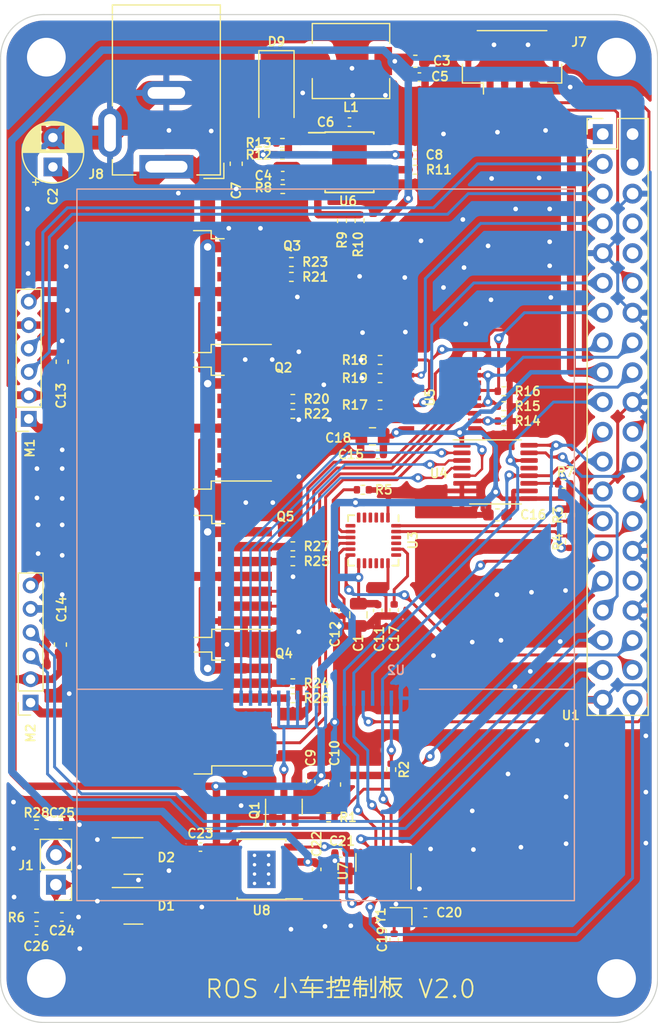
<source format=kicad_pcb>
(kicad_pcb (version 20211014) (generator pcbnew)
  (layers (0 "F.Cu" signal) (31 "B.Cu" signal) (34 "B.Paste" user) (35 "F.Paste" user) (36 "B.SilkS" user "B.Silkscreen") (37 "F.SilkS" user "F.Silkscreen") (38 "B.Mask" user) (39 "F.Mask" user) (44 "Edge.Cuts" user))
  (net 0 "")
  (net 1 "GND")
  (net 2 "Net-(Q1-Pad2)")
  (net 4 "Net-(Q1-Pad3)")
  (net 6 "+3.3V")
  (net 7 "/RESET")
  (net 8 "+5V")
  (net 9 "/M2_EN1")
  (net 10 "/MOSI")
  (net 11 "/MISO")
  (net 12 "/SCLK")
  (net 13 "/CS0")
  (net 14 "/SDA0")
  (net 15 "/SCL0")
  (net 16 "/M1+")
  (net 17 "/DC")
  (net 18 "+12V")
  (net 19 "/M1-")
  (net 20 "/M2+")
  (net 21 "/M2-")
  (net 22 "/M1_EN1")
  (net 23 "Net-(C4-Pad1)")
  (net 24 "/PWM2")
  (net 25 "/PWM3")
  (net 26 "/PWM4")
  (net 27 "/M1_EN2")
  (net 28 "Net-(C19-Pad2)")
  (net 29 "/PWM0")
  (net 30 "/RXD2")
  (net 32 "/M1_E2")
  (net 33 "/M1_E1")
  (net 34 "/MPU_INT")
  (net 35 "/CS1")
  (net 36 "/M2_E2")
  (net 37 "/M2_E1")
  (net 38 "/T_IRQ")
  (net 39 "/TXD0")
  (net 40 "/RXD0")
  (net 41 "/TXD2")
  (net 42 "/XN")
  (net 43 "/YP")
  (net 44 "/XP")
  (net 45 "/YN")
  (net 46 "Net-(Q2-Pad2)")
  (net 47 "Net-(Q2-Pad3)")
  (net 48 "Net-(C4-Pad2)")
  (net 49 "Net-(C6-Pad1)")
  (net 50 "Net-(C6-Pad2)")
  (net 51 "/M2_EN2")
  (net 52 "Net-(R10-Pad2)")
  (net 53 "Net-(R11-Pad2)")
  (net 54 "Net-(R12-Pad2)")
  (net 55 "Net-(C20-Pad2)")
  (net 56 "Net-(Q2-Pad5)")
  (net 57 "Net-(Q2-Pad6)")
  (net 58 "Net-(Q3-Pad2)")
  (net 59 "Net-(Q3-Pad3)")
  (net 60 "Net-(Q3-Pad5)")
  (net 61 "Net-(Q3-Pad6)")
  (net 62 "Net-(Q4-Pad2)")
  (net 63 "Net-(Q4-Pad3)")
  (net 64 "Net-(Q4-Pad5)")
  (net 65 "Net-(Q4-Pad6)")
  (net 66 "Net-(Q5-Pad2)")
  (net 67 "Net-(Q5-Pad3)")
  (net 68 "Net-(Q5-Pad5)")
  (net 69 "Net-(Q5-Pad6)")
  (net 70 "Net-(C12-Pad1)")
  (net 71 "Net-(C17-Pad1)")
  (net 72 "Net-(R5-Pad2)")
  (net 84 "Net-(C24-Pad2)")
  (net 85 "Net-(C25-Pad2)")
  (net 86 "Net-(C26-Pad2)")
  (net 89 "/CAN_INT")
  (net 90 "/CS3")
  (net 91 "Net-(U7-Pad1)")
  (net 92 "Net-(U7-Pad2)")
  (footprint "Capacitor_SMD:C_0402_1005Metric" (layer "F.Cu") (at 139.446 98.016 -90)
    (fp_text reference "C17")
    (fp_text value "2200pf" hide)
  )
  (footprint "Resistor_SMD:R_0402_1005Metric" (layer "F.Cu") (at 130.683 69.596 180)
    (fp_text reference "R21")
    (fp_text value "1K" hide)
  )
  (footprint "Resistor_SMD:R_0402_1005Metric" (layer "F.Cu") (at 130.683 68.326 180)
    (fp_text reference "R23")
    (fp_text value "1K" hide)
  )
  (footprint "Capacitor_SMD:C_0603_1608Metric" (layer "F.Cu") (at 110.998 100.965 90)
    (fp_text reference "C14")
    (fp_text value "10uF" hide)
  )
  (footprint "Package_TO_SOT_SMD:TO-263-7_TabPin8" (layer "F.Cu") (at 120.95 95.15 180)
    (fp_text reference "Q5")
    (fp_text value "BTN8982TA" hide)
  )
  (footprint "Capacitor_SMD:C_0402_1005Metric" (layer "F.Cu") (at 134.4 98.044 -90)
    (fp_text reference "C12")
    (fp_text value "104" hide)
  )
  (footprint "Resistor_SMD:R_0402_1005Metric" (layer "F.Cu") (at 129.921 59.182)
    (fp_text reference "R12")
    (fp_text value "100K" hide)
  )
  (footprint "Capacitor_SMD:C_0402_1005Metric" (layer "F.Cu") (at 132.334 112.649 90)
    (fp_text reference "C9")
    (fp_text value "104" hide)
  )
  (footprint "Capacitor_SMD:C_0402_1005Metric" (layer "F.Cu") (at 141.6 52.55)
    (fp_text reference "C5")
    (fp_text value "100nF" hide)
  )
  (footprint "Resistor_SMD:R_0402_1005Metric" (layer "F.Cu") (at 130.81 93.853 180)
    (fp_text reference "R25")
    (fp_text value "1K" hide)
  )
  (footprint "Resistor_SMD:R_0402_1005Metric" (layer "F.Cu") (at 141.224 60.452 180)
    (fp_text reference "R11")
    (fp_text value "100K" hide)
  )
  (footprint "Resistor_SMD:R_0402_1005Metric" (layer "F.Cu") (at 136.5 64.8 90)
    (fp_text reference "R10")
    (fp_text value "210K" hide)
  )
  (footprint "Capacitor_SMD:C_0402_1005Metric" (layer "F.Cu") (at 129.95 60.957 180)
    (fp_text reference "C4")
    (fp_text value "100pF" hide)
  )
  (footprint "Capacitor_SMD:C_0402_1005Metric" (layer "F.Cu") (at 110.998 116.332 180)
    (fp_text reference "C25")
    (fp_text value "50V/47P" hide)
  )
  (footprint "Resistor_SMD:R_0402_1005Metric" (layer "F.Cu") (at 148.78812 79.35254 180)
    (fp_text reference "R16")
    (fp_text value "1K" hide)
  )
  (footprint "Package_TO_SOT_SMD:SOT-23-3" (layer "F.Cu") (at 117.221 123.25)
    (fp_text reference "D1")
    (fp_text value "D_Dual_CommonCathode_AAK" hide)
  )
  (footprint "Housings_SOIC:HTSOP-8-1EP_3.9x4.9mm_Pitch1.27mm_ThermalVias" (layer "F.Cu") (at 128.143 120.142 180)
    (fp_text reference "U8")
    (fp_text value "ATA6560-GAQW" hide)
  )
  (footprint "Package_SO:TSSOP-16_4.4x5mm_P0.65mm" (layer "F.Cu") (at 148.082 86.233)
    (fp_text reference "U4")
    (fp_text value "XPT2046TS" hide)
  )
  (footprint "Package_DFN_QFN:DFN-14-1EP_3x4.5mm_P0.65mm_EP1.65x4.25mm" (layer "F.Cu") (at 138.53375 120.3005 90)
    (fp_text reference "U7")
    (fp_text value "MCP2517FD-xJHA" hide)
  )
  (footprint "Capacitor_SMD:C_0603_1608Metric" (layer "F.Cu") (at 125.984 59.944 -90)
    (fp_text reference "C7")
    (fp_text value "10uF" hide)
  )
  (footprint "Capacitor_SMD:C_0402_1005Metric" (layer "F.Cu") (at 134.874 118.745)
    (fp_text reference "C21")
    (fp_text value "104" hide)
  )
  (footprint "Package_TO_SOT_SMD:TO-263-7_TabPin8" (layer "F.Cu") (at 120.9 70.85 180)
    (fp_text reference "Q3")
    (fp_text value "BTN8982TA" hide)
  )
  (footprint "Resistor_SMD:R_0402_1005Metric" (layer "F.Cu") (at 108.966 116.332)
    (fp_text reference "R28")
    (fp_text value "62" hide)
  )
  (footprint "Capacitor_SMD:C_0805_2012Metric" (layer "F.Cu") (at 136.398 98.425 -90)
    (fp_text reference "C1")
    (fp_text value "10uf" hide)
  )
  (footprint "Capacitor_SMD:C_0402_1005Metric" (layer "F.Cu") (at 141.224 59.182 180)
    (fp_text reference "C8")
    (fp_text value "100nF" hide)
  )
  (footprint "Package_TO_SOT_SMD:SOT-23-3" (layer "F.Cu") (at 117.221 118.999)
    (fp_text reference "D2")
    (fp_text value "D_Dual_CommonCathode_AAK" hide)
  )
  (footprint "Resistor_SMD:R_0402_1005Metric" (layer "F.Cu") (at 129.95 62.1)
    (fp_text reference "R8")
    (fp_text value "100K" hide)
  )
  (footprint "Capacitor_SMD:C_0805_2012Metric" (layer "F.Cu") (at 137.6 83.2)
    (fp_text reference "C18")
    (fp_text value "10uf" hide)
  )
  (footprint "Resistor_SMD:R_0402_1005Metric" (layer "F.Cu") (at 130.81 80.01 180)
    (fp_text reference "R20")
    (fp_text value "1K" hide)
  )
  (footprint "Resistor_SMD:R_0402_1005Metric" (layer "F.Cu") (at 138.24712 78.232)
    (fp_text reference "R19")
    (fp_text value "1K" hide)
  )
  (footprint "Resistor_SMD:R_0402_1005Metric" (layer "F.Cu") (at 148.78812 80.62254 180)
    (fp_text reference "R15")
    (fp_text value "1K" hide)
  )
  (footprint "Resistor_SMD:R_0402_1005Metric" (layer "F.Cu") (at 138.24712 76.68554)
    (fp_text reference "R18")
    (fp_text value "1K" hide)
  )
  (footprint "Capacitor_SMD:C_0402_1005Metric" (layer "F.Cu") (at 142.113 123.825 180)
    (fp_text reference "C20")
    (fp_text value "22PF" hide)
  )
  (footprint "Resistor_SMD:R_0402_1005Metric" (layer "F.Cu") (at 153.924 87.249)
    (fp_text reference "R7")
    (fp_text value "10K" hide)
  )
  (footprint "Capacitor_SMD:C_0603_1608Metric" (layer "F.Cu") (at 134.366 112.903 90)
    (fp_text reference "C10")
    (fp_text value "10uF" hide)
  )
  (footprint "Resistor_SMD:R_0402_1005Metric" (layer "F.Cu") (at 130.81 81.28 180)
    (fp_text reference "R22")
    (fp_text value "1K" hide)
  )
  (footprint "Capacitor_SMD:C_0603_1608Metric" (layer "F.Cu") (at 148.25 89.9 180)
    (fp_text reference "C16")
    (fp_text value "10uF" hide)
  )
  (footprint "Connector_PinHeader_2.54mm:PinHeader_1x02_P2.54mm_Vertical" (layer "F.Cu") (at 110.617 121.452 180)
    (fp_text reference "J1")
    (fp_text value "Conn_01x02" hide)
  )
  (footprint "Housings_SOIC:HTSOP-8-1EP_3.9x4.9mm_Pitch1.27mm_LargeCopper" (layer "F.Cu") (at 135.636 59.817)
    (fp_text reference "U6")
    (fp_text value "MP1584EN" hide)
  )
  (footprint "Package_TO_SOT_SMD:TO-263-7_TabPin8" (layer "F.Cu") (at 120.95 106.8 180)
    (fp_text reference "Q4")
    (fp_text value "BTN8982TA" hide)
  )
  (footprint "Resistor_SMD:R_0402_1005Metric" (layer "F.Cu") (at 133.858 115.697 180)
    (fp_text reference "R1")
    (fp_text value "10K" hide)
  )
  (footprint "大魔王的封装:HEARD2x40" (layer "F.Cu") (at 159.035 107.4625)
    (fp_text reference "U1")
    (fp_text value "树莓派接口" hide)
  )
  (footprint "Capacitor_SMD:C_0402_1005Metric" (layer "F.Cu") (at 138.049 84.75 180)
    (fp_text reference "C15")
    (fp_text value "104" hide)
  )
  (footprint "Sensor_Motion:InvenSense_QFN-24_4x4mm_P0.5mm" (layer "F.Cu") (at 137.668 92.075 -90)
    (fp_text reference "U3")
    (fp_text value "MPU-6050" hide)
  )
  (footprint "Resistor_SMD:R_0402_1005Metric" (layer "F.Cu") (at 148.78812 81.89254 180)
    (fp_text reference "R14")
    (fp_text value "1K" hide)
  )
  (footprint "Capacitor_SMD:C_0402_1005Metric" (layer "F.Cu") (at 132.842 120.142 90)
    (fp_text reference "C22")
    (fp_text value "104" hide)
  )
  (footprint "Resistor_SMD:R_0402_1005Metric" (layer "F.Cu") (at 130.808 105.537 180)
    (fp_text reference "R26")
    (fp_text value "1K" hide)
  )
  (footprint "Capacitor_SMD:C_0402_1005Metric" (layer "F.Cu") (at 139.446 126.111 90)
    (fp_text reference "C19")
    (fp_text value "22PF" hide)
  )
  (footprint "Resistor_SMD:R_0402_1005Metric" (layer "F.Cu") (at 130.81 104.267 180)
    (fp_text reference "R24")
    (fp_text value "1K" hide)
  )
  (footprint "Resistor_SMD:R_0402_1005Metric" (layer "F.Cu") (at 154.432 89.916 -90)
    (fp_text reference "R3")
    (fp_text value "4.7K" hide)
  )
  (footprint "Connector_PinSocket_2.00mm:PinSocket_1x06_P2.00mm_Vertical" (layer "F.Cu") (at 108.3 81.708 180)
    (fp_text reference "M1")
    (fp_text value "MOTO_CHIMING" hide)
  )
  (footprint "Capacitor_SMD:C_0603_1608Metric" (layer "F.Cu") (at 141.25 51.2)
    (fp_text reference "C3")
    (fp_text value "10uF" hide)
  )
  (footprint "Capacitor_SMD:C_0402_1005Metric" (layer "F.Cu") (at 122.936 118.237)
    (fp_text reference "C23")
    (fp_text value "104" hide)
  )
  (footprint "Resistor_SMD:R_0402_1005Metric" (layer "F.Cu") (at 136.779 87.757 180)
    (fp_text reference "R5")
    (fp_text value "4.7K" hide)
  )
  (footprint "大魔王的封装:74AHC244" (layer "F.Cu") (at 143.002 79.883 90)
    (fp_text reference "U5")
    (fp_text value "74AHC244" hide)
  )
  (footprint "Resistor_SMD:R_0402_1005Metric" (layer "F.Cu") (at 129.921 58.166 180)
    (fp_text reference "R13")
    (fp_text value "100K" hide)
  )
  (footprint "Resistor_SMD:R_0402_1005Metric" (layer "F.Cu") (at 108.966 124.206)
    (fp_text reference "R6")
    (fp_text value "62" hide)
  )
  (footprint "Capacitor_SMD:C_0402_1005Metric" (layer "F.Cu") (at 135.636 56.388)
    (fp_text reference "C6")
    (fp_text value "100nF" hide)
  )
  (footprint "Inductor_SMD:L_6.3x6.3_H3" (layer "F.Cu") (at 135.766 51.181 180)
    (fp_text reference "L1")
    (fp_text value "4.7uH" hide)
  )
  (footprint "Resistor_SMD:R_0402_1005Metric" (layer "F.Cu") (at 138.24712 80.518)
    (fp_text reference "R17")
    (fp_text value "1K" hide)
  )
  (footprint "Connector_PinSocket_2.00mm:PinSocket_1x06_P2.00mm_Vertical" (layer "F.Cu") (at 108.458 105.918 180)
    (fp_text reference "M2")
    (fp_text value "MOTO_CHIMING" hide)
  )
  (footprint "Package_TO_SOT_SMD:TO-263-7_TabPin8" (layer "F.Cu") (at 120.904 82.5 180)
    (fp_text reference "Q2")
    (fp_text value "BTN8982TA" hide)
  )
  (footprint "Capacitor_SMD:C_0402_1005Metric" (layer "F.Cu") (at 111.125 124.206 180)
    (fp_text reference "C24")
    (fp_text value "50V/47P" hide)
  )
  (footprint "Resistor_SMD:R_0402_1005Metric" (layer "F.Cu") (at 139.192 111.633 90)
    (fp_text reference "R2")
    (fp_text value "10K" hide)
  )
  (footprint "Diode_SMD:D_MELF" (layer "F.Cu") (at 129.413 53.594 -90)
    (fp_text reference "D9")
    (fp_text value "D" hide)
  )
  (footprint "Resistor_SMD:R_0402_1005Metric" (layer "F.Cu") (at 130.81 92.583 180)
    (fp_text reference "R27")
    (fp_text value "1K" hide)
  )
  (footprint "大魔王的封装:EAI_S4" (layer "F.Cu") (at 154.2135 54.4955 90)
    (fp_text reference "J7")
    (fp_text value "EAI_S4" hide)
  )
  (footprint "Capacitor_SMD:C_0603_1608Metric" (layer "F.Cu") (at 111.15 76.835 -90)
    (fp_text reference "C13")
    (fp_text value "10uF" hide)
  )
  (footprint "Resistor_SMD:R_0402_1005Metric" (layer "F.Cu") (at 154.432 92.202 90)
    (fp_text reference "R4")
    (fp_text value "4.7K" hide)
  )
  (footprint "Resistor_SMD:R_0402_1005Metric" (layer "F.Cu") (at 135 64.8 90)
    (fp_text reference "R9")
    (fp_text value "40.2K" hide)
  )
  (footprint "Oscillator:Oscillator_SMD_Abracon_ASCO-4Pin_1.6x1.2mm" (layer "F.Cu") (at 139.954 124.206 -90)
    (fp_text reference "Y1")
    (fp_text value "40M" hide)
  )
  (footprint "Connector_BarrelJack:BarrelJack_GCT_DCJ200-10-A_Horizontal" (layer "F.Cu") (at 120.03 60.198 180)
    (fp_text reference "J8")
    (fp_text value "Barrel_Jack_Switch_Pin3Ring" hide)
  )
  (footprint "Capacitor_THT:CP_Radial_D5.0mm_P2.50mm" (layer "F.Cu") (at 110.363 60.215226 90)
    (fp_text reference "C2")
    (fp_text value "C_Polarized_Small_US" hide)
  )
  (footprint "Capacitor_SMD:C_0402_1005Metric" (layer "F.Cu") (at 108.966 125.349 180)
    (fp_text reference "C26")
    (fp_text value "4700pF" hide)
  )
  (footprint "Capacitor_SMD:C_0402_1005Metric" (layer "F.Cu") (at 138.049 98.044 -90)
    (fp_text reference "C11")
    (fp_text value "104" hide)
  )
  (footprint "Package_TO_SOT_SMD:SOT-23" (layer "F.Cu") (at 130.048 114.808 90)
    (fp_text reference "Q1")
    (fp_text value "S8050" hide)
  )
  (footprint "大魔王的封装:2.4TFT_TOUCH" (layer "B.Cu") (at 141.605 112.395 180)
    (fp_text reference "U2")
    (fp_text value "贴片2.4寸TFT带触摸屏" hide)
  )
  (gr_arc (start 158.2 47.216295) (mid 160.816295 48.3) (end 161.9 50.916295) (layer "Edge.Cuts") (width 0.1))
  (gr_arc (start 105.9 50.916295) (mid 106.983705 48.3) (end 109.6 47.216295) (layer "Edge.Cuts") (width 0.1))
  (gr_line (start 158.2 133.2) (end 109.6 133.2) (layer "Edge.Cuts") (width 0.1))
  (gr_arc (start 161.9 129.5) (mid 160.816295 132.116295) (end 158.2 133.2) (layer "Edge.Cuts") (width 0.1))
  (gr_line (start 105.9 50.916295) (end 105.9 129.5) (layer "Edge.Cuts") (width 0.1))
  (gr_arc (start 109.6 133.2) (mid 106.983705 132.116295) (end 105.9 129.5) (layer "Edge.Cuts") (width 0.1))
  (gr_line (start 109.6 47.216295) (end 158.2 47.216295) (layer "Edge.Cuts") (width 0.1))
  (gr_line (start 161.9 50.916295) (end 161.9 129.5) (layer "Edge.Cuts") (width 0.1))
  (gr_text "ROS 小车控制板 V2.0" (at 134.874 130.35) (layer "F.SilkS") (effects (font (size 1.524 1.524) (thickness 0.1524))))
  (segment (start 131.3 113.7) (end 131.3 110.61) (width 0.635) (layer "F.Cu") (net 1))
  (segment (start 131.318 104.269) (end 131.32 104.267) (width 0.25) (layer "F.Cu") (net 1))
  (segment (start 131.9675 109.9825) (end 131.2 110.75) (width 0.635) (layer "F.Cu") (net 1))
  (segment (start 131.09 65.31) (end 135 65.31) (width 0.635) (layer "F.Cu") (net 1))
  (segment (start 114.812774 57.715226) (end 115.23 57.298) (width 2.032) (layer "F.Cu") (net 1))
  (segment (start 138.918 90.125) (end 138.918 88.499) (width 0.25) (layer "F.Cu") (net 1))
  (segment (start 112.618 119.949) (end 114.149 119.949) (width 0.25) (layer "F.Cu") (net 1))
  (segment (start 146.958 87.208) (end 146.958 87.192) (width 0.25) (layer "F.Cu") (net 1))
  (segment (start 142.95 77.85) (end 142.95 80.7) (width 0.25) (layer "F.Cu") (net 1))
  (segment (start 138.918 94.025) (end 138.918 96.182) (width 0.25) (layer "F.Cu") (net 1))
  (segment (start 130.825 95.175) (end 130.8 95.2) (width 0.635) (layer "F.Cu") (net 1))
  (segment (start 131.318 105.537) (end 131.318 104.269) (width 0.635) (layer "F.Cu") (net 1))
  (segment (start 114.149 119.949) (end 114.15 119.95) (width 0.25) (layer "F.Cu") (net 1))
  (segment (start 147 87.85) (end 147 88.45) (width 0.381) (layer "F.Cu") (net 1))
  (segment (start 142.025 51.2) (end 142.025 50.675) (width 0.635) (layer "F.Cu") (net 1))
  (segment (start 138.53375 120.3005) (end 134.4375 120.3005) (width 0.635) (layer "F.Cu") (net 1))
  (segment (start 116.0175 124.206) (end 116.0835 124.14) (width 0.25) (layer "F.Cu") (net 1))
  (segment (start 116.0835 124.2) (end 120.15 124.2) (width 0.635) (layer "F.Cu") (net 1))
  (segment (start 132.362 113.678) (end 134.366 113.678) (width 0.635) (layer "F.Cu") (net 1))
  (segment (start 141.704 59.182) (end 141.704 54.296) (width 0.635) (layer "F.Cu") (net 1))
  (segment (start 130.41 98.96) (end 126.725 98.96) (width 0.635) (layer "F.Cu") (net 1))
  (segment (start 141.734 66.6) (end 141.734 66.516) (width 0.635) (layer "F.Cu") (net 1))
  (segment (start 132.687 120.777) (end 132.842 120.622) (width 0.635) (layer "F.Cu") (net 1))
  (segment (start 135.718 92.825) (end 135.125 92.825) (width 0.25) (layer "F.Cu") (net 1))
  (segment (start 136.65 81.87984) (end 136.65 83.2) (width 0.381) (layer "F.Cu") (net 1))
  (segment (start 145.2195 87.858) (end 146.992 87.858) (width 0.381) (layer "F.Cu") (net 1))
  (segment (start 148.8455 49.7955) (end 147.9545 49.7955) (width 0.25) (layer "F.Cu") (net 1))
  (segment (start 131.193 69.596) (end 131.193 71.307) (width 0.635) (layer "F.Cu") (net 1))
  (segment (start 131.972132 109.9825) (end 131.9675 109.9825) (width 0.635) (layer "F.Cu") (net 1))
  (segment (start 139.446 126.591) (end 140.559 126.591) (width 0.635) (layer "F.Cu") (net 1))
  (segment (start 146.942 88.508) (end 145.2195 88.508) (width 0.381) (layer "F.Cu") (net 1))
  (segment (start 125.984 62.084) (end 125.984 60.719) (width 0.635) (layer "F.Cu") (net 1))
  (segment (start 131.3 110.61) (end 126.725 110.61) (width 0.635) (layer "F.Cu") (net 1))
  (segment (start 136.591 83.15) (end 136.591 84.741) (width 0.635) (layer "F.Cu") (net 1))
  (segment (start 126.725 111.925) (end 126.725 112.725) (width 0.635) (layer "F.Cu") (net 1))
  (segment (start 142.08 53.92) (end 142.08 52.55) (width 0.635) (layer "F.Cu") (net 1))
  (segment (start 129.46 65.31) (end 131.09 65.31) (width 0.635) (layer "F.Cu") (net 1))
  (segment (start 140.504 124.606) (end 140.504 126.536) (width 0.635) (layer "F.Cu") (net 1))
  (segment (start 137.73712 78.232) (end 136.682 78.232) (width 0.25) (layer "F.Cu") (net 1))
  (segment (start 133.925 81.775) (end 135.182 80.518) (width 0.25) (layer "F.Cu") (net 1))
  (segment (start 146.304 82.53008) (end 146.767016 82.53008) (width 0.381) (layer "F.Cu") (net 1))
  (segment (start 138.336 61.722) (end 141.734 61.722) (width 0.635) (layer "F.Cu") (net 1))
  (segment (start 120.15 124.2) (end 122.303 122.047) (width 0.635) (layer "F.Cu") (net 1))
  (segment (start 116.0835 119.949) (end 112.618 119.949) (width 0.635) (layer "F.Cu") (net 1))
  (segment (start 140.2505 120.3005) (end 140.48375 120.53375) (width 0.25) (layer "F.Cu") (net 1))
  (segment (start 132.4 113.7) (end 131.3 113.7) (width 0.635) (layer "F.Cu") (net 1))
  (segment (start 134.394 119.406) (end 134.394 120.344) (width 0.635) (layer "F.Cu") (net 1))
  (segment (start 111.605 124.206) (end 111.605 125.35) (width 0.635) (layer "F.Cu") (net 1))
  (segment (start 131.193 69.596) (end 131.193 65.413) (width 0.635) (layer "F.Cu") (net 1))
  (segment (start 131.32 86.63) (end 134.8 83.15) (width 0.635) (layer "F.Cu") (net 1))
  (segment (start 142.95 80.7) (end 141.77016 81.87984) (width 0.25) (layer "F.Cu") (net 1))
  (segment (start 141.704 60.422) (end 141.734 60.452) (width 0.25) (layer "F.Cu") (net 1))
  (segment (start 136.398 99.375) (end 137.198 99.375) (width 0.635) (layer "F.Cu") (net 1))
  (segment (start 146.767016 82.53008) (end 147.336936 83.1) (width 0.381) (layer "F.Cu") (net 1))
  (segment (start 141.734 66.516) (end 141.734 61.722) (width 0.635) (layer "F.Cu") (net 1))
  (segment (start 141.77016 81.87984) (end 140.60424 81.87984) (width 0.25) (layer "F.Cu") (net 1))
  (segment (start 129.44 62.1) (end 126 62.1) (width 0.635) (layer "F.Cu") (net 1))
  (segment (start 129.413 55.994) (end 127.319 53.9) (width 2.032) (layer "F.Cu") (net 1))
  (segment (start 111.605 125.35) (end 111.604 125.349) (width 0.25) (layer "F.Cu") (net 1))
  (segment (start 146.967 76.683) (end 147.5 76.15) (width 0.25) (layer "F.Cu") (net 1))
  (segment (start 138.049 98.524) (end 138.724 98.524) (width 0.635) (layer "F.Cu") (net 1))
  (segment (start 131.32 93.853) (end 131.32 92.583) (width 0.635) (layer "F.Cu") (net 1))
  (segment (start 138.918 88.499) (end 138.176 87.757) (width 0.25) (layer "F.Cu") (net 1))
  (segment (start 142.9045 49.7955) (end 145.7685 49.7955) (width 0.635) (layer "F.Cu") (net 1))
  (segment (start 132.334 113.129) (end 132.334 113.65) (width 0.635) (layer "F.Cu") (net 1))
  (segment (start 145.2195 87.858) (end 139.559 87.858) (width 0.381) (layer "F.Cu") (net 1))
  (segment (start 134.775 99.375) (end 134.4 99) (width 0.635) (layer "F.Cu") (net 1))
  (segment (start 131.193 71.307) (end 131.193 71.443) (width 0.635) (layer "F.Cu") (net 1))
  (segment (start 148.01246 83.1) (end 148.01246 86.13754) (width 0.381) (layer "F.Cu") (net 1))
  (segment (start 147 88.45) (end 147 89.425) (width 0.381) (layer "F.Cu") (net 1))
  (segment (start 141.734 61.722) (end 141.734 60.452) (width 0.635) (layer "F.Cu") (net 1))
  (segment (start 134.4 99) (end 134.4 98.524) (width 0.635) (layer "F.Cu") (net 1))
  (segment (start 130.843 120.777) (end 132.687 120.777) (width 0.635) (layer "F.Cu") (net 1))
  (segment (start 135 65.31) (end 135 66.4) (width 0.635) (layer "F.Cu") (net 1))
  (segment (start 114.812774 57.715226) (end 118.63 53.898) (width 2.032) (layer "F.Cu") (net 1))
  (segment (start 118.63 53.898) (end 120.03 53.898) (width 2.032) (layer "F.Cu") (net 1))
  (segment (start 130.01 74.66) (end 131.32 75.97) (width 0.762) (layer "F.Cu") (net 1))
  (segment (start 131.32 99.87) (end 131.32 104.267) (width 0.635) (layer "F.Cu") (net 1))
  (segment (start 131.193 71.443) (end 136.43554 76.68554) (width 0.635) (layer "F.Cu") (net 1))
  (segment (start 106.95 73.708) (end 106.95 57.715226) (width 0.635) (layer "F.Cu") (net 1))
  (segment (start 122.303 122.047) (end 125.443 122.047) (width 0.635) (layer "F.Cu") (net 1))
  (segment (start 138.176 87.757) (end 137.289 87.757) (width 0.25) (layer "F.Cu") (net 1))
  (segment (start 126.725 110.61) (end 126.725 111.925) (width 0.635) (layer "F.Cu") (net 1))
  (segment (start 145.2195 87.208) (end 146.958 87.208) (width 0.381) (layer "F.Cu") (net 1))
  (segment (start 131.32 86.63) (end 131 86.31) (width 0.635) (layer "F.Cu") (net 1))
  (segment (start 129.411 58.166) (end 129.411 55.996) (width 0.635) (layer "F.Cu") (net 1))
  (segment (start 108.3 73.708) (end 106.95 73.708) (width 0.635) (layer "F.Cu") (net 1))
  (segment (start 131 86.31) (end 126.679 86.31) (width 0.635) (layer "F.Cu") (net 1))
  (segment (start 149.29812 79.35254) (end 149.29812 81.89254) (width 0.25) (layer "F.Cu") (net 1))
  (segment (start 110.998 100.19) (end 110.998 98.933) (width 0.635) (layer "F.Cu") (net 1))
  (segment (start 146.304 76.683) (end 146.967 76.683) (width 0.25) (layer "F.Cu") (net 1))
  (segment (start 112.618 116.332) (end 120.551 116.332) (width 0.635) (layer "F.Cu") (net 1))
  (segment (start 112.544 124.206) (end 116.0175 124.206) (width 0.635) (layer "F.Cu") (net 1))
  (segment (start 126.725 112.725) (end 129.098 115.098) (width 0.635) (layer "F.Cu") (net 1))
  (segment (start 142.025 52.495) (end 142.08 52.55) (width 0.25) (layer "F.Cu") (net 1))
  (segment (start 147 87.25) (end 147 87.85) (width 0.381) (layer "F.Cu") (net 1))
  (segment (start 135 66.4) (end 135.2 66.6) (width 0.635) (layer "F.Cu") (net 1))
  (segment (start 111.605 124.206) (end 112.544 124.206) (width 0.635) (layer "F.Cu") (net 1))
  (segment (start 149.29812 74.59812) (end 149.29812 79.35254) (width 0.25) (layer "F.Cu") (net 1))
  (segment (start 138.75 96.35) (end 138.75 98.498) (width 0.25) (layer "F.Cu") (net 1))
  (segment (start 158.5 81.5375) (end 158.5 86.6175) (width 0.254) (layer "F.Cu") (net 1))
  (segment (start 147.9545 49.7955) (end 147.8455 49.7955) (width 0.25) (layer "F.Cu") (net 1))
  (segment (start 111.478 116.332) (end 112.618 116.332) (width 0.635) (layer "F.Cu") (net 1))
  (segment (start 109.983 97.918) (end 108.458 97.918) (width 0.635) (layer "F.Cu") (net 1))
  (segment (start 135.2 66.6) (end 141.734 66.6) (width 0.635) (layer "F.Cu") (net 1))
  (segment (start 111.15 74.4) (end 110.458 73.708) (width 0.635) (layer "F.Cu") (net 1))
  (segment (start 136.591 84.741) (end 136.6 84.75) (width 0.635) (layer "F.Cu") (net 1))
  (segment (start 120.551 116.332) (end 122.456 118.237) (width 0.635) (layer "F.Cu") (net 1))
  (segment (start 147 88.45) (end 146.942 88.508) (width 0.25) (layer "F.Cu") (net 1))
  (segment (start 136.61446 76.68554) (end 137.73712 76.68554) (width 0.635) (layer "F.Cu") (net 1))
  (segment (start 148.01246 83.1) (end 149.25 83.1) (width 0.381) (layer "F.Cu") (net 1))
  (segment (start 150.8545 49.7955) (end 147.8455 49.7955) (width 1.27) (layer "F.Cu") (net 1))
  (segment (start 158.5 86.6175) (end 157.225 87.8925) (width 0.254) (layer "F.Cu") (net 1))
  (segment (start 134.8 83.15) (end 136.591 83.15) (width 0.635) (layer "F.Cu") (net 1))
  (segment (start 134.377316 107.577316) (end 131.972132 109.9825) (width 0.635) (layer "F.Cu") (net 1))
  (segment (start 110.458 73.708) (end 108.3 73.708) (width 0.635) (layer "F.Cu") (net 1))
  (segment (start 129.44 62.1) (end 129.44 65.29) (width 0.635) (layer "F.Cu") (net 1))
  (segment (start 134.394 120.622) (end 132.842 120.622) (width 0.635) (layer "F.Cu") (net 1))
  (segment (start 148.8685 49.8185) (end 148.8455 49.7955) (width 0.25) (layer "F.Cu") (net 1))
  (segment (start 131.32 81.28) (end 131.32 80.01) (width 0.635) (layer "F.Cu") (net 1))
  (segment (start 141.5995 121.8005) (end 142.593 121.8005) (width 0.635) (layer "F.Cu") (net 1))
  (segment (start 131.32 99.87) (end 130.41 98.96) (width 0.635) (layer "F.Cu") (net 1))
  (segment (start 147.5 74.6) (end 147.975 74.125) (width 0.25) (layer "F.Cu") (net 1))
  (segment (start 149.29812 83.05188) (end 149.29812 81.89254) (width 0.381) (layer "F.Cu") (net 1))
  (segment (start 136.398 99.375) (end 135.175 99.375) (width 0.635) (layer "F.Cu") (net 1))
  (segment (start 134.377316 107.577316) (end 134.775 107.179632) (width 0.635) (layer "F.Cu") (net 1))
  (segment (start 139.404 123.806) (end 139.404 123.296) (width 0.25) (layer "F.Cu") (net 1))
  (segment (start 159.765 80.2725) (end 158.5 81.5375) (width 0.254) (layer "F.Cu") (net 1))
  (segment (start 139.418 98.524) (end 146.5665 105.6725) (width 0.635) (layer "F.Cu") (net 1))
  (segment (start 140.60424 81.87984) (end 136.65 81.87984) (width 0.381) (layer "F.Cu") (net 1))
  (segment (start 138.75 98.498) (end 138.724 98.524) (width 0.25) (layer "F.Cu") (net 1))
  (segment (start 110.998 98.933) (end 109.983 97.918) (width 0.635) (layer "F.Cu") (net 1))
  (segment (start 132.334 113.65) (end 132.362 113.678) (width 0.635) (layer "F.Cu") (net 1))
  (segment (start 131.32 75.97) (end 131.32 75.98) (width 0.635) (layer "F.Cu") (net 1))
  (segment (start 142.6 126.591) (end 142.6 123.832) (width 0.635) (layer "F.Cu") (net 1))
  (segment (start 138.918 96.182) (end 138.75 96.35) (width 0.25) (layer "F.Cu") (net 1))
  (segment (start 134.7 96.6) (end 135.175 97.075) (width 0.25) (layer "F.Cu") (net 1))
  (segment (start 137.198 99.375) (end 138.049 98.524) (width 0.635) (layer "F.Cu") (net 1))
  (segment (start 129.098 115.098) (end 129.098 115.7455) (width 0.635) (layer "F.Cu") (net 1))
  (segment (start 146.958 87.208) (end 147 87.25) (width 0.25) (layer "F.Cu") (net 1))
  (segment (start 141.704 54.296) (end 142.08 53.92) (width 0.635) (layer "F.Cu") (net 1))
  (segment (start 139.418 98.524) (end 139.446 98.496) (width 0.25) (layer "F.Cu") (net 1))
  (segment (start 135.182 80.518) (end 137.73712 80.518) (width 0.25) (layer "F.Cu") (net 1))
  (segment (start 136.43554 76.68554) (end 136.61446 76.68554) (width 0.635) (layer "F.Cu") (net 1))
  (segment (start 111.15 76.06) (end 111.15 75.05) (width 0.635) (layer "F.Cu") (net 1))
  (segment (start 131.193 65.413) (end 131.09 65.31) (width 0.25) (layer "F.Cu") (net 1))
  (segment (start 146.304 76.683) (end 144.117 76.683) (width 0.25) (layer "F.Cu") (net 1))
  (segment (start 142.6 123.832) (end 142.593 123.825) (width 0.25) (layer "F.Cu") (net 1))
  (segment (start 129.44 65.29) (end 129.46 65.31) (width 0.25) (layer "F.Cu") (net 1))
  (segment (start 148.8685 53.1455) (end 148.8685 49.8185) (width 0.635) (layer "F.Cu") (net 1))
  (segment (start 129.411 55.996) (end 129.413 55.994) (width 0.25) (layer "F.Cu") (net 1))
  (segment (start 147 89.425) (end 147.475 89.9) (width 0.381) (layer "F.Cu") (net 1))
  (segment (start 126.675 74.66) (end 130.01 74.66) (width 0.762) (layer "F.Cu") (net 1))
  (segment (start 110.363 57.715226) (end 114.812774 57.715226) (width 2.032) (layer "F.Cu") (net 1))
  (segment (start 131.32 93.853) (end 131.32 94.68) (width 0.635) (layer "F.Cu") (net 1))
  (segment (start 135.125 92.825) (end 134.7 93.25) (width 0.25) (layer "F.Cu") (net 1))
  (segment (start 139.404 123.296) (end 139.6 123.1) (width 0.25) (layer "F.Cu") (net 1))
  (segment (start 146.992 87.858) (end 147 87.85) (width 0.25) (layer "F.Cu") (net 1))
  (segment (start 106.95 57.715226) (end 110.363 57.715226) (width 0.635) (layer "F.Cu") (net 1))
  (segment (start 129.987 126.591) (end 125.443 122.047) (width 0.635) (layer "F.Cu") (net 1))
  (segment (start 147.975 74.125) (end 148.825 74.125) (width 0.25) (layer "F.Cu") (net 1))
  (segment (start 144.117 76.683) (end 142.95 77.85) (width 0.25) (layer "F.Cu") (net 1))
  (segment (start 134.7 93.25) (end 134.7 96.6) (width 0.25) (layer "F.Cu") (net 1))
  (segment (start 149.25 83.1) (end 149.29812 83.05188) (width 0.381) (layer "F.Cu") (net 1))
  (segment (start 134.394 120.344) (end 134.394 120.622) (width 0.635) (layer "F.Cu") (net 1))
  (segment (start 140.559 126.591) (end 142.6 126.591) (width 0.635) (layer "F.Cu") (net 1))
  (segment (start 138.724 98.524) (end 139.418 98.524) (width 0.635) (layer "F.Cu") (net 1))
  (segment (start 131.32 75.98) (end 131.32 80.01) (width 0.635) (layer "F.Cu") (net 1))
  (segment (start 131.32 81.28) (end 131.32 81.78) (width 0.635) (layer "F.Cu") (net 1))
  (segment (start 134.775 107.179632) (end 134.775 99.375) (width 0.635) (layer "F.Cu") (net 1))
  (segment (start 146.5665 105.6725) (end 157.225 105.6725) (width 0.635) (layer "F.Cu") (net 1))
  (segment (start 147.5 76.15) (end 147.5 74.6) (width 0.25) (layer "F.Cu") (net 1))
  (segment (start 136.6 84.75) (end 137.569 84.75) (width 0.635) (layer "F.Cu") (net 1))
  (segment (start 142.025 51.2) (end 142.025 52.495) (width 0.635) (layer "F.Cu") (net 1))
  (segment (start 134.4375 120.3005) (end 134.394 120.344) (width 0.25) (layer "F.Cu") (net 1))
  (segment (start 134.394 118.745) (end 134.394 119.406) (width 0.635) (layer "F.Cu") (net 1))
  (segment (start 138.53375 120.3005) (end 140.2505 120.3005) (width 0.25) (layer "F.Cu") (net 1))
  (segment (start 140.504 126.536) (end 140.559 126.591) (width 0.25) (layer "F.Cu") (net 1))
  (segment (start 147.336936 83.1) (end 148.01246 83.1) (width 0.381) (layer "F.Cu") (net 1))
  (segment (start 111.15 75.05) (end 111.15 74.4) (width 0.635) (layer "F.Cu") (net 1))
  (segment (start 142.593 121.8005) (end 142.593 123.825) (width 0.635) (layer "F.Cu") (net 1))
  (segment (start 148.825 74.125) (end 149.29812 74.59812) (width 0.25) (layer "F.Cu") (net 1))
  (segment (start 148.01246 86.13754) (end 146.958 87.192) (width 0.381) (layer "F.Cu") (net 1))
  (segment (start 131.32 92.583) (end 131.32 86.63) (width 0.635) (layer "F.Cu") (net 1))
  (segment (start 131.32 94.68) (end 130.825 95.175) (width 0.635) (layer "F.Cu") (net 1))
  (segment (start 135.175 99.375) (end 134.775 99.375) (width 0.635) (layer "F.Cu") (net 1))
  (segment (start 141.704 59.182) (end 141.704 60.422) (width 0.635) (layer "F.Cu") (net 1))
  (segment (start 139.446 126.591) (end 129.987 126.591) (width 0.635) (layer "F.Cu") (net 1))
  (segment (start 111.604 125.349) (end 109.446 125.349) (width 0.635) (layer "F.Cu") (net 1))
  (segment (start 140.48375 121.8005) (end 141.5995 121.8005) (width 0.381) (layer "F.Cu") (net 1))
  (segment (start 153.2185 49.7955) (end 150.8545 49.7955) (width 1.27) (layer "F.Cu") (net 1))
  (segment (start 140.48375 120.53375) (end 140.48375 121.8005) (width 0.3048) (layer "F.Cu") (net 1))
  (segment (start 142.025 50.675) (end 142.9045 49.7955) (width 0.635) (layer "F.Cu") (net 1))
  (segment (start 147.8455 49.7955) (end 145.7685 49.7955) (width 1.27) (layer "F.Cu") (net 1))
  (segment (start 139.559 87.858) (end 138.918 88.499) (width 0.381) (layer "F.Cu") (net 1))
  (segment (start 135.175 97.075) (end 135.175 99.375) (width 0.25) (layer "F.Cu") (net 1))
  (segment (start 120.032 53.9) (end 120.03 53.898) (width 2.032) (layer "F.Cu") (net 1))
  (segment (start 127.319 53.9) (end 120.032 53.9) (width 2.032) (layer "F.Cu") (net 1))
  (segment (start 126 62.1) (end 125.984 62.084) (width 0.635) (layer "F.Cu") (net 1))
  (via (at 112.618 119.949) (size 0.8) (drill 0.4) (layers "F.Cu" "B.Cu") (net 1))
  (via (at 136.61446 76.68554) (size 0.8) (drill 0.4) (layers "F.Cu" "B.Cu") (net 1))
  (via (at 149.8 63.8) (size 0.8) (drill 0.4) (layers "F.Cu" "B.Cu") (net 1))
  (via (at 125.2 100.95) (size 0.8) (drill 0.4) (layers "F.Cu" "B.Cu") (net 1))
  (via (at 135.85 51.8) (size 0.8) (drill 0.4) (layers "F.Cu" "B.Cu") (net 1))
  (via (at 160.9 113.55) (size 0.8) (drill 0.4) (layers "F.Cu" "B.Cu") (net 1))
  (via (at 154.05 96.35) (size 0.8) (drill 0.4) (layers "F.Cu" "B.Cu") (net 1))
  (via (at 130.65 125.25) (size 0.8) (drill 0.4) (layers "F.Cu" "B.Cu") (net 1))
  (via (at 109.8 50.85) (size 3.5) (drill 3.3) (layers "F.Cu" "B.Cu") (net 1))
  (via (at 154.1 117.95) (size 0.8) (drill 0.4) (layers "F.Cu" "B.Cu") (net 1))
  (via (at 126.75 76.65) (size 0.8) (drill 0.4) (layers "F.Cu" "B.Cu") (net 1))
  (via (at 111.15 96.7) (size 0.8) (drill 0.4) (layers "F.Cu" "B.Cu") (net 1))
  (via (at 147.75 61.2) (size 0.8) (drill 0.4) (layers "F.Cu" "B.Cu") (net 1))
  (via (at 141.734 66.516) (size 0.8) (drill 0.4) (layers "F.Cu" "B.Cu") (net 1))
  (via (at 158.4 50.85) (size 3.5) (drill 3.3) (layers "F.Cu" "B.Cu") (net 1))
  (via (at 147.9545 49.7955) (size 0.8) (drill 0.4) (layers "F.Cu" "B.Cu") (net 1))
  (via (at 129.1 88.85) (size 0.8) (drill 0.4) (layers "F.Cu" "B.Cu") (net 1))
  (via (at 131.32 75.98) (size 0.8) (drill 0.4) (layers "F.Cu" "B.Cu") (net 1))
  (via (at 133.925 81.775) (size 0.8) (drill 0.4) (layers "F.Cu" "B.Cu") (net 1))
  (via (at 107 114.4) (size 0.8) (drill 0.4) (layers "F.Cu" "B.Cu") (net 1))
  (via (at 131.193 71.307) (size 0.8) (drill 0.4) (layers "F.Cu" "B.Cu") (net 1))
  (via (at 109.8 129.45) (size 3.5) (drill 3.3) (layers "F.Cu" "B.Cu") (net 1))
  (via (at 134.377316 107.577316) (size 0.8) (drill 0.4) (layers "F.Cu" "B.Cu") (net 1))
  (via (at 154.15 109.5) (size 0.8) (drill 0.4) (layers "F.Cu" "B.Cu") (net 1))
  (via (at 135.75 124.95) (size 0.8) (drill 0.4) (layers "F.Cu" "B.Cu") (net 1))
  (via (at 145.3 64.7) (size 0.8) (drill 0.4) (layers "F.Cu" "B.Cu") (net 1))
  (via (at 111.5 67.05) (size 0.8) (drill 0.4) (layers "F.Cu" "B.Cu") (net 1))
  (via (at 111.75 105.15) (size 0.8) (drill 0.4) (layers "F.Cu" "B.Cu") (net 1))
  (via (at 136.5 69.55) (size 0.8) (drill 0.4) (layers "F.Cu" "B.Cu") (net 1))
  (via (at 123.05 123.35) (size 0.8) (drill 0.4) (layers "F.Cu" "B.Cu") (net 1))
  (via (at 138.7 54.1) (size 0.8) (drill 0.4) (layers "F.Cu" "B.Cu") (net 1))
  (via (at 133.45 78.8) (size 0.8) (drill 0.4) (layers "F.Cu" "B.Cu") (net 1))
  (via (at 146.2 118.45) (size 0.8) (drill 0.4) (layers "F.Cu" "B.Cu") (net 1))
  (via (at 147.7 71.55) (size 0.8) (drill 0.4) (layers "F.Cu" "B.Cu") (net 1))
  (via (at 152.7 66.6) (size 0.8) (drill 0.4) (layers "F.Cu" "B.Cu") (net 1))
  (via (at 152.7 63.8) (size 0.8) (drill 0.4) (layers "F.Cu" "B.Cu") (net 1))
  (via (at 149.15 112) (size 0.8) (drill 0.4) (layers "F.Cu" "B.Cu") (net 1))
  (via (at 109 88.45) (size 0.8) (drill 0.4) (layers "F.Cu" "B.Cu") (net 1))
  (via (at 146.1 100.75) (size 0.8) (drill 0.4) (layers "F.Cu" "B.Cu") (net 1))
  (via (at 131.32 81.78) (size 0.8) (drill 0.4) (layers "F.Cu" "B.Cu") (net 1))
  (via (at 160.9 117.9) (size 0.8) (drill 0.4) (layers "F.Cu" "B.Cu") (net 1))
  (via (at 126.725 111.925) (size 0.8) (drill 0.4) (layers "F.Cu" "B.Cu") (net 1))
  (via (at 143.65 57.4) (size 0.8) (drill 0.4) (layers "F.Cu" "B.Cu") (net 1))
  (via (at 147.45 66.95) (size 0.8) (drill 0.4) (layers "F.Cu" "B.Cu") (net 1))
  (via (at 130.825 95.175) (size 0.8) (drill 0.4) (layers "F.Cu" "B.Cu") (net 1))
  (via (at 109.1 93.2) (size 0.8) (drill 0.4) (layers "F.Cu" "B.Cu") (net 1))
  (via (at 151.05 103.25) (size 0.8) (drill 0.4) (layers "F.Cu" "B.Cu") (net 1))
  (via (at 125.35 65.45) (size 0.8) (drill 0.4) (layers "F.Cu" "B.Cu") (net 1))
  (via (at 114.15 122.85) (size 0.8) (drill 0.4) (layers "F.Cu" "B.Cu") (net 1))
  (via (at 152.8 71.35) (size 0.8) (drill 0.4) (layers "F.Cu" "B.Cu") (net 1))
  (via (at 109 85.95) (size 0.8) (drill 0.4) (layers "F.Cu" "B.Cu") (net 1))
  (via (at 111.15 90.75) (size 0.8) (drill 0.4) (layers "F.Cu" "B.Cu") (net 1))
  (via (at 146.1 115.15) (size 0.8) (drill 0.4) (layers "F.Cu" "B.Cu") (net 1))
  (via (at 108.2 66.75) (size 0.8) (drill 0.4) (layers "F.Cu" "B.Cu") (net 1))
  (via (at 123.85 57.15) (size 0.8) (drill 0.4) (layers "F.Cu" "B.Cu") (net 1))
  (via (at 111.15 75.05) (size 0.8) (drill 0.4) (layers "F.Cu" "B.Cu") (net 1))
  (via (at 148.2 96.7) (size 0.8) (drill 0.4) (layers "F.Cu" "B.Cu") (net 1))
  (via (at 120.25 120.25) (size 0.8) (drill 0.4) (layers "F.Cu" "B.Cu") (net 1))
  (via (at 117.65 121.05) (size 0.8) (drill 0.4) (layers "F.Cu" "B.Cu") (net 1))
  (via (at 136.682 78.232) (size 0.8) (drill 0.4) (layers "F.Cu" "B.Cu") (net 1))
  (via (at 148.55 100.6) (size 0.8) (drill 0.4) (layers "F.Cu" "B.Cu") (net 1))
  (via (at 142.55 118.4) (size 0.8) (drill 0.4) (layers "F.Cu" "B.Cu") (net 1))
  (via (at 131.32 86.63) (size 0.8) (drill 0.4) (layers "F.Cu" "B.Cu") (net 1))
  (via (at 135.9 54.1) (size 0.8) (drill 0.4) (layers "F.Cu" "B.Cu") (net 1))
  (via (at 107.05 122.5) (size 0.8) (drill 0.4) (layers "F.Cu" "B.Cu") (net 1))
  (via (at 108.25 69.3) (size 0.8) (drill 0.4) (layers "F.Cu" "B.Cu") (net 1))
  (via (at 111.15 84.35) (size 0.8) (drill 0.4) (layers "F.Cu" "B.Cu") (net 1))
  (via (at 121.05 62.45) (size 0.8) (drill 0.4) (layers "F.Cu" "B.Cu") (net 1))
  (via (at 154.1 113.95) (size 0.8) (drill 0.4) (layers "F.Cu" "B.Cu") (net 1))
  (via (at 158.4 129.45) (size 3.5) (drill 3.3) (layers "F.Cu" "B.Cu") (net 1))
  (via (at 145.4 68.8) (size 0.8) (drill 0.4) (layers "F.Cu" "B.Cu") (net 1))
  (via (at 126.8 88.85) (size 0.8) (drill 0.4) (layers "F.Cu" "B.Cu") (net 1))
  (via (at 145.55 73.6) (size 0.8) (drill 0.4) (layers "F.Cu" "B.Cu") (net 1))
  (via (at 131.65 53.9) (size 0.8) (drill 0.4) (layers "F.Cu" "B.Cu") (net 1))
  (via (at 112.65 126.9) (size 0.8) (drill 0.4) (layers "F.Cu" "B.Cu") (net 1))
  (via (at 149.75 104.55) (size 0.8) (drill 0.4) (layers "F.Cu" "B.Cu") (net 1))
  (via (at 150.8545 49.7955) (size 0.8) (drill 0.4) (layers "F.Cu" "B.Cu") (net 1))
  (via (at 111.15 88.5) (size 0.8) (drill 0.4) (layers "F.Cu" "B.Cu") (net 1))
  (via (at 148.25 57.25) (size 0.8) (drill 0.4) (layers "F.Cu" "B.Cu") (net 1))
  (via (at 140.35 69.65) (size 0.8) (drill 0.4) (layers "F.Cu" "B.Cu") (net 1))
  (via (at 151.65 109.15) (size 0.8) (drill 0.4) (layers "F.Cu" "B.Cu") (net 1))
  (via (at 128.05 65.45) (size 0.8) (drill 0.4) (layers "F.Cu" "B.Cu") (net 1))
  (via (at 114.15 117.6) (size 0.8) (drill 0.4) (layers "F.Cu" "B.Cu") (net 1))
  (via (at 112.544 124.206) (size 0.8) (drill 0.4) (layers "F.Cu" "B.Cu") (net 1))
  (via (at 134.394 119.406) (size 0.8) (drill 0.4) (layers "F.Cu" "B.Cu") (net 1))
  (via (at 142.797 101.903) (size 0.8) (drill 0.4) (layers "F.Cu" "B.Cu") (net 1))
  (via (at 111.15 85.95) (size 0.8) (drill 0.4) (layers "F.Cu" "B.Cu") (net 1))
  (via (at 111.6 72.45) (size 0.8) (drill 0.4) (layers "F.Cu" "B.Cu") (net 1))
  (via (at 151.15 96.5) (size 0.8) (drill 0.4) (layers "F.Cu" "B.Cu") (net 1))
  (via (at 140.4 74.3) (size 0.8) (drill 0.4) (layers "F.Cu" "B.Cu") (net 1))
  (via (at 152.35 57.1) (size 0.8) (drill 0.4) (layers "F.Cu" "B.Cu") (net 1))
  (via (at 160.9 108.75) (size 0.8) (drill 0.4) (layers "F.Cu" "B.Cu") (net 1))
  (via (at 153.6 100.7) (size 0.8) (drill 0.4) (layers "F.Cu" "B.Cu") (net 1))
  (via (at 126.4 114.7) (size 0.8) (drill 0.4) (layers "F.Cu" "B.Cu") (net 1))
  (via (at 109.1 90.75) (size 0.8) (drill 0.4) (layers "F.Cu" "B.Cu") (net 1))
  (via (at 120.25 57.1) (size 0.8) (drill 0.4) (layers "F.Cu" "B.Cu") (net 1))
  (via (at 125.984 62.084) (size 0.8) (drill 0.4) (layers "F.Cu" "B.Cu") (net 1))
  (via (at 107 118.35) (size 0.8) (drill 0.4) (layers "F.Cu" "B.Cu") (net 1))
  (via (at 143.65 70.5) (size 0.8) (drill 0.4) (layers "F.Cu" "B.Cu") (net 1))
  (via (at 151.8 61.15) (size 0.8) (drill 0.4) (layers "F.Cu" "B.Cu") (net 1))
  (via (at 111.5 68.7) (size 0.8) (drill 0.4) (layers "F.Cu" "B.Cu") (net 1))
  (via (at 129.05 76.65) (size 0.8) (drill 0.4) (layers "F.Cu" "B.Cu") (net 1))
  (via (at 141.5995 121.8005) (size 0.8) (drill 0.4) (layers "F.Cu" "B.Cu") (net 1))
  (via (at 139.6 123.1) (size 0.8) (drill 0.4) (layers "F.Cu" "B.Cu") (net 1))
  (via (at 152.7 68.65) (size 0.8) (drill 0.4) (layers "F.Cu" "B.Cu") (net 1))
  (via (at 150.25 118.25) (size 0.8) (drill 0.4) (layers "F.Cu" "B.Cu") (net 1))
  (via (at 134.775 99.375) (size 0.8) (drill 0.4) (layers "F.Cu" "B.Cu") (net 1))
  (via (at 111.15 93.35) (size 0.8) (drill 0.4) (layers "F.Cu" "B.Cu") (net 1))
  (via (at 112.618 116.332) (size 0.8) (drill 0.4) (layers "F.Cu" "B.Cu") (net 1))
  (via (at 133.55 125) (size 0.8) (drill 0.4) (layers "F.Cu" "B.Cu") (net 1))
  (via (at 136.75 74.35) (size 0.8) (drill 0.4) (layers "F.Cu" "B.Cu") (net 1))
  (via (at 108.2 63.8) (size 0.8) (drill 0.4) (layers "F.Cu" "B.Cu") (net 1))
  (via (at 131.32 99.87) (size 0.8) (drill 0.4) (layers "F.Cu" "B.Cu") (net 1))
  (segment (start 131.32 81.78) (end 131.32 86.63) (width 0.635) (layer "B.Cu") (net 1))
  (segment (start 158.5 71.3875) (end 159.765 72.6525) (width 0.254) (layer "B.Cu") (net 1))
  (segment (start 112.544 124.206) (end 112.618 124.132) (width 0.635) (layer "B.Cu") (net 1))
  (segment (start 111.15 97.918) (end 108.458 97.918) (width 0.635) (layer "B.Cu") (net 1))
  (segment (start 140.005 104.695) (end 140.005 105.537) (width 0.381) (layer "B.Cu") (net 1))
  (segment (start 131.193 75.853) (end 131.32 75.98) (width 0.635) (layer "B.Cu") (net 1))
  (segment (start 161.1 81.6075) (end 159.765 80.2725) (width 0.25) (layer "B.Cu") (net 1))
  (segment (start 111.15 93.35) (end 111.15 96.7) (width 0.635) (layer "B.Cu") (net 1))
  (segment (start 122.998 53.898) (end 120.03 53.898) (width 2.032) (layer "B.Cu") (net 1))
  (segment (start 161.15 74.0375) (end 161.15 78.9) (width 0.254) (layer "B.Cu") (net 1))
  (segment (start 134.394 119.406) (end 134.394 121.556) (width 0.635) (layer "B.Cu") (net 1))
  (segment (start 131.32 99.87) (end 130.825 99.375) (width 0.635) (layer "B.Cu") (net 1))
  (segment (start 140.8995 121.8005) (end 141.5995 121.8005) (width 0.25) (layer "B.Cu") (net 1))
  (segment (start 158.5 66.2975) (end 157.225 67.5725) (width 0.254) (layer "B.Cu") (net 1))
  (segment (start 136.61446 78.16446) (end 136.682 78.232) (width 0.635) (layer "B.Cu") (net 1))
  (segment (start 136.61446 76.68554) (end 136.61446 78.16446) (width 0.635) (layer "B.Cu") (net 1))
  (segment (start 161.1 91.6375) (end 161.1 81.6075) (width 0.25) (layer "B.Cu") (net 1))
  (segment (start 134.394 121.556) (end 131.744 124.206) (width 0.635) (layer "B.Cu") (net 1))
  (segment (start 111.15 75.05) (end 111.15 84.35) (width 0.635) (layer "B.Cu") (net 1))
  (segment (start 158.5 68.8475) (end 158.5 71.3875) (width 0.254) (layer "B.Cu") (net 1))
  (segment (start 130.825 99.375) (end 130.825 95.175) (width 0.635) (layer "B.Cu") (net 1))
  (segment (start 133.075 99.375) (end 132.58 99.87) (width 0.635) (layer "B.Cu") (net 1))
  (segment (start 159.765 92.9725) (end 161.1 91.6375) (width 0.25) (layer "B.Cu") (net 1))
  (segment (start 111.15 90.75) (end 111.15 93.35) (width 0.635) (layer "B.Cu") (net 1))
  (segment (start 158.5 63.7575) (end 158.5 66.2975) (width 0.254) (layer "B.Cu") (net 1))
  (segment (start 161.1 99.3875) (end 161.1 103.95) (width 0.25) (layer "B.Cu") (net 1))
  (segment (start 125.984 56.884) (end 122.998 53.898) (width 1.27) (layer "B.Cu") (net 1))
  (segment (start 131.193 71.307) (end 131.193 75.853) (width 0.635) (layer "B.Cu") (net 1))
  (segment (start 157.225 105.6725) (end 157.225 119.125) (width 0.635) (layer "B.Cu") (net 1))
  (segment (start 142.797 101.903) (end 140.005 104.695) (width 0.381) (layer "B.Cu") (net 1))
  (segment (start 125.984 62.084) (end 125.984 56.884) (width 0.762) (layer "B.Cu") (net 1))
  (segment (start 158.4975 104.4) (end 157.225 105.6725) (width 0.25) (layer "B.Cu") (net 1))
  (segment (start 112.618 119.949) (end 112.618 116.332) (width 0.635) (layer "B.Cu") (net 1))
  (segment (start 134.405 105.537) (end 134.405 107.549632) (width 0.25) (layer "B.Cu") (net 1))
  (segment (start 133.925 81.775) (end 133.92 81.78) (width 0.635) (layer "B.Cu") (net 1))
  (segment (start 111.15 85.95) (end 111.15 88.5) (width 0.635) (layer "B.Cu") (net 1))
  (segment (start 159.765 98.0525) (end 161.1 99.3875) (width 0.25) (layer "B.Cu") (net 1))
  (segment (start 161.15 78.9) (end 159.7775 80.2725) (width 0.254) (layer "B.Cu") (net 1))
  (segment (start 132.58 99.87) (end 131.32 99.87) (width 0.635) (layer "B.Cu") (net 1))
  (segment (start 161.1 103.95) (end 160.65 104.4) (width 0.25) (layer "B.Cu") (net 1))
  (segment (start 111.15 96.7) (end 111.15 97.918) (width 0.635) (layer "B.Cu") (net 1))
  (segment (start 159.765 62.4925) (end 158.5 63.7575) (width 0.254) (layer "B.Cu") (net 1))
  (segment (start 157.225 67.5725) (end 158.5 68.8475) (width 0.254) (layer "B.Cu") (net 1))
  (segment (start 161.1 94.3075) (end 159.765 92.9725) (width 0.25) (layer "B.Cu") (net 1))
  (segment (start 111.15 84.35) (end 111.15 85.95) (width 0.635) (layer "B.Cu") (net 1))
  (segment (start 157.225 119.125) (end 154.5495 121.8005) (width 0.635) (layer "B.Cu") (net 1))
  (segment (start 134.405 107.549632) (end 134.377316 107.577316) (width 0.25) (layer "B.Cu") (net 1))
  (segment (start 112.618 124.132) (end 112.618 119.949) (width 0.635) (layer "B.Cu") (net 1))
  (segment (start 154.5495 121.8005) (end 141.5995 121.8005) (width 0.635) (layer "B.Cu") (net 1))
  (segment (start 111.15 88.5) (end 111.15 90.75) (width 0.635) (layer "B.Cu") (net 1))
  (segment (start 161.1 96.7175) (end 161.1 94.3075) (width 0.25) (layer "B.Cu") (net 1))
  (segment (start 159.7775 80.2725) (end 159.765 80.2725) (width 0.1524) (layer "B.Cu") (net 1))
  (segment (start 160.65 104.4) (end 158.4975 104.4) (width 0.25) (layer "B.Cu") (net 1))
  (segment (start 131.744 124.206) (end 112.544 124.206) (width 0.635) (layer "B.Cu") (net 1))
  (segment (start 134.775 99.375) (end 133.075 99.375) (width 0.635) (layer "B.Cu") (net 1))
  (segment (start 139.6 123.1) (end 140.8995 121.8005) (width 0.25) (layer "B.Cu") (net 1))
  (segment (start 159.765 72.6525) (end 161.15 74.0375) (width 0.254) (layer "B.Cu") (net 1))
  (segment (start 133.92 81.78) (end 131.32 81.78) (width 0.635) (layer "B.Cu") (net 1))
  (segment (start 159.765 98.0525) (end 161.1 96.7175) (width 0.25) (layer "B.Cu") (net 1))
  (segment (start 133.2995 115.7455) (end 133.348 115.697) (width 0.25) (layer "F.Cu") (net 2))
  (segment (start 130.998 115.7455) (end 133.2995 115.7455) (width 0.25) (layer "F.Cu") (net 2))
  (segment (start 130.048 113.8705) (end 130.048 111.602) (width 0.25) (layer "F.Cu") (net 4))
  (via (at 130.048 111.602) (size 0.8) (drill 0.4) (layers "F.Cu" "B.Cu") (net 4))
  (segment (start 132.005 107.898) (end 132.005 105.537) (width 0.25) (layer "B.Cu") (net 4))
  (segment (start 130.048 107.95) (end 130.048 111.602) (width 0.25) (layer "B.Cu") (net 4))
  (segment (start 130.048 107.95) (end 130.429 107.95) (width 0.25) (layer "B.Cu") (net 4))
  (segment (start 130.405 107.926) (end 130.429 107.95) (width 0.25) (layer "B.Cu") (net 4))
  (segment (start 130.429 107.95) (end 131.191 107.95) (width 0.25) (layer "B.Cu") (net 4))
  (segment (start 131.205 107.936) (end 131.191 107.95) (width 0.25) (layer "B.Cu") (net 4))
  (segment (start 129.605 105.537) (end 129.605 107.888) (width 0.25) (layer "B.Cu") (net 4))
  (segment (start 131.953 107.95) (end 132.005 107.898) (width 0.25) (layer "B.Cu") (net 4))
  (segment (start 131.205 105.537) (end 131.205 107.936) (width 0.25) (layer "B.Cu") (net 4))
  (segment (start 130.405 105.537) (end 130.405 107.926) (width 0.25) (layer "B.Cu") (net 4))
  (segment (start 129.605 107.888) (end 129.667 107.95) (width 0.25) (layer "B.Cu") (net 4))
  (segment (start 131.191 107.95) (end 131.953 107.95) (width 0.25) (layer "B.Cu") (net 4))
  (segment (start 129.667 107.95) (end 130.048 107.95) (width 0.25) (layer "B.Cu") (net 4))
  (segment (start 106.95 103.918) (end 106.95 79.75) (width 0.635) (layer "F.Cu") (net 6))
  (segment (start 134.7 91.05) (end 134.7 88.85) (width 0.25) (layer "F.Cu") (net 6))
  (segment (start 154.432 92.712) (end 153.688 92.712) (width 0.381) (layer "F.Cu") (net 6))
  (segment (start 154.55 57.6) (end 154.55 77.7325) (width 0.762) (layer "F.Cu") (net 6))
  (segment (start 124.25 113.05) (end 108.05 113.05) (width 0.635) (layer "F.Cu") (net 6))
  (segment (start 125.443 118.237) (end 125.463 118.237) (width 0.635) (layer "F.Cu") (net 6))
  (segment (start 138.529 84.75) (end 138.529 83.221) (width 0.635) (layer "F.Cu") (net 6))
  (segment (start 124.3 118.2) (end 124.263 118.237) (width 0.635) (layer "F.Cu") (net 6))
  (segment (start 124.3 113.1) (end 124.25 113.05) (width 0.635) (layer "F.Cu") (net 6))
  (segment (start 145.2195 83.0695) (end 145.025 82.875) (width 0.381) (layer "F.Cu") (net 6))
  (segment (start 106.95 79.75) (end 106.992 79.708) (width 0.635) (layer "F.Cu") (net 6))
  (segment (start 154.432 89.406) (end 153.544 89.406) (width 0.635) (layer "F.Cu") (net 6))
  (segment (start 108.05 113.05) (end 106.95 111.95) (width 0.635) (layer "F.Cu") (net 6))
  (segment (start 134.366 112.128) (end 132.375 112.128) (width 0.635) (layer "F.Cu") (net 6))
  (segment (start 149.606 88.519) (end 150.9335 88.519) (width 0.381) (layer "F.Cu") (net 6))
  (segment (start 124.337 118.237) (end 124.3 118.2) (width 0.635) (layer "F.Cu") (net 6))
  (segment (start 106.95 103.918) (end 108.458 103.918) (width 0.635) (layer "F.Cu") (net 6))
  (segment (start 154.432 88.519) (end 154.432 89.406) (width 0.25) (layer "F.Cu") (net 6))
  (segment (start 110.998 103.251) (end 110.998 101.74) (width 0.635) (layer "F.Cu") (net 6))
  (segment (start 135.354 118.745) (end 136.52825 118.745) (width 0.635) (layer "F.Cu") (net 6))
  (segment (start 135.718 91.325) (end 134.975 91.325) (width 0.25) (layer "F.Cu") (net 6))
  (segment (start 154.434 87.249) (end 154.434 89.404) (width 0.635) (layer "F.Cu") (net 6))
  (segment (start 154.434 89.404) (end 154.432 89.406) (width 0.25) (layer "F.Cu") (net 6))
  (segment (start 157.225 57.4125) (end 154.7375 57.4125) (width 0.762) (layer "F.Cu") (net 6))
  (segment (start 124.3 118.2) (end 124.3 113.1) (width 0.635) (layer "F.Cu") (net 6))
  (segment (start 145.2195 83.958) (end 145.2195 83.0695) (width 0.381) (layer "F.Cu") (net 6))
  (segment (start 148.669 88.519) (end 148.1 87.95) (width 0.381) (layer "F.Cu") (net 6))
  (segment (start 138.529 83.221) (end 138.55 83.2) (width 0.635) (layer "F.Cu") (net 6))
  (segment (start 153.544 89.406) (end 153.5 89.45) (width 0.635) (layer "F.Cu") (net 6))
  (segment (start 111.15 78.461) (end 111.15 77.61) (width 0.635) (layer "F.Cu") (net 6))
  (segment (start 126.45 117.25) (end 135.354 117.25) (width 0.635) (layer "F.Cu") (net 6))
  (segment (start 136.418 95.232) (end 136.418 97.455) (width 0.25) (layer "F.Cu") (net 6))
  (segment (start 149.606 89.319) (end 149.606 88.519) (width 0.381) (layer "F.Cu") (net 6))
  (segment (start 125.463 118.237) (end 126.45 117.25) (width 0.635) (layer "F.Cu") (net 6))
  (segment (start 136.398 97.475) (end 137.96 97.475) (width 0.635) (layer "F.Cu") (net 6))
  (segment (start 154.421 88.508) (end 154.432 88.519) (width 0.25) (layer "F.Cu") (net 6))
  (segment (start 110.331 103.918) (end 110.998 103.251) (width 0.635) (layer "F.Cu") (net 6))
  (segment (start 125.443 118.237) (end 124.337 118.237) (width 0.635) (layer "F.Cu") (net 6))
  (segment (start 149.632 87.858) (end 149.606 87.884) (width 0.25) (layer "F.Cu") (net 6))
  (segment (start 132.375 112.128) (end 132.334 112.169) (width 0.25) (layer "F.Cu") (net 6))
  (segment (start 149.606 87.884) (end 149.606 88.519) (width 0.381) (layer "F.Cu") (net 6))
  (segment (start 137.96 97.475) (end 138.049 97.564) (width 0.635) (layer "F.Cu") (net 6))
  (segment (start 106.95 111.95) (end 106.95 103.918) (width 0.635) (layer "F.Cu") (net 6))
  (segment (start 150.9445 87.858) (end 149.632 87.858) (width 0.381) (layer "F.Cu") (net 6))
  (segment (start 134.975 91.325) (end 134.7 91.05) (width 0.25) (layer "F.Cu") (net 6))
  (segment (start 108.458 103.918) (end 110.331 103.918) (width 0.635) (layer "F.Cu") (net 6))
  (segment (start 150.9445 88.508) (end 154.421 88.508) (width 0.381) (layer "F.Cu") (net 6))
  (segment (start 136.418 94.025) (end 136.418 95.232) (width 0.25) (layer "F.Cu") (net 6))
  (segment (start 138.55 83.2) (end 139.3 83.2) (width 0.381) (layer "F.Cu") (net 6))
  (segment (start 149.025 89.9) (end 149.606 89.319) (width 0.381) (layer "F.Cu") (net 6))
  (segment (start 124.263 118.237) (end 123.416 118.237) (width 0.635) (layer "F.Cu") (net 6))
  (segment (start 139.3 83.2) (end 139.625 82.875) (width 0.381) (layer "F.Cu") (net 6))
  (segment (start 136.52825 118.745) (end 136.58375 118.8005) (width 0.25) (layer "F.Cu") (net 6))
  (segment (start 134.366 112.128) (end 139.177 112.128) (width 0.635) (layer "F.Cu") (net 6))
  (segment (start 108.3 79.708) (end 109.903 79.708) (width 0.635) (layer "F.Cu") (net 6))
  (segment (start 149.606 88.519) (end 148.669 88.519) (width 0.381) (layer "F.Cu") (net 6))
  (segment (start 150.9335 88.519) (end 150.9445 88.508) (width 0.25) (layer "F.Cu") (net 6))
  (segment (start 109.903 79.708) (end 111.15 78.461) (width 0.635) (layer "F.Cu") (net 6))
  (segment (start 135.354 117.25) (end 135.354 118.745) (width 0.635) (layer "F.Cu") (net 6))
  (segment (start 139.96992 82.53008) (end 140.60424 82.53008) (width 0.381) (layer "F.Cu") (net 6))
  (segment (start 136.418 97.455) (end 136.398 97.475) (width 0.25) (layer "F.Cu") (net 6))
  (segment (start 139.177 112.128) (end 139.192 112.143) (width 0.25) (layer "F.Cu") (net 6))
  (segment (start 139.625 82.875) (end 139.96992 82.53008) (width 0.381) (layer "F.Cu") (net 6))
  (segment (start 154.55 77.7325) (end 157.225 77.7325) (width 0.762) (layer "F.Cu") (net 6))
  (segment (start 154.7375 57.4125) (end 154.55 57.6) (width 0.762) (layer "F.Cu") (net 6))
  (segment (start 134.7 88.85) (end 136.15 88.85) (width 0.25) (layer "F.Cu") (net 6))
  (segment (start 106.992 79.708) (end 108.3 79.708) (width 0.635) (layer "F.Cu") (net 6))
  (via (at 136.15 88.85) (size 0.8) (drill 0.4) (layers "F.Cu" "B.Cu") (net 6))
  (via (at 133.223 112.141) (size 0.8) (drill 0.4) (layers "F.Cu" "B.Cu") (net 6))
  (via (at 136.418 95.232) (size 0.8) (drill 0.4) (layers "F.Cu" "B.Cu") (net 6))
  (via (at 124.25 113.05) (size 0.8) (drill 0.4) (layers "F.Cu" "B.Cu") (net 6))
  (via (at 148.1 87.95) (size 0.8) (drill 0.4) (layers "F.Cu" "B.Cu") (net 6))
  (via (at 153.688 92.712) (size 0.8) (drill 0.4) (layers "F.Cu" "B.Cu") (net 6))
  (via (at 139.625 82.875) (size 0.8) (drill 0.4) (layers "F.Cu" "B.Cu") (net 6))
  (via (at 153.5 89.45) (size 0.8) (drill 0.4) (layers "F.Cu" "B.Cu") (net 6))
  (via (at 145.025 82.875) (size 0.8) (drill 0.4) (layers "F.Cu" "B.Cu") (net 6))
  (segment (start 134.35852 95.29148) (end 134.35852 89.16148) (width 0.635) (layer "B.Cu") (net 6))
  (segment (start 133.223 108.331) (end 133.605 107.949) (width 0.25) (layer "B.Cu") (net 6))
  (segment (start 133.223 108.331) (end 133.223 112.141) (width 0.635) (layer "B.Cu") (net 6))
  (segment (start 151.104436 77.7325) (end 157.225 77.7325) (width 0.381) (layer "B.Cu") (net 6))
  (segment (start 132.805 104.327) (end 133.182 103.95) (width 0.25) (layer "B.Cu") (net 6))
  (segment (start 146.925 82.875) (end 145.025 82.875) (width 0.381) (layer "B.Cu") (net 6))
  (segment (start 146.81066 81.08934) (end 147.747596 81.08934) (width 0.381) (layer "B.Cu") (net 6))
  (segment (start 134.35 97.15) (end 135.85 98.65) (width 0.635) (layer "B.Cu") (net 6))
  (segment (start 153.688 92.712) (end 153.5 92.524) (width 0.381) (layer "B.Cu") (net 6))
  (segment (start 134.35 95.05) (end 134.35 97.15) (width 0.635) (layer "B.Cu") (net 6))
  (segment (start 133.605 107.949) (end 133.605 105.537) (width 0.25) (layer "B.Cu") (net 6))
  (segment (start 136.15 88.85) (end 147.2 88.85) (width 0.635) (layer "B.Cu") (net 6))
  (segment (start 133.605 105.537) (end 133.605 104.355) (width 0.25) (layer "B.Cu") (net 6))
  (segment (start 153.5 92.524) (end 153.5 89.45) (width 0.381) (layer "B.Cu") (net 6))
  (segment (start 132.805 107.913) (end 133.223 108.331) (width 0.25) (layer "B.Cu") (net 6))
  (segment (start 134.35852 89.16148) (end 134.67 88.85) (width 0.635) (layer "B.Cu") (net 6))
  (segment (start 134.67 88.85) (end 136.15 88.85) (width 0.635) (layer "B.Cu") (net 6))
  (segment (start 124.25 113.05) (end 132.3 113.05) (width 0.635) (layer "B.Cu") (net 6))
  (segment (start 133.209 112.141) (end 133.223 112.141) (width 0.635) (layer "B.Cu") (net 6))
  (segment (start 135.85 100.45) (end 133.182 103.118) (width 0.635) (layer "B.Cu") (net 6))
  (segment (start 148.1 84.05) (end 146.925 82.875) (width 0.381) (layer "B.Cu") (net 6))
  (segment (start 133.182 103.118) (end 133.182 103.95) (width 0.635) (layer "B.Cu") (net 6))
  (segment (start 133.605 104.355) (end 133.2 103.95) (width 0.25) (layer "B.Cu") (net 6))
  (segment (start 132.805 105.537) (end 132.805 107.913) (width 0.25) (layer "B.Cu") (net 6))
  (segment (start 147.2 88.85) (end 148.1 87.95) (width 0.635) (layer "B.Cu") (net 6))
  (segment (start 147.747596 81.08934) (end 151.104436 77.7325) (width 0.381) (layer "B.Cu") (net 6))
  (segment (start 132.3 113.05) (end 133.209 112.141) (width 0.635) (layer "B.Cu") (net 6))
  (segment (start 132.805 105.537) (end 132.805 104.327) (width 0.25) (layer "B.Cu") (net 6))
  (segment (start 145.025 82.875) (end 146.81066 81.08934) (width 0.381) (layer "B.Cu") (net 6))
  (segment (start 139.625 82.875) (end 145.025 82.875) (width 0.381) (layer "B.Cu") (net 6))
  (segment (start 148.1 87.95) (end 148.1 84.05) (width 0.381) (layer "B.Cu") (net 6))
  (segment (start 134.418 95.232) (end 136.418 95.232) (width 0.635) (layer "B.Cu") (net 6))
  (segment (start 135.85 98.65) (end 135.85 100.45) (width 0.635) (layer "B.Cu") (net 6))
  (segment (start 139.205 109.969) (end 139.205 111.11) (width 0.25) (layer "F.Cu") (net 7))
  (segment (start 139.205 111.11) (end 139.192 111.123) (width 0.25) (layer "F.Cu") (net 7))
  (via (at 139.205 109.969) (size 0.8) (drill 0.4) (layers "F.Cu" "B.Cu") (net 7))
  (segment (start 139.205 105.537) (end 139.205 109.969) (width 0.25) (layer "B.Cu") (net 7))
  (segment (start 138.24 65.31) (end 136.5 65.31) (width 0.635) (layer "F.Cu") (net 8))
  (segment (start 151.623 53.4) (end 152.95 53.4) (width 0.762) (layer "F.Cu") (net 8))
  (segment (start 130.843 119.507) (end 132.093 119.507) (width 0.635) (layer "F.Cu") (net 8))
  (segment (start 132.093 119.507) (end 132.687 119.507) (width 0.635) (layer "F.Cu") (net 8))
  (segment (start 141.12 52.55) (end 140.475 52.55) (width 0.635) (layer "F.Cu") (net 8))
  (segment (start 132.687 119.507) (end 132.842 119.662) (width 0.635) (layer "F.Cu") (net 8))
  (segment (start 152.95 53.4) (end 154.45 53.4) (width 1.27) (layer "F.Cu") (net 8))
  (segment (start 138.516 51.181) (end 140.456 51.181) (width 1.27) (layer "F.Cu") (net 8))
  (segment (start 140.475 52.55) (end 140.475 51.2) (width 0.762) (layer "F.Cu") (net 8))
  (segment (start 140.456 51.181) (end 140.475 51.2) (width 0.25) (layer "F.Cu") (net 8))
  (segment (start 140.65 62.9) (end 138.24 65.31) (width 0.635) (layer "F.Cu") (net 8))
  (segment (start 151.3685 53.1455) (end 151.623 53.4) (width 0.762) (layer "F.Cu") (net 8))
  (via (at 132.093 119.507) (size 0.8) (drill 0.4) (layers "F.Cu" "B.Cu") (net 8))
  (via (at 140.65 62.9) (size 0.8) (drill 0.4) (layers "F.Cu" "B.Cu") (net 8))
  (via (at 154.45 53.4) (size 0.8) (drill 0.4) (layers "F.Cu" "B.Cu") (net 8))
  (via (at 139.5 51.2) (size 0.8) (drill 0.4) (layers "F.Cu" "B.Cu") (net 8))
  (segment (start 132.093 119.507) (end 132.093 118.943) (width 0.635) (layer "B.Cu") (net 8))
  (segment (start 153.35 52.3) (end 140.6 52.3) (width 1.27) (layer "B.Cu") (net 8))
  (segment (start 106.85 111.8) (end 106.85 57.95) (width 0.635) (layer "B.Cu") (net 8))
  (segment (start 138.55 50.25) (end 139.5 51.2) (width 0.635) (layer "B.Cu") (net 8))
  (segment (start 155.35 54.3) (end 159.4 54.3) (width 2.032) (layer "B.Cu") (net 8))
  (segment (start 130.4425 117.2925) (end 121.7925 117.2925) (width 0.635) (layer "B.Cu") (net 8))
  (segment (start 140.65 52.35) (end 139.5 51.2) (width 0.635) (layer "B.Cu") (net 8))
  (segment (start 119.7 115.2) (end 110.25 115.2) (width 0.635) (layer "B.Cu") (net 8))
  (segment (start 140.6 52.3) (end 139.5 51.2) (width 1.27) (layer "B.Cu") (net 8))
  (segment (start 121.7925 117.2925) (end 119.7 115.2) (width 0.635) (layer "B.Cu") (net 8))
  (segment (start 159.765 54.665) (end 159.765 59.9525) (width 2.032) (layer "B.Cu") (net 8))
  (segment (start 154.45 53.4) (end 155.35 54.3) (width 2.032) (layer "B.Cu") (net 8))
  (segment (start 114.55 50.25) (end 138.55 50.25) (width 0.635) (layer "B.Cu") (net 8))
  (segment (start 140.65 62.9) (end 140.65 52.35) (width 0.635) (layer "B.Cu") (net 8))
  (segment (start 159.4 54.3) (end 159.765 54.665) (width 2.032) (layer "B.Cu") (net 8))
  (segment (start 154.45 53.4) (end 153.35 52.3) (width 1.27) (layer "B.Cu") (net 8))
  (segment (start 106.85 57.95) (end 114.55 50.25) (width 0.635) (layer "B.Cu") (net 8))
  (segment (start 110.25 115.2) (end 106.85 111.8) (width 0.635) (layer "B.Cu") (net 8))
  (segment (start 132.093 118.943) (end 130.4425 117.2925) (width 0.635) (layer "B.Cu") (net 8))
  (segment (start 141.67064 80.57936) (end 141.95 80.3) (width 0.25) (layer "F.Cu") (net 9))
  (segment (start 138.75712 80.518) (end 138.81848 80.57936) (width 0.25) (layer "F.Cu") (net 9))
  (segment (start 138.81848 80.57936) (end 140.60424 80.57936) (width 0.25) (layer "F.Cu") (net 9))
  (segment (start 140.60424 80.57936) (end 141.67064 80.57936) (width 0.25) (layer "F.Cu") (net 9))
  (via (at 141.95 80.3) (size 0.8) (drill 0.4) (layers "F.Cu" "B.Cu") (net 9))
  (segment (start 146.2375 70.1125) (end 157.225 70.1125) (width 0.25) (layer "B.Cu") (net 9))
  (segment (start 141.95 80.3) (end 142.65 79.6) (width 0.25) (layer "B.Cu") (net 9))
  (segment (start 142.65 79.6) (end 142.65 73.7) (width 0.25) (layer "B.Cu") (net 9))
  (segment (start 142.65 73.7) (end 146.2375 70.1125) (width 0.25) (layer "B.Cu") (net 9))
  (segment (start 138.53375 115.63375) (end 138.53375 118.8005) (width 0.25) (layer "F.Cu") (net 10))
  (segment (start 137.55 114.65) (end 138.53375 115.63375) (width 0.25) (layer "F.Cu") (net 10))
  (segment (start 149.342 85.258) (end 150.9445 85.258) (width 0.25) (layer "F.Cu") (net 10))
  (via (at 137.55 114.65) (size 0.8) (drill 0.4) (layers "F.Cu" "B.Cu") (net 10))
  (via (at 149.342 85.258) (size 0.8) (drill 0.4) (layers "F.Cu" "B.Cu") (net 10))
  (segment (start 137.55 114.65) (end 137.2 114.3) (width 0.25) (layer "B.Cu") (net 10))
  (segment (start 149.342 83.958) (end 153.0275 80.2725) (width 0.25) (layer "B.Cu") (net 10))
  (segment (start 136.005 103.39) (end 136.005 105.537) (width 0.25) (layer "B.Cu") (net 10))
  (segment (start 149.975 89.42) (end 136.005 103.39) (width 0.25) (layer "B.Cu") (net 10))
  (segment (start 137.2 114.3) (end 137.2 110) (width 0.25) (layer "B.Cu") (net 10))
  (segment (start 153.0275 80.2725) (end 157.225 80.2725) (width 0.25) (layer "B.Cu") (net 10))
  (segment (start 136.005 108.805) (end 136.005 105.537) (width 0.25) (layer "B.Cu") (net 10))
  (segment (start 149.342 85.258) (end 149.342 83.958) (width 0.25) (layer "B.Cu") (net 10))
  (segment (start 149.975 85.891) (end 149.975 89.42) (width 0.25) (layer "B.Cu") (net 10))
  (segment (start 149.342 85.258) (end 149.975 85.891) (width 0.25) (layer "B.Cu") (net 10))
  (segment (start 137.2 110) (end 136.005 108.805) (width 0.25) (layer "B.Cu") (net 10))
  (segment (start 152.742 86.558) (end 153.4 85.9) (width 0.25) (layer "F.Cu") (net 11))
  (segment (start 136.35 115.1) (end 137.88375 116.63375) (width 0.25) (layer "F.Cu") (net 11))
  (segment (start 149.25 86.5) (end 149.308 86.558) (width 0.25) (layer "F.Cu") (net 11))
  (segment (start 153.4 85.9) (end 154.1375 85.9) (width 0.25) (layer "F.Cu") (net 11))
  (segment (start 154.1375 85.9) (end 157.225 82.8125) (width 0.25) (layer "F.Cu") (net 11))
  (segment (start 137.88375 116.63375) (end 137.88375 118.8005) (width 0.25) (layer "F.Cu") (net 11))
  (segment (start 150.9445 86.558) (end 152.742 86.558) (width 0.25) (layer "F.Cu") (net 11))
  (segment (start 149.308 86.558) (end 150.9445 86.558) (width 0.25) (layer "F.Cu") (net 11))
  (via (at 136.35 115.1) (size 0.8) (drill 0.4) (layers "F.Cu" "B.Cu") (net 11))
  (via (at 149.25 86.5) (size 0.8) (drill 0.4) (layers "F.Cu" "B.Cu") (net 11))
  (segment (start 149.25 86.5) (end 149.05 86.7) (width 0.25) (layer "B.Cu") (net 11))
  (segment (start 135.205 109.305) (end 135.205 105.537) (width 0.25) (layer "B.Cu") (net 11))
  (segment (start 149.05 86.7) (end 149.05 89.329) (width 0.25) (layer "B.Cu") (net 11))
  (segment (start 135.205 103.174) (end 135.205 105.537) (width 0.25) (layer "B.Cu") (net 11))
  (segment (start 136.35 110.45) (end 135.205 109.305) (width 0.25) (layer "B.Cu") (net 11))
  (segment (start 149.05 89.329) (end 135.205 103.174) (width 0.25) (layer "B.Cu") (net 11))
  (segment (start 136.35 115.1) (end 136.35 110.45) (width 0.25) (layer "B.Cu") (net 11))
  (segment (start 139.18375 114.80825) (end 139.18375 118.8005) (width 0.25) (layer "F.Cu") (net 12))
  (segment (start 138.51275 114.13725) (end 139.18375 114.80825) (width 0.25) (layer "F.Cu") (net 12))
  (segment (start 153.242 83.958) (end 150.9445 83.958) (width 0.25) (layer "F.Cu") (net 12))
  (via (at 138.51275 114.13725) (size 0.8) (drill 0.4) (layers "F.Cu" "B.Cu") (net 12))
  (via (at 153.242 83.958) (size 0.8) (drill 0.4) (layers "F.Cu" "B.Cu") (net 12))
  (segment (start 152.85 87.467828) (end 152.775 87.542828) (width 0.25) (layer "B.Cu") (net 12))
  (segment (start 152.775 89.6045) (end 138.455 103.9245) (width 0.25) (layer "B.Cu") (net 12))
  (segment (start 138.455 114.0795) (end 138.455 105.537) (width 0.25) (layer "B.Cu") (net 12))
  (segment (start 153.242 83.958) (end 154.57 83.958) (width 0.25) (layer "B.Cu") (net 12))
  (segment (start 152.775 87.542828) (end 152.775 89.6045) (width 0.25) (layer "B.Cu") (net 12))
  (segment (start 152.85 84.35) (end 152.85 87.467828) (width 0.25) (layer "B.Cu") (net 12))
  (segment (start 154.57 83.958) (end 155.9645 85.3525) (width 0.25) (layer "B.Cu") (net 12))
  (segment (start 138.51275 114.13725) (end 138.455 114.0795) (width 0.25) (layer "B.Cu") (net 12))
  (segment (start 153.242 83.958) (end 152.85 84.35) (width 0.25) (layer "B.Cu") (net 12))
  (segment (start 138.455 103.9245) (end 138.455 105.537) (width 0.25) (layer "B.Cu") (net 12))
  (segment (start 155.9645 85.3525) (end 157.225 85.3525) (width 0.25) (layer "B.Cu") (net 12))
  (segment (start 152.713 84.963) (end 152.358 84.608) (width 0.25) (layer "F.Cu") (net 13))
  (segment (start 152.358 84.608) (end 150.9445 84.608) (width 0.25) (layer "F.Cu") (net 13))
  (segment (start 153.797 84.963) (end 152.713 84.963) (width 0.25) (layer "F.Cu") (net 13))
  (via (at 153.797 84.963) (size 0.8) (drill 0.4) (layers "F.Cu" "B.Cu") (net 13))
  (segment (start 155.448 86.614) (end 158.5035 86.614) (width 0.25) (layer "B.Cu") (net 13))
  (segment (start 153.797 84.963) (end 155.448 86.614) (width 0.25) (layer "B.Cu") (net 13))
  (segment (start 158.5035 86.614) (end 159.765 85.3525) (width 0.25) (layer "B.Cu") (net 13))
  (segment (start 153.144 90.825) (end 153.5365 90.4325) (width 0.25) (layer "F.Cu") (net 14))
  (segment (start 153.5365 90.4325) (end 157.225 90.4325) (width 0.25) (layer "F.Cu") (net 14))
  (segment (start 139.618 90.825) (end 153.144 90.825) (width 0.25) (layer "F.Cu") (net 14))
  (segment (start 153.174 91.325) (end 153.543 91.694) (width 0.25) (layer "F.Cu") (net 15))
  (segment (start 139.618 91.325) (end 153.174 91.325) (width 0.25) (layer "F.Cu") (net 15))
  (segment (start 153.543 91.694) (end 158.5035 91.694) (width 0.25) (layer "F.Cu") (net 15))
  (segment (start 158.5035 91.694) (end 159.765 90.4325) (width 0.25) (layer "F.Cu") (net 15))
  (segment (start 109.092 82.5) (end 108.3 81.708) (width 0.762) (layer "F.Cu") (net 16))
  (segment (start 117.529 82.5) (end 109.092 82.5) (width 0.762) (layer "F.Cu") (net 16))
  (segment (start 126.679 82.5) (end 117.529 82.5) (width 0.762) (layer "F.Cu") (net 16))
  (segment (start 146.8 94.2) (end 147.147 93.853) (width 0.25) (layer "F.Cu") (net 17))
  (segment (start 156.3445 93.853) (end 157.225 92.9725) (width 0.25) (layer "F.Cu") (net 17))
  (segment (start 147.147 93.853) (end 156.3445 93.853) (width 0.25) (layer "F.Cu") (net 17))
  (via (at 146.8 94.2) (size 0.8) (drill 0.4) (layers "F.Cu" "B.Cu") (net 17))
  (segment (start 146.8 94.2) (end 137.605 103.395) (width 0.25) (layer "B.Cu") (net 17))
  (segment (start 137.605 103.395) (end 137.605 105.537) (width 0.25) (layer "B.Cu") (net 17))
  (segment (start 125.984 59.169) (end 123.381 59.169) (width 0.635) (layer "F.Cu") (net 18))
  (segment (start 122.352 60.198) (end 120.03 60.198) (width 0.635) (layer "F.Cu") (net 18))
  (segment (start 126.679 78.69) (end 123.61 78.69) (width 0.889) (layer "F.Cu") (net 18))
  (segment (start 120.012774 60.215226) (end 120.03 60.198) (width 0.25) (layer "F.Cu") (net 18))
  (segment (start 129.398 59.169) (end 129.411 59.182) (width 0.25) (layer "F.Cu") (net 18))
  (segment (start 121.898 60.198) (end 120.03 60.198) (width 2.032) (layer "F.Cu") (net 18))
  (segment (start 138.336 59.182) (end 139.532 59.182) (width 0.635) (layer "F.Cu") (net 18))
  (segment (start 126.675 67.04) (end 123.55 67.04) (width 0.889) (layer "F.Cu") (net 18))
  (segment (start 123.56 102.99) (end 126.725 102.99) (width 0.889) (layer "F.Cu") (net 18))
  (segment (start 110.363 60.215226) (end 111.397774 61.25) (width 1.27) (layer "F.Cu") (net 18))
  (segment (start 118.978 61.25) (end 120.012774 60.215226) (width 1.27) (layer "F.Cu") (net 18))
  (segment (start 125.984 59.169) (end 128.281 59.169) (width 0.635) (layer "F.Cu") (net 18))
  (segment (start 123.55 67.04) (end 123.55 61.85) (width 1.27) (layer "F.Cu") (net 18))
  (segment (start 111.397774 61.25) (end 118.978 61.25) (width 1.27) (layer "F.Cu") (net 18))
  (segment (start 123.55 103) (end 123.56 102.99) (width 0.889) (layer "F.Cu") (net 18))
  (segment (start 139.532 59.182) (end 140.744 59.182) (width 0.635) (layer "F.Cu") (net 18))
  (segment (start 126.725 91.34) (end 123.56 91.34) (width 0.889) (layer "F.Cu") (net 18))
  (segment (start 123.381 59.169) (end 122.352 60.198) (width 0.635) (layer "F.Cu") (net 18))
  (segment (start 128.281 59.169) (end 129.398 59.169) (width 0.635) (layer "F.Cu") (net 18))
  (segment (start 123.55 61.85) (end 121.898 60.198) (width 1.27) (layer "F.Cu") (net 18))
  (via (at 139.532 59.182) (size 0.8) (drill 0.4) (layers "F.Cu" "B.Cu") (net 18))
  (via (at 123.55 91.35) (size 1.27) (drill 0.635) (layers "F.Cu" "B.Cu") (net 18))
  (via (at 123.55 67.04) (size 1.27) (drill 0.635) (layers "F.Cu" "B.Cu") (net 18))
  (via (at 123.55 103) (size 1.27) (drill 0.635) (layers "F.Cu" "B.Cu") (net 18))
  (via (at 128.281 59.169) (size 0.8) (drill 0.4) (layers "F.Cu" "B.Cu") (net 18))
  (via (at 123.55 78.7) (size 1.27) (drill 0.635) (layers "F.Cu" "B.Cu") (net 18))
  (segment (start 123.55 78.7) (end 123.55 91.35) (width 1.27) (layer "B.Cu") (net 18))
  (segment (start 123.55 103) (end 123.55 91.35) (width 1.27) (layer "B.Cu") (net 18))
  (segment (start 128.294 59.182) (end 128.281 59.169) (width 0.635) (layer "B.Cu") (net 18))
  (segment (start 123.55 67.04) (end 123.55 78.7) (width 1.27) (layer "B.Cu") (net 18))
  (segment (start 139.532 59.182) (end 128.294 59.182) (width 0.635) (layer "B.Cu") (net 18))
  (segment (start 109.158 70.85) (end 117.525 70.85) (width 0.762) (layer "F.Cu") (net 19))
  (segment (start 126.675 70.85) (end 117.525 70.85) (width 0.762) (layer "F.Cu") (net 19))
  (segment (start 108.3 71.708) (end 109.158 70.85) (width 0.762) (layer "F.Cu") (net 19))
  (segment (start 117.575 106.8) (end 126.725 106.8) (width 0.762) (layer "F.Cu") (net 20))
  (segment (start 117.575 106.8) (end 109.34 106.8) (width 0.762) (layer "F.Cu") (net 20))
  (segment (start 109.34 106.8) (end 108.458 105.918) (width 0.762) (layer "F.Cu") (net 20))
  (segment (start 117.575 95.15) (end 126.725 95.15) (width 0.762) (layer "F.Cu") (net 21))
  (segment (start 117.575 95.15) (end 109.226 95.15) (width 0.762) (layer "F.Cu") (net 21))
  (segment (start 109.226 95.15) (end 108.458 95.918) (width 0.762) (layer "F.Cu") (net 21))
  (segment (start 147.42016 81.87984) (end 148.26542 81.87984) (width 0.25) (layer "F.Cu") (net 22))
  (segment (start 146.304 81.87984) (end 147.42016 81.87984) (width 0.25) (layer "F.Cu") (net 22))
  (segment (start 148.26542 81.87984) (end 148.27812 81.89254) (width 0.25) (layer "F.Cu") (net 22))
  (via (at 147.42016 81.87984) (size 0.8) (drill 0.4) (layers "F.Cu" "B.Cu") (net 22))
  (segment (start 158.4975 79) (end 151.65 79) (width 0.25) (layer "B.Cu") (net 22))
  (segment (start 151.65 79) (end 148.75 81.9) (width 0.25) (layer "B.Cu") (net 22))
  (segment (start 159.765 77.7325) (end 158.4975 79) (width 0.25) (layer "B.Cu") (net 22))
  (segment (start 147.44032 81.9) (end 147.42016 81.87984) (width 0.25) (layer "B.Cu") (net 22))
  (segment (start 148.75 81.9) (end 147.44032 81.9) (width 0.25) (layer "B.Cu") (net 22))
  (segment (start 130.43 62.07) (end 130.46 62.1) (width 0.25) (layer "F.Cu") (net 23))
  (segment (start 130.43 60.957) (end 130.43 62.07) (width 0.635) (layer "F.Cu") (net 23))
  (segment (start 142.5 110.5) (end 139.7 113.3) (width 0.25) (layer "F.Cu") (net 24))
  (segment (start 139.7 113.3) (end 136.85 113.3) (width 0.25) (layer "F.Cu") (net 24))
  (segment (start 134.453 115.697) (end 134.368 115.697) (width 0.25) (layer "F.Cu") (net 24))
  (segment (start 136.85 113.3) (end 134.453 115.697) (width 0.25) (layer "F.Cu") (net 24))
  (via (at 142.5 110.5) (size 0.8) (drill 0.4) (layers "F.Cu" "B.Cu") (net 24))
  (segment (start 142.5 110.2375) (end 157.225 95.5125) (width 0.25) (layer "B.Cu") (net 24))
  (segment (start 142.5 110.5) (end 142.5 110.2375) (width 0.25) (layer "B.Cu") (net 24))
  (segment (start 142.26604 79.28396) (end 142.45 79.1) (width 0.25) (layer "F.Cu") (net 25))
  (segment (start 143.525 75.775) (end 142.45 76.85) (width 0.25) (layer "F.Cu") (net 25))
  (segment (start 140.60424 79.28396) (end 142.26604 79.28396) (width 0.25) (layer "F.Cu") (net 25))
  (segment (start 140.6017 76.68554) (end 140.60424 76.683) (width 0.25) (layer "F.Cu") (net 25))
  (segment (start 142.283 76.683) (end 140.60424 76.683) (width 0.25) (layer "F.Cu") (net 25))
  (segment (start 142.45 76.85) (end 142.283 76.683) (width 0.25) (layer "F.Cu") (net 25))
  (segment (start 142.45 79.1) (end 142.45 76.85) (width 0.25) (layer "F.Cu") (net 25))
  (segment (start 138.75712 76.68554) (end 140.6017 76.68554) (width 0.25) (layer "F.Cu") (net 25))
  (via (at 143.525 75.775) (size 0.8) (drill 0.4) (layers "F.Cu" "B.Cu") (net 25))
  (segment (start 143.55 75.8) (end 143.525 75.775) (width 0.25) (layer "B.Cu") (net 25))
  (segment (start 157.225 75.1925) (end 156.6175 75.8) (width 0.25) (layer "B.Cu") (net 25))
  (segment (start 156.6175 75.8) (end 143.55 75.8) (width 0.25) (layer "B.Cu") (net 25))
  (segment (start 147.439105 80.2587) (end 147.118445 80.57936) (width 0.25) (layer "F.Cu") (net 26))
  (segment (start 147.439105 80.2587) (end 147.91428 80.2587) (width 0.25) (layer "F.Cu") (net 26))
  (segment (start 147.44152 77.98348) (end 146.304 77.98348) (width 0.25) (layer "F.Cu") (net 26))
  (segment (start 147.91428 80.2587) (end 148.27812 80.62254) (width 0.25) (layer "F.Cu") (net 26))
  (segment (start 147.118445 80.57936) (end 146.304 80.57936) (width 0.25) (layer "F.Cu") (net 26))
  (via (at 147.44152 77.98348) (size 0.8) (drill 0.4) (layers "F.Cu" "B.Cu") (net 26))
  (via (at 147.439105 80.2587) (size 0.8) (drill 0.4) (layers "F.Cu" "B.Cu") (net 26))
  (segment (start 148.91652 77.98348) (end 147.44152 77.98348) (width 0.25) (layer "B.Cu") (net 26))
  (segment (start 159.765 75.1925) (end 158.5075 76.45) (width 0.25) (layer "B.Cu") (net 26))
  (segment (start 147.44152 80.256285) (end 147.44152 77.98348) (width 0.25) (layer "B.Cu") (net 26))
  (segment (start 147.439105 80.2587) (end 147.44152 80.256285) (width 0.25) (layer "B.Cu") (net 26))
  (segment (start 158.5075 76.45) (end 150.45 76.45) (width 0.25) (layer "B.Cu") (net 26))
  (segment (start 150.45 76.45) (end 148.91652 77.98348) (width 0.25) (layer "B.Cu") (net 26))
  (segment (start 148.20954 79.28396) (end 148.27812 79.35254) (width 0.25) (layer "F.Cu") (net 27))
  (segment (start 148.35 79.28066) (end 148.27812 79.35254) (width 0.25) (layer "F.Cu") (net 27))
  (segment (start 146.304 79.28396) (end 148.20954 79.28396) (width 0.25) (layer "F.Cu") (net 27))
  (segment (start 148.35 74.85) (end 148.35 79.28066) (width 0.25) (layer "F.Cu") (net 27))
  (via (at 148.35 74.85) (size 0.8) (drill 0.4) (layers "F.Cu" "B.Cu") (net 27))
  (segment (start 148.35 74.85) (end 150.5475 72.6525) (width 0.25) (layer "B.Cu") (net 27))
  (segment (start 150.5475 72.6525) (end 157.225 72.6525) (width 0.25) (layer "B.Cu") (net 27))
  (segment (start 138.557 123.093) (end 138.557 124.46) (width 0.25) (layer "F.Cu") (net 28))
  (segment (start 138.557 124.46) (end 138.703 124.606) (width 0.25) (layer "F.Cu") (net 28))
  (segment (start 138.703 124.606) (end 139.404 124.606) (width 0.25) (layer "F.Cu") (net 28))
  (segment (start 139.18375 121.8005) (end 139.18375 122.46625) (width 0.25) (layer "F.Cu") (net 28))
  (segment (start 139.18375 122.46625) (end 138.557 123.093) (width 0.25) (layer "F.Cu") (net 28))
  (segment (start 139.446 125.631) (end 139.446 124.648) (width 0.25) (layer "F.Cu") (net 28))
  (segment (start 139.446 124.648) (end 139.404 124.606) (width 0.25) (layer "F.Cu") (net 28))
  (segment (start 159.765 70.1125) (end 158.496 68.8435) (width 0.25) (layer "F.Cu") (net 29))
  (segment (start 158.496 68.8435) (end 158.496 55.626) (width 0.25) (layer "F.Cu") (net 29))
  (segment (start 158.242 55.372) (end 148.463 55.372) (width 0.25) (layer "F.Cu") (net 29))
  (segment (start 158.496 55.626) (end 158.242 55.372) (width 0.25) (layer "F.Cu") (net 29))
  (segment (start 147.6185 54.5275) (end 147.6185 53.1455) (width 0.25) (layer "F.Cu") (net 29))
  (segment (start 148.463 55.372) (end 147.6185 54.5275) (width 0.25) (layer "F.Cu") (net 29))
  (segment (start 160.401 54.737) (end 150.749 54.737) (width 0.25) (layer "F.Cu") (net 30))
  (segment (start 159.765 82.8125) (end 161.163 81.4145) (width 0.25) (layer "F.Cu") (net 30))
  (segment (start 161.163 55.499) (end 160.401 54.737) (width 0.25) (layer "F.Cu") (net 30))
  (segment (start 161.163 81.4145) (end 161.163 55.499) (width 0.25) (layer "F.Cu") (net 30))
  (segment (start 150.749 54.737) (end 150.1185 54.1065) (width 0.25) (layer "F.Cu") (net 30))
  (segment (start 150.1185 54.1065) (end 150.1185 53.1455) (width 0.25) (layer "F.Cu") (net 30))
  (segment (start 110.05 76) (end 110.05 66.2) (width 0.25) (layer "B.Cu") (net 32))
  (segment (start 112 64.25) (end 144 64.25) (width 0.25) (layer "B.Cu") (net 32))
  (segment (start 144 64.25) (end 145.7575 62.4925) (width 0.25) (layer "B.Cu") (net 32))
  (segment (start 110.05 66.2) (end 112 64.25) (width 0.25) (layer "B.Cu") (net 32))
  (segment (start 145.7575 62.4925) (end 157.225 62.4925) (width 0.25) (layer "B.Cu") (net 32))
  (segment (start 108.3 77.708) (end 108.342 77.708) (width 0.25) (layer "B.Cu") (net 32))
  (segment (start 108.342 77.708) (end 110.05 76) (width 0.25) (layer "B.Cu") (net 32))
  (segment (start 108.3 75.7) (end 109.5 74.5) (width 0.25) (layer "B.Cu") (net 33))
  (segment (start 108.3 75.708) (end 108.3 75.7) (width 0.25) (layer "B.Cu") (net 33))
  (segment (start 109.5 65.8) (end 111.6 63.7) (width 0.25) (layer "B.Cu") (net 33))
  (segment (start 109.5 74.5) (end 109.5 65.8) (width 0.25) (layer "B.Cu") (net 33))
  (segment (start 111.6 63.7) (end 142.8 63.7) (width 0.25) (layer "B.Cu") (net 33))
  (segment (start 146.5475 59.9525) (end 157.225 59.9525) (width 0.25) (layer "B.Cu") (net 33))
  (segment (start 142.8 63.7) (end 146.5475 59.9525) (width 0.25) (layer "B.Cu") (net 33))
  (segment (start 135.35 96.075402) (end 135.35 93.6) (width 0.25) (layer "F.Cu") (net 34))
  (segment (start 135.625 93.325) (end 135.718 93.325) (width 0.25) (layer "F.Cu") (net 34))
  (segment (start 155.95 101.85) (end 145.45 101.85) (width 0.25) (layer "F.Cu") (net 34))
  (segment (start 158.4825 101.85) (end 155.95 101.85) (width 0.25) (layer "F.Cu") (net 34))
  (segment (start 145.45 101.85) (end 140.325 96.725) (width 0.25) (layer "F.Cu") (net 34))
  (segment (start 159.765 103.1325) (end 158.4825 101.85) (width 0.25) (layer "F.Cu") (net 34))
  (segment (start 135.35 93.6) (end 135.625 93.325) (width 0.25) (layer "F.Cu") (net 34))
  (segment (start 135.587299 96.312701) (end 135.35 96.075402) (width 0.25) (layer "F.Cu") (net 34))
  (via (at 140.325 96.725) (size 0.8) (drill 0.4) (layers "F.Cu" "B.Cu") (net 34))
  (via (at 135.587299 96.312701) (size 0.8) (drill 0.4) (layers "F.Cu" "B.Cu") (net 34))
  (segment (start 135.587299 96.312701) (end 135.974598 96.7) (width 0.25) (layer "B.Cu") (net 34))
  (segment (start 140.3 96.7) (end 140.325 96.725) (width 0.25) (layer "B.Cu") (net 34))
  (segment (start 135.974598 96.7) (end 140.3 96.7) (width 0.25) (layer "B.Cu") (net 34))
  (segment (start 160.25 107.55) (end 137.25 107.55) (width 0.25) (layer "F.Cu") (net 35))
  (segment (start 159.765 87.8925) (end 161.1 89.2275) (width 0.25) (layer "F.Cu") (net 35))
  (segment (start 161.1 106.7) (end 160.25 107.55) (width 0.25) (layer "F.Cu") (net 35))
  (segment (start 161.1 89.2275) (end 161.1 106.7) (width 0.25) (layer "F.Cu") (net 35))
  (via (at 137.25 107.55) (size 0.8) (drill 0.4) (layers "F.Cu" "B.Cu") (net 35))
  (segment (start 136.805 105.537) (end 136.805 107.105) (width 0.25) (layer "B.Cu") (net 35))
  (segment (start 136.805 107.105) (end 137.25 107.55) (width 0.25) (layer "B.Cu") (net 35))
  (segment (start 112.1 114.2) (end 120.35 114.2) (width 0.25) (layer "B.Cu") (net 36))
  (segment (start 155.2 101.85) (end 158.5075 101.85) (width 0.25) (layer "B.Cu") (net 36))
  (segment (start 109.9 103.36) (end 109.9 112) (width 0.25) (layer "B.Cu") (net 36))
  (segment (start 109.9 112) (end 112.1 114.2) (width 0.25) (layer "B.Cu") (net 36))
  (segment (start 158.5075 101.85) (end 159.765 100.5925) (width 0.25) (layer "B.Cu") (net 36))
  (segment (start 140.4 116.65) (end 148.65 108.4) (width 0.25) (layer "B.Cu") (net 36))
  (segment (start 122.8 116.65) (end 140.4 116.65) (width 0.25) (layer "B.Cu") (net 36))
  (segment (start 148.65 108.4) (end 155.2 101.85) (width 0.25) (layer "B.Cu") (net 36))
  (segment (start 120.35 114.2) (end 122.8 116.65) (width 0.25) (layer "B.Cu") (net 36))
  (segment (start 108.458 101.918) (end 109.9 103.36) (width 0.25) (layer "B.Cu") (net 36))
  (segment (start 110.5 111.4) (end 110.5 101.96) (width 0.25) (layer "B.Cu") (net 37))
  (segment (start 112.8 113.7) (end 110.5 111.4) (width 0.25) (layer "B.Cu") (net 37))
  (segment (start 110.5 101.96) (end 108.458 99.918) (width 0.25) (layer "B.Cu") (net 37))
  (segment (start 155.2075 100.5925) (end 139.75 116.05) (width 0.25) (layer "B.Cu") (net 37))
  (segment (start 157.225 100.5925) (end 155.2075 100.5925) (width 0.25) (layer "B.Cu") (net 37))
  (segment (start 139.75 116.05) (end 123.2 116.05) (width 0.25) (layer "B.Cu") (net 37))
  (segment (start 120.85 113.7) (end 112.8 113.7) (width 0.25) (layer "B.Cu") (net 37))
  (segment (start 123.2 116.05) (end 120.85 113.7) (width 0.25) (layer "B.Cu") (net 37))
  (segment (start 153.373 87.208) (end 153.414 87.249) (width 0.25) (layer "F.Cu") (net 38))
  (segment (start 153.75 86.5293) (end 153.414 86.8653) (width 0.25) (layer "F.Cu") (net 38))
  (segment (start 153.414 86.8653) (end 153.414 87.249) (width 0.25) (layer "F.Cu") (net 38))
  (segment (start 150.9445 87.208) (end 153.373 87.208) (width 0.25) (layer "F.Cu") (net 38))
  (via (at 153.75 86.5293) (size 0.6096) (drill 0.3048) (layers "F.Cu" "B.Cu") (net 38))
  (segment (start 156.3707 89.15) (end 157.85 89.15) (width 0.25) (layer "B.Cu") (net 38))
  (segment (start 158.45 96.8275) (end 157.225 98.0525) (width 0.25) (layer "B.Cu") (net 38))
  (segment (start 153.75 86.5293) (end 156.3707 89.15) (width 0.25) (layer "B.Cu") (net 38))
  (segment (start 157.85 89.15) (end 158.45 89.75) (width 0.25) (layer "B.Cu") (net 38))
  (segment (start 158.45 89.75) (end 158.45 96.8275) (width 0.25) (layer "B.Cu") (net 38))
  (segment (start 145.2195 85.908) (end 144.343 85.908) (width 0.2) (layer "F.Cu") (net 42))
  (segment (start 144.343 85.908) (end 143.51 86.741) (width 0.2) (layer "F.Cu") (net 42))
  (segment (start 143.51 86.741) (end 141.478 86.741) (width 0.2) (layer "F.Cu") (net 42))
  (via (at 141.478 86.741) (size 0.8) (drill 0.4) (layers "F.Cu" "B.Cu") (net 42))
  (segment (start 134.874 86.741) (end 141.478 86.741) (width 0.2) (layer "B.Cu") (net 42))
  (segment (start 128.805 105.537) (end 128.805 92.81) (width 0.2) (layer "B.Cu") (net 42))
  (segment (start 128.805 92.81) (end 134.874 86.741) (width 0.2) (layer "B.Cu") (net 42))
  (segment (start 143.764 85.598) (end 142.494 85.598) (width 0.2) (layer "F.Cu") (net 43))
  (segment (start 145.2195 85.258) (end 144.104 85.258) (width 0.2) (layer "F.Cu") (net 43))
  (segment (start 144.104 85.258) (end 143.764 85.598) (width 0.2) (layer "F.Cu") (net 43))
  (via (at 142.494 85.598) (size 0.8) (drill 0.4) (layers "F.Cu" "B.Cu") (net 43))
  (segment (start 128.005 92.848) (end 135.255 85.598) (width 0.2) (layer "B.Cu") (net 43))
  (segment (start 128.005 105.537) (end 128.005 92.848) (width 0.2) (layer "B.Cu") (net 43))
  (segment (start 135.255 85.598) (end 142.494 85.598) (width 0.2) (layer "B.Cu") (net 43))
  (segment (start 143.484 84.608) (end 145.2195 84.608) (width 0.2) (layer "F.Cu") (net 44))
  (via (at 143.484 84.608) (size 0.8) (drill 0.4) (layers "F.Cu" "B.Cu") (net 44))
  (segment (start 143.484 84.608) (end 143.458 84.582) (width 0.2) (layer "B.Cu") (net 44))
  (segment (start 143.458 84.582) (end 135.509 84.582) (width 0.2) (layer "B.Cu") (net 44))
  (segment (start 135.509 84.582) (end 127.205 92.886) (width 0.2) (layer "B.Cu") (net 44))
  (segment (start 127.205 92.886) (end 127.205 105.537) (width 0.2) (layer "B.Cu") (net 44))
  (segment (start 146.939 85.979) (end 146.36 86.558) (width 0.2) (layer "F.Cu") (net 45))
  (segment (start 146.36 86.558) (end 145.2195 86.558) (width 0.2) (layer "F.Cu") (net 45))
  (segment (start 146.939 84.361) (end 146.939 85.979) (width 0.2) (layer "F.Cu") (net 45))
  (via (at 146.939 84.361) (size 0.8) (drill 0.4) (layers "F.Cu" "B.Cu") (net 45))
  (segment (start 146.428 83.85) (end 135.479 83.85) (width 0.2) (layer "B.Cu") (net 45))
  (segment (start 146.939 84.361) (end 146.428 83.85) (width 0.2) (layer "B.Cu") (net 45))
  (segment (start 135.479 83.85) (end 126.405 92.924) (width 0.2) (layer "B.Cu") (net 45))
  (segment (start 126.405 92.924) (end 126.405 105.537) (width 0.2) (layer "B.Cu") (net 45))
  (segment (start 131.76 85.04) (end 126.679 85.04) (width 0.25) (layer "F.Cu") (net 46))
  (segment (start 135.5704 81.2296) (end 131.76 85.04) (width 0.25) (layer "F.Cu") (net 46))
  (segment (start 140.60424 81.2296) (end 135.5704 81.2296) (width 0.25) (layer "F.Cu") (net 46))
  (segment (start 130.73 83.77) (end 126.679 83.77) (width 0.25) (layer "F.Cu") (net 47))
  (segment (start 134.8 79.7) (end 130.73 83.77) (width 0.25) (layer "F.Cu") (net 47))
  (segment (start 139.4 79.7) (end 134.8 79.7) (width 0.25) (layer "F.Cu") (net 47))
  (segment (start 140.60424 79.92912) (end 139.62912 79.92912) (width 0.25) (layer "F.Cu") (net 47))
  (segment (start 139.62912 79.92912) (end 139.4 79.7) (width 0.25) (layer "F.Cu") (net 47))
  (segment (start 132.936 60.452) (end 131.452 60.452) (width 0.635) (layer "F.Cu") (net 48))
  (segment (start 131.1 60.1) (end 129.47 60.1) (width 0.635) (layer "F.Cu") (net 48))
  (segment (start 129.47 60.1) (end 129.47 60.957) (width 0.635) (layer "F.Cu") (net 48))
  (segment (start 131.452 60.452) (end 131.1 60.1) (width 0.635) (layer "F.Cu") (net 48))
  (segment (start 133.662 51.853) (end 133.662 56.388) (width 1.27) (layer "F.Cu") (net 49))
  (segment (start 133.003 51.194) (end 133.016 51.181) (width 0.25) (layer "F.Cu") (net 49))
  (segment (start 133.662 56.388) (end 132.936 57.114) (width 0.635) (layer "F.Cu") (net 49))
  (segment (start 129.413 51.194) (end 133.003 51.194) (width 2.032) (layer "F.Cu") (net 49))
  (segment (start 132.936 57.114) (end 132.936 57.912) (width 0.635) (layer "F.Cu") (net 49))
  (segment (start 133.003 51.194) (end 133.662 51.853) (width 1.27) (layer "F.Cu") (net 49))
  (segment (start 135.156 56.388) (end 133.662 56.388) (width 0.635) (layer "F.Cu") (net 49))
  (segment (start 136.116 56.388) (end 137.638 56.388) (width 0.635) (layer "F.Cu") (net 50))
  (segment (start 138.336 57.086) (end 138.336 57.912) (width 0.635) (layer "F.Cu") (net 50))
  (segment (start 137.638 56.388) (end 138.336 57.086) (width 0.635) (layer "F.Cu") (net 50))
  (segment (start 139.66652 77.98348) (end 140.60424 77.98348) (width 0.25) (layer "F.Cu") (net 51))
  (segment (start 140.60424 77.98348) (end 141.75 77.98348) (width 0.25) (layer "F.Cu") (net 51))
  (segment (start 138.75712 78.232) (end 139.418 78.232) (width 0.25) (layer "F.Cu") (net 51))
  (segment (start 139.418 78.232) (end 139.66652 77.98348) (width 0.25) (layer "F.Cu") (net 51))
  (via (at 141.75 77.98348) (size 0.6096) (drill 0.3048) (layers "F.Cu" "B.Cu") (net 51))
  (segment (start 142.1 77.63348) (end 141.75 77.98348) (width 0.25) (layer "B.Cu") (net 51))
  (segment (start 142.1 69.75) (end 142.1 77.63348) (width 0.25) (layer "B.Cu") (net 51))
  (segment (start 157.225 65.0325) (end 146.8175 65.0325) (width 0.25) (layer "B.Cu") (net 51))
  (segment (start 146.8175 65.0325) (end 142.1 69.75) (width 0.25) (layer "B.Cu") (net 51))
  (segment (start 132.936 61.722) (end 132.936 64.236) (width 0.635) (layer "F.Cu") (net 52))
  (segment (start 132.99 64.29) (end 136.5 64.29) (width 0.635) (layer "F.Cu") (net 52))
  (segment (start 132.936 64.236) (end 132.99 64.29) (width 0.635) (layer "F.Cu") (net 52))
  (segment (start 138.336 60.452) (end 140.714 60.452) (width 0.635) (layer "F.Cu") (net 53))
  (segment (start 132.936 59.182) (end 130.431 59.182) (width 0.635) (layer "F.Cu") (net 54))
  (segment (start 130.431 58.166) (end 130.431 59.182) (width 0.635) (layer "F.Cu") (net 54))
  (segment (start 139.83375 122.18075) (end 140.504 122.851) (width 0.25) (layer "F.Cu") (net 55))
  (segment (start 141.614 123.806) (end 141.633 123.825) (width 0.25) (layer "F.Cu") (net 55))
  (segment (start 139.83375 121.8005) (end 139.83375 122.18075) (width 0.25) (layer "F.Cu") (net 55))
  (segment (start 140.504 122.851) (end 140.504 123.806) (width 0.25) (layer "F.Cu") (net 55))
  (segment (start 140.504 123.806) (end 141.614 123.806) (width 0.25) (layer "F.Cu") (net 55))
  (segment (start 130.25 81.23) (end 130.3 81.28) (width 0.25) (layer "F.Cu") (net 56))
  (segment (start 126.679 81.23) (end 130.25 81.23) (width 0.635) (layer "F.Cu") (net 56))
  (segment (start 126.679 79.96) (end 130.25 79.96) (width 0.635) (layer "F.Cu") (net 57))
  (segment (start 130.25 79.96) (end 130.3 80.01) (width 0.25) (layer "F.Cu") (net 57))
  (segment (start 140.60424 78.63372) (end 139.80433 78.63372) (width 0.25) (layer "F.Cu") (net 58))
  (segment (start 130.413 73.39) (end 126.675 73.39) (width 0.25) (layer "F.Cu") (net 58))
  (segment (start 139.31705 79.121) (end 136.144 79.121) (width 0.25) (layer "F.Cu") (net 58))
  (segment (start 136.144 79.121) (end 130.413 73.39) (width 0.25) (layer "F.Cu") (net 58))
  (segment (start 139.80433 78.63372) (end 139.31705 79.121) (width 0.25) (layer "F.Cu") (net 58))
  (segment (start 130.286 72.12) (end 126.675 72.12) (width 0.25) (layer "F.Cu") (net 59))
  (segment (start 139.45576 77.33324) (end 139.319 77.47) (width 0.25) (layer "F.Cu") (net 59))
  (segment (start 140.60424 77.33324) (end 139.45576 77.33324) (width 0.25) (layer "F.Cu") (net 59))
  (segment (start 135.636 77.47) (end 130.286 72.12) (width 0.25) (layer "F.Cu") (net 59))
  (segment (start 139.319 77.47) (end 135.636 77.47) (width 0.25) (layer "F.Cu") (net 59))
  (segment (start 130.157 69.58) (end 130.173 69.596) (width 0.25) (layer "F.Cu") (net 60))
  (segment (start 126.675 69.58) (end 130.157 69.58) (width 0.635) (layer "F.Cu") (net 60))
  (segment (start 130.157 68.31) (end 130.173 68.326) (width 0.25) (layer "F.Cu") (net 61))
  (segment (start 126.675 68.31) (end 130.157 68.31) (width 0.635) (layer "F.Cu") (net 61))
  (segment (start 139.668 86.9) (end 135.096 86.9) (width 0.25) (layer "F.Cu") (net 62))
  (segment (start 145.3384 81.2296) (end 139.668 86.9) (width 0.25) (layer "F.Cu") (net 62))
  (segment (start 135.096 86.9) (end 133.604 88.392) (width 0.25) (layer "F.Cu") (net 62))
  (segment (start 133.604 88.392) (end 133.604 107.146) (width 0.25) (layer "F.Cu") (net 62))
  (segment (start 146.304 81.2296) (end 145.3384 81.2296) (width 0.25) (layer "F.Cu") (net 62))
  (segment (start 131.41 109.34) (end 126.725 109.34) (width 0.25) (layer "F.Cu") (net 62))
  (segment (start 133.604 107.146) (end 131.41 109.34) (width 0.25) (layer "F.Cu") (net 62))
  (segment (start 139.408792 86.4) (end 144.711 81.097792) (width 0.25) (layer "F.Cu") (net 63))
  (segment (start 133.096 106.807) (end 133.096 88.138) (width 0.25) (layer "F.Cu") (net 63))
  (segment (start 144.711 80.239) (end 145.02088 79.92912) (width 0.25) (layer "F.Cu") (net 63))
  (segment (start 145.02088 79.92912) (end 146.304 79.92912) (width 0.25) (layer "F.Cu") (net 63))
  (segment (start 133.096 88.138) (end 134.834 86.4) (width 0.25) (layer "F.Cu") (net 63))
  (segment (start 134.834 86.4) (end 139.408792 86.4) (width 0.25) (layer "F.Cu") (net 63))
  (segment (start 131.833 108.07) (end 133.096 106.807) (width 0.25) (layer "F.Cu") (net 63))
  (segment (start 126.725 108.07) (end 131.833 108.07) (width 0.25) (layer "F.Cu") (net 63))
  (segment (start 144.711 81.097792) (end 144.711 80.239) (width 0.25) (layer "F.Cu") (net 63))
  (segment (start 130.291 105.53) (end 130.298 105.537) (width 0.25) (layer "F.Cu") (net 64))
  (segment (start 126.725 105.53) (end 130.291 105.53) (width 0.635) (layer "F.Cu") (net 64))
  (segment (start 130.293 104.26) (end 130.3 104.267) (width 0.25) (layer "F.Cu") (net 65))
  (segment (start 126.725 104.26) (end 130.293 104.26) (width 0.635) (layer "F.Cu") (net 65))
  (segment (start 144.145 81.027396) (end 139.272396 85.9) (width 0.25) (layer "F.Cu") (net 66))
  (segment (start 144.145 79.255) (end 144.145 81.027396) (width 0.25) (layer "F.Cu") (net 66))
  (segment (start 139.272396 85.9) (end 134.572 85.9) (width 0.25) (layer "F.Cu") (net 66))
  (segment (start 132.588 96.512) (end 131.41 97.69) (width 0.25) (layer "F.Cu") (net 66))
  (segment (start 131.41 97.69) (end 126.725 97.69) (width 0.25) (layer "F.Cu") (net 66))
  (segment (start 132.588 87.884) (end 132.588 96.512) (width 0.25) (layer "F.Cu") (net 66))
  (segment (start 144.76628 78.63372) (end 144.145 79.255) (width 0.25) (layer "F.Cu") (net 66))
  (segment (start 134.572 85.9) (end 132.588 87.884) (width 0.25) (layer "F.Cu") (net 66))
  (segment (start 146.304 78.63372) (end 144.76628 78.63372) (width 0.25) (layer "F.Cu") (net 66))
  (segment (start 143.637 80.899) (end 143.637 78.063) (width 0.25) (layer "F.Cu") (net 67))
  (segment (start 139.136 85.4) (end 143.637 80.899) (width 0.25) (layer "F.Cu") (net 67))
  (segment (start 134.31 85.4) (end 139.136 85.4) (width 0.25) (layer "F.Cu") (net 67))
  (segment (start 132.08 95.62) (end 132.08 87.63) (width 0.25) (layer "F.Cu") (net 67))
  (segment (start 126.725 96.42) (end 131.28 96.42) (width 0.25) (layer "F.Cu") (net 67))
  (segment (start 132.08 87.63) (end 134.31 85.4) (width 0.25) (layer "F.Cu") (net 67))
  (segment (start 144.36676 77.33324) (end 146.304 77.33324) (width 0.25) (layer "F.Cu") (net 67))
  (segment (start 131.28 96.42) (end 132.08 95.62) (width 0.25) (layer "F.Cu") (net 67))
  (segment (start 143.637 78.063) (end 144.36676 77.33324) (width 0.25) (layer "F.Cu") (net 67))
  (segment (start 126.725 93.88) (end 130.273 93.88) (width 0.635) (layer "F.Cu") (net 68))
  (segment (start 130.273 93.88) (end 130.3 93.853) (width 0.25) (layer "F.Cu") (net 68))
  (segment (start 130.273 92.61) (end 130.3 92.583) (width 0.25) (layer "F.Cu") (net 69))
  (segment (start 126.725 92.61) (end 130.273 92.61) (width 0.635) (layer "F.Cu") (net 69))
  (segment (start 135.718 92.325) (end 134.825 92.325) (width 0.25) (layer "F.Cu") (net 70))
  (segment (start 134.1 97.264) (end 134.4 97.564) (width 0.25) (layer "F.Cu") (net 70))
  (segment (start 134.1 93.05) (end 134.1 97.264) (width 0.25) (layer "F.Cu") (net 70))
  (segment (start 134.825 92.325) (end 134.1 93.05) (width 0.25) (layer "F.Cu") (net 70))
  (segment (start 139.618 92.825) (end 140.196 92.825) (width 0.25) (layer "F.Cu") (net 71))
  (segment (start 140.589 95.123) (end 139.446 96.266) (width 0.25) (layer "F.Cu") (net 71))
  (segment (start 140.196 92.825) (end 140.589 93.218) (width 0.25) (layer "F.Cu") (net 71))
  (segment (start 139.446 96.266) (end 139.446 97.536) (width 0.25) (layer "F.Cu") (net 71))
  (segment (start 140.589 93.218) (end 140.589 95.123) (width 0.25) (layer "F.Cu") (net 71))
  (segment (start 134.775 91.825) (end 134.25 91.3) (width 0.25) (layer "F.Cu") (net 72))
  (segment (start 135.143 87.757) (end 136.269 87.757) (width 0.25) (layer "F.Cu") (net 72))
  (segment (start 134.25 91.3) (end 134.25 88.65) (width 0.25) (layer "F.Cu") (net 72))
  (segment (start 135.718 91.825) (end 134.775 91.825) (width 0.25) (layer "F.Cu") (net 72))
  (segment (start 134.25 88.65) (end 135.143 87.757) (width 0.25) (layer "F.Cu") (net 72))
  (segment (start 115.2955 121.452) (end 116.0835 122.24) (width 0.25) (layer "F.Cu") (net 84))
  (segment (start 110.617 121.452) (end 110.617 124.178) (width 0.25) (layer "F.Cu") (net 84))
  (segment (start 110.617 121.452) (end 115.2955 121.452) (width 0.25) (layer "F.Cu") (net 84))
  (segment (start 109.476 124.206) (end 110.645 124.206) (width 0.25) (layer "F.Cu") (net 84))
  (segment (start 121.773 120.777) (end 125.443 120.777) (width 0.25) (layer "F.Cu") (net 84))
  (segment (start 110.617 124.178) (end 110.645 124.206) (width 0.25) (layer "F.Cu") (net 84))
  (segment (start 116.0835 122.3) (end 120.25 122.3) (width 0.25) (layer "F.Cu") (net 84))
  (segment (start 120.25 122.3) (end 121.773 120.777) (width 0.25) (layer "F.Cu") (net 84))
  (segment (start 110.617 118.912) (end 110.617 116.431) (width 0.25) (layer "F.Cu") (net 85))
  (segment (start 121.607 119.507) (end 125.443 119.507) (width 0.25) (layer "F.Cu") (net 85))
  (segment (start 110.617 116.431) (end 110.518 116.332) (width 0.25) (layer "F.Cu") (net 85))
  (segment (start 115.2205 118.912) (end 116.0835 118.049) (width 0.25) (layer "F.Cu") (net 85))
  (segment (start 110.617 118.912) (end 115.2205 118.912) (width 0.25) (layer "F.Cu") (net 85))
  (segment (start 109.476 116.332) (end 110.518 116.332) (width 0.25) (layer "F.Cu") (net 85))
  (segment (start 116.0835 118.049) (end 120.149 118.049) (width 0.25) (layer "F.Cu") (net 85))
  (segment (start 120.149 118.049) (end 121.607 119.507) (width 0.25) (layer "F.Cu") (net 85))
  (segment (start 108.456 125.319) (end 108.486 125.349) (width 0.25) (layer "F.Cu") (net 86))
  (segment (start 108.456 124.206) (end 108.456 116.332) (width 0.25) (layer "F.Cu") (net 86))
  (segment (start 108.456 124.206) (end 108.456 125.319) (width 0.25) (layer "F.Cu") (net 86))
  (segment (start 138.53375 122.21625) (end 138.53375 121.8005) (width 0.25) (layer "F.Cu") (net 89))
  (segment (start 137.4 123.35) (end 138.53375 122.21625) (width 0.25) (layer "F.Cu") (net 89))
  (via (at 137.4 123.35) (size 0.8) (drill 0.4) (layers "F.Cu" "B.Cu") (net 89))
  (segment (start 138.3 125.7) (end 154.95 125.7) (width 0.25) (layer "B.Cu") (net 89))
  (segment (start 159.765 120.885) (end 159.765 105.6725) (width 0.25) (layer "B.Cu") (net 89))
  (segment (start 137.4 124.8) (end 138.3 125.7) (width 0.25) (layer "B.Cu") (net 89))
  (segment (start 154.95 125.7) (end 159.765 120.885) (width 0.25) (layer "B.Cu") (net 89))
  (segment (start 137.4 123.35) (end 137.4 124.8) (width 0.25) (layer "B.Cu") (net 89))
  (segment (start 136.6 117.55) (end 137.23375 118.18375) (width 0.25) (layer "F.Cu") (net 90))
  (segment (start 137.23375 118.18375) (end 137.23375 118.8005) (width 0.25) (layer "F.Cu") (net 90))
  (via (at 136.6 117.55) (size 0.8) (drill 0.4) (layers "F.Cu" "B.Cu") (net 90))
  (segment (start 136.65 117.5) (end 140.8 117.5) (width 0.25) (layer "B.Cu") (net 90))
  (segment (start 136.6 117.55) (end 136.65 117.5) (width 0.25) (layer "B.Cu") (net 90))
  (segment (start 140.8 117.5) (end 155.1675 103.1325) (width 0.25) (layer "B.Cu") (net 90))
  (segment (start 155.1675 103.1325) (end 157.225 103.1325) (width 0.25) (layer "B.Cu") (net 90))
  (segment (start 136.58375 121.8005) (end 136.33725 122.047) (width 0.25) (layer "F.Cu") (net 91))
  (segment (start 136.33725 122.047) (end 130.843 122.047) (width 0.25) (layer "F.Cu") (net 91))
  (segment (start 137.23375 122.36625) (end 136.6 123) (width 0.25) (layer "F.Cu") (net 92))
  (segment (start 133.5 118.2) (end 133.463 118.237) (width 0.25) (layer "F.Cu") (net 92))
  (segment (start 136.6 123) (end 136.55 123.05) (width 0.25) (layer "F.Cu") (net 92))
  (segment (start 136.55 123.05) (end 135.85 123.05) (width 0.25) (layer "F.Cu") (net 92))
  (segment (start 137.23375 121.8005) (end 137.23375 122.36625) (width 0.25) (layer "F.Cu") (net 92))
  (segment (start 133.463 118.237) (end 130.843 118.237) (width 0.25) (layer "F.Cu") (net 92))
  (via (at 135.85 123.05) (size 0.8) (drill 0.4) (layers "F.Cu" "B.Cu") (net 92))
  (via (at 133.5 118.2) (size 0.8) (drill 0.4) (layers "F.Cu" "B.Cu") (net 92))
  (segment (start 133.5 118.2) (end 134.85 118.2) (width 0.25) (layer "B.Cu") (net 92))
  (segment (start 134.85 118.2) (end 135.4 118.75) (width 0.25) (layer "B.Cu") (net 92))
  (segment (start 135.4 122.6) (end 135.85 123.05) (width 0.25) (layer "B.Cu") (net 92))
  (segment (start 135.4 118.75) (end 135.4 122.6) (width 0.25) (layer "B.Cu") (net 92))
  (zone (net 8) (net_name "+5V") (layer "F.Cu") (priority 16962) (connect_pads yes (clearance 0)) (min_thickness 0.0254) (fill yes (thermal_gap 0.508) (thermal_bridge_width 0.508))
    (polygon (pts (xy 133.05717 119.428158) (xy 132.980487 119.36484) (xy 132.902189 119.322819) (xy 132.823595 119.297685) (xy 132.746021 119.285029) (xy 132.670787 119.280439) (xy 132.59921 119.279507) (xy 132.532609 119.277822) (xy 132.472302 119.270976) (xy 132.419607 119.254557) (xy 132.375842 119.224158) (xy 131.893 119.507) (xy 132.267355 119.867) (xy 132.292849 119.854727) (xy 132.321577 119.841785) (xy 132.353041 119.829531) (xy 132.386745 119.819325) (xy 132.422191 119.812525) (xy 132.458882 119.810489) (xy 132.496322 119.814577) (xy 132.534012 119.826147) (xy 132.571456 119.846559) (xy 132.608158 119.87717)))
  )
  (zone (net 27) (net_name "/M1_EN2") (layer "F.Cu") (priority 16962) (connect_pads yes (clearance 0)) (min_thickness 0.0254) (fill yes (thermal_gap 0.508) (thermal_bridge_width 0.508))
    (polygon (pts (xy 148.475 75.64) (xy 148.478266 75.549538) (xy 148.487658 75.473777) (xy 148.502564 75.40961) (xy 148.522374 75.353935) (xy 148.546476 75.303647) (xy 148.574261 75.25564) (xy 148.605116 75.206812) (xy 148.638432 75.154058) (xy 148.673596 75.094274) (xy 148.71 75.024355) (xy 148.35 74.65) (xy 147.99 75.024355) (xy 148.026403 75.094274) (xy 148.061567 75.154058) (xy 148.094883 75.206812) (xy 148.125738 75.25564) (xy 148.153523 75.303647) (xy 148.177625 75.353935) (xy 148.197435 75.40961) (xy 148.212341 75.473777) (xy 148.221733 75.549538) (xy 148.225 75.64)))
  )
  (zone (net 16) (net_name "/M1+") (layer "F.Cu") (priority 16962) (connect_pads yes (clearance 0)) (min_thickness 0.0254) (fill yes (thermal_gap 0.508) (thermal_bridge_width 0.508))
    (polygon (pts (xy 109.326942 82.119) (xy 109.228333 82.108586) (xy 109.15286 82.079162) (xy 109.09682 82.033454) (xy 109.056509 81.974188) (xy 109.028225 81.904087) (xy 109.008266 81.82588) (xy 108.992928 81.742289) (xy 108.978509 81.656043) (xy 108.961306 81.569865) (xy 108.937616 81.486482) (xy 108.061352 81.469352) (xy 108.3 82.383) (xy 108.420179 82.396944) (xy 108.52084 82.434792) (xy 108.607846 82.490567) (xy 108.687058 82.558296) (xy 108.764338 82.632) (xy 108.845549 82.705704) (xy 108.936553 82.773432) (xy 109.043211 82.829208) (xy 109.171387 82.867056) (xy 109.326942 82.881)))
  )
  (zone (net 85) (net_name "Net-(C25-Pad2)") (layer "F.Cu") (priority 16962) (connect_pads yes (clearance 0)) (min_thickness 0.0254) (fill yes (thermal_gap 0.508) (thermal_bridge_width 0.508))
    (polygon (pts (xy 110.492 117.222) (xy 110.481697 117.421398) (xy 110.452526 117.584872) (xy 110.407085 117.720273) (xy 110.347978 117.835451) (xy 110.277804 117.938258) (xy 110.199167 118.036544) (xy 110.114666 118.138159) (xy 110.026904 118.250956) (xy 109.938481 118.382783) (xy 109.852 118.541494) (xy 110.617 119.337) (xy 111.382 118.541494) (xy 111.295518 118.382783) (xy 111.207095 118.250956) (xy 111.119333 118.138159) (xy 111.034832 118.036544) (xy 110.956195 117.938258) (xy 110.886021 117.835451) (xy 110.826914 117.720273) (xy 110.781473 117.584872) (xy 110.752302 117.421398) (xy 110.742 117.222)))
  )
  (zone (net 18) (net_name "+12V") (layer "F.Cu") (priority 16962) (connect_pads yes (clearance 0)) (min_thickness 0.0254) (fill yes (thermal_gap 0.508) (thermal_bridge_width 0.508))
    (polygon (pts (xy 140.322 58.8645) (xy 140.233645 58.86518) (xy 140.153221 58.866731) (xy 140.079985 58.868414) (xy 140.013197 58.869494) (xy 139.952115 58.869232) (xy 139.895998 58.866891) (xy 139.844105 58.861734) (xy 139.795694 58.853025) (xy 139.750025 58.840026) (xy 139.706355 58.822) (xy 139.332 59.182) (xy 139.706355 59.542) (xy 139.750025 59.523973) (xy 139.795694 59.510974) (xy 139.844105 59.502265) (xy 139.895998 59.497108) (xy 139.952115 59.494767) (xy 140.013197 59.494505) (xy 140.079985 59.495585) (xy 140.153221 59.497268) (xy 140.233645 59.498819) (xy 140.322 59.4995)))
  )
  (zone (net 89) (net_name "/CAN_INT") (layer "F.Cu") (priority 16962) (connect_pads yes (clearance 0)) (min_thickness 0.0254) (fill yes (thermal_gap 0.508) (thermal_bridge_width 0.508))
    (polygon (pts (xy 137.870225 122.702998) (xy 137.803949 122.764653) (xy 137.743737 122.811584) (xy 137.687824 122.846416) (xy 137.634449 122.871777) (xy 137.581846 122.890293) (xy 137.528254 122.904592) (xy 137.47191 122.9173) (xy 137.41105 122.931046) (xy 137.343911 122.948454) (xy 137.26873 122.972154) (xy 137.258579 123.491421) (xy 137.777846 123.48127) (xy 137.801545 123.406088) (xy 137.818953 123.338949) (xy 137.832699 123.278089) (xy 137.845407 123.221745) (xy 137.859706 123.168153) (xy 137.878222 123.11555) (xy 137.903583 123.062175) (xy 137.938415 123.006262) (xy 137.985346 122.94605) (xy 138.047002 122.879775)))
  )
  (zone (net 22) (net_name "/M1_EN1") (layer "F.Cu") (priority 16962) (connect_pads yes (clearance 0)) (min_thickness 0.0254) (fill yes (thermal_gap 0.508) (thermal_bridge_width 0.508))
    (polygon (pts (xy 146.63016 82.00484) (xy 146.720621 82.008106) (xy 146.796382 82.017498) (xy 146.860549 82.032404) (xy 146.916224 82.052214) (xy 146.966512 82.076316) (xy 147.014519 82.104101) (xy 147.063347 82.134956) (xy 147.116101 82.168272) (xy 147.175885 82.203436) (xy 147.245805 82.23984) (xy 147.62016 81.87984) (xy 147.245805 81.51984) (xy 147.175885 81.556243) (xy 147.116101 81.591407) (xy 147.063347 81.624723) (xy 147.014519 81.655578) (xy 146.966512 81.683363) (xy 146.916224 81.707465) (xy 146.860549 81.727275) (xy 146.796382 81.742181) (xy 146.720621 81.751573) (xy 146.63016 81.75484)))
  )
  (zone (net 12) (net_name "/SCLK") (layer "F.Cu") (priority 16962) (connect_pads yes (clearance 0)) (min_thickness 0.0254) (fill yes (thermal_gap 0.508) (thermal_bridge_width 0.508))
    (polygon (pts (xy 139.159752 114.607475) (xy 139.098096 114.541199) (xy 139.051165 114.480987) (xy 139.016333 114.425074) (xy 138.990972 114.371699) (xy 138.972456 114.319096) (xy 138.958157 114.265504) (xy 138.945449 114.20916) (xy 138.931703 114.1483) (xy 138.914295 114.081161) (xy 138.890596 114.00598) (xy 138.371329 113.995829) (xy 138.38148 114.515096) (xy 138.456661 114.538795) (xy 138.5238 114.556203) (xy 138.58466 114.569949) (xy 138.641004 114.582657) (xy 138.694596 114.596956) (xy 138.747199 114.615472) (xy 138.800574 114.640833) (xy 138.856487 114.675665) (xy 138.916699 114.722596) (xy 138.982975 114.784252)))
  )
  (zone (net 4) (net_name "Net-(Q1-Pad3)") (layer "F.Cu") (priority 16962) (connect_pads yes (clearance 0)) (min_thickness 0.0254) (fill yes (thermal_gap 0.508) (thermal_bridge_width 0.508))
    (polygon (pts (xy 130.173 112.392) (xy 130.176266 112.301538) (xy 130.185658 112.225777) (xy 130.200564 112.16161) (xy 130.220374 112.105935) (xy 130.244476 112.055647) (xy 130.272261 112.00764) (xy 130.303116 111.958812) (xy 130.336432 111.906058) (xy 130.371596 111.846274) (xy 130.408 111.776355) (xy 130.048 111.402) (xy 129.688 111.776355) (xy 129.724403 111.846274) (xy 129.759567 111.906058) (xy 129.792883 111.958812) (xy 129.823738 112.00764) (xy 129.851523 112.055647) (xy 129.875625 112.105935) (xy 129.895435 112.16161) (xy 129.910341 112.225777) (xy 129.919733 112.301538) (xy 129.923 112.392)))
  )
  (zone (net 21) (net_name "/M2-") (layer "F.Cu") (priority 16962) (connect_pads yes (clearance 0)) (min_thickness 0.0254) (fill yes (thermal_gap 0.508) (thermal_bridge_width 0.508))
    (polygon (pts (xy 109.494883 94.769) (xy 109.339186 94.782272) (xy 109.21031 94.818296) (xy 109.102529 94.871383) (xy 109.010121 94.935848) (xy 108.927362 95.006) (xy 108.84853 95.076152) (xy 108.7679 95.140616) (xy 108.679751 95.193704) (xy 108.578359 95.229728) (xy 108.458 95.243) (xy 108.219352 96.156648) (xy 109.095616 96.139518) (xy 109.119327 96.058126) (xy 109.137535 95.974537) (xy 109.153654 95.891288) (xy 109.171099 95.810913) (xy 109.193287 95.735948) (xy 109.223631 95.668927) (xy 109.265548 95.612387) (xy 109.322452 95.568862) (xy 109.397758 95.540888) (xy 109.494883 95.531)))
  )
  (zone (net 6) (net_name "+3.3V") (layer "F.Cu") (priority 16962) (connect_pads yes (clearance 0)) (min_thickness 0.0254) (fill yes (thermal_gap 0.508) (thermal_bridge_width 0.508))
    (polygon (pts (xy 109.645 79.3905) (xy 109.493879 79.387583) (xy 109.364627 79.37884) (xy 109.252879 79.364283) (xy 109.154272 79.343922) (xy 109.064442 79.317768) (xy 108.979026 79.285833) (xy 108.893659 79.248127) (xy 108.80398 79.204662) (xy 108.705622 79.155449) (xy 108.594225 79.1005) (xy 107.9625 79.708) (xy 108.594225 80.3155) (xy 108.705622 80.26055) (xy 108.80398 80.211337) (xy 108.893659 80.167872) (xy 108.979026 80.130166) (xy 109.064442 80.098231) (xy 109.154272 80.072077) (xy 109.252879 80.051716) (xy 109.364627 80.037159) (xy 109.493879 80.028416) (xy 109.645 80.0255)))
  )
  (zone (net 6) (net_name "+3.3V") (layer "F.Cu") (priority 16962) (connect_pads yes (clearance 0)) (min_thickness 0.0254) (fill yes (thermal_gap 0.508) (thermal_bridge_width 0.508))
    (polygon (pts (xy 154.304 89.0885) (xy 154.208254 89.089637) (xy 154.121351 89.092476) (xy 154.042374 89.096156) (xy 153.970404 89.099817) (xy 153.904524 89.1026) (xy 153.843817 89.103645) (xy 153.787363 89.102091) (xy 153.734247 89.097078) (xy 153.683549 89.087748) (xy 153.634353 89.073239) (xy 153.301176 89.471654) (xy 153.712308 89.789006) (xy 153.752417 89.767394) (xy 153.795171 89.75094) (xy 153.841167 89.738965) (xy 153.890999 89.730788) (xy 153.945267 89.725733) (xy 154.004565 89.723118) (xy 154.06949 89.722267) (xy 154.14064 89.722499) (xy 154.218611 89.723136) (xy 154.304 89.7235)))
  )
  (zone (net 18) (net_name "+12V") (layer "F.Cu") (priority 16962) (connect_pads yes (clearance 0)) (min_thickness 0.0254) (fill yes (thermal_gap 0.508) (thermal_bridge_width 0.508))
    (polygon (pts (xy 124.825 78.2455) (xy 124.681822 78.245955) (xy 124.554913 78.246581) (xy 124.441712 78.246264) (xy 124.339655 78.243893) (xy 124.246179 78.238356) (xy 124.158722 78.22854) (xy 124.074721 78.213333) (xy 123.991613 78.191623) (xy 123.906836 78.162298) (xy 123.817827 78.124246) (xy 123.232539 78.70496) (xy 123.835684 79.267105) (xy 123.922116 79.227017) (xy 124.004765 79.195833) (xy 124.086091 79.172449) (xy 124.168554 79.155761) (xy 124.254616 79.144668) (xy 124.346735 79.138066) (xy 124.447373 79.134851) (xy 124.558989 79.13392) (xy 124.684045 79.134171) (xy 124.825 79.1345)))
  )
  (zone (net 26) (net_name "/PWM4") (layer "F.Cu") (priority 16962) (connect_pads yes (clearance 0)) (min_thickness 0.0254) (fill yes (thermal_gap 0.508) (thermal_bridge_width 0.508))
    (polygon (pts (xy 148.232354 80.399997) (xy 148.166461 80.336519) (xy 148.108421 80.285036) (xy 148.056529 80.242805) (xy 148.009075 80.207084) (xy 147.964352 80.175129) (xy 147.920653 80.144198) (xy 147.87627 80.111548) (xy 147.829497 80.074436) (xy 147.778625 80.03012) (xy 147.721947 79.975858) (xy 147.239105 80.2587) (xy 147.61346 80.6187) (xy 147.663098 80.593188) (xy 147.709945 80.567505) (xy 147.754594 80.543493) (xy 147.79764 80.522991) (xy 147.839679 80.50784) (xy 147.881305 80.499881) (xy 147.923113 80.500954) (xy 147.965698 80.512901) (xy 148.009654 80.53756) (xy 148.055577 80.576774)))
  )
  (zone (net 43) (net_name "/YP") (layer "F.Cu") (priority 16962) (connect_pads yes (clearance 0)) (min_thickness 0.0254) (fill yes (thermal_gap 0.508) (thermal_bridge_width 0.508))
    (polygon (pts (xy 143.284 85.498) (xy 143.192601 85.494128) (xy 143.116681 85.483078) (xy 143.052921 85.465697) (xy 142.998004 85.442834) (xy 142.94861 85.415336) (xy 142.901421 85.384051) (xy 142.85312 85.349827) (xy 142.800387 85.313512) (xy 142.739905 85.275954) (xy 142.668355 85.238) (xy 142.294 85.598) (xy 142.668355 85.958) (xy 142.739905 85.920045) (xy 142.800387 85.882487) (xy 142.85312 85.846172) (xy 142.901421 85.811948) (xy 142.94861 85.780663) (xy 142.998004 85.753165) (xy 143.052921 85.730302) (xy 143.116681 85.712921) (xy 143.192601 85.701871) (xy 143.284 85.698)))
  )
  (zone (net 34) (net_name "/MPU_INT") (layer "F.Cu") (priority 16962) (connect_pads yes (clearance 0)) (min_thickness 0.0254) (fill yes (thermal_gap 0.508) (thermal_bridge_width 0.508))
    (polygon (pts (xy 140.972002 97.195225) (xy 140.910346 97.128949) (xy 140.863415 97.068737) (xy 140.828583 97.012824) (xy 140.803222 96.959449) (xy 140.784706 96.906846) (xy 140.770407 96.853254) (xy 140.757699 96.79691) (xy 140.743953 96.73605) (xy 140.726545 96.668911) (xy 140.702846 96.59373) (xy 140.183579 96.583579) (xy 140.19373 97.102846) (xy 140.268911 97.126545) (xy 140.33605 97.143953) (xy 140.39691 97.157699) (xy 140.453254 97.170407) (xy 140.506846 97.184706) (xy 140.559449 97.203222) (xy 140.612824 97.228583) (xy 140.668737 97.263415) (xy 140.728949 97.310346) (xy 140.795225 97.372002)))
  )
  (zone (net 18) (net_name "+12V") (layer "F.Cu") (priority 16962) (connect_pads yes (clearance 0)) (min_thickness 0.0254) (fill yes (thermal_gap 0.508) (thermal_bridge_width 0.508))
    (polygon (pts (xy 124.825 90.8955) (xy 124.681822 90.895955) (xy 124.554913 90.896581) (xy 124.441712 90.896264) (xy 124.339655 90.893893) (xy 124.246179 90.888356) (xy 124.158722 90.87854) (xy 124.074721 90.863333) (xy 123.991613 90.841623) (xy 123.906836 90.812298) (xy 123.817827 90.774246) (xy 123.232539 91.35496) (xy 123.835684 91.917105) (xy 123.922116 91.877017) (xy 124.004765 91.845833) (xy 124.086091 91.822449) (xy 124.168554 91.805761) (xy 124.254616 91.794668) (xy 124.346735 91.788066) (xy 124.447373 91.784851) (xy 124.558989 91.78392) (xy 124.684045 91.784171) (xy 124.825 91.7845)))
  )
  (zone (net 85) (net_name "Net-(C25-Pad2)") (layer "F.Cu") (priority 16962) (connect_pads yes (clearance 0)) (min_thickness 0.0254) (fill yes (thermal_gap 0.508) (thermal_bridge_width 0.508))
    (polygon (pts (xy 112.307 118.787) (xy 112.107601 118.776697) (xy 111.944127 118.747526) (xy 111.808726 118.702085) (xy 111.693548 118.642978) (xy 111.590741 118.572804) (xy 111.492455 118.494167) (xy 111.39084 118.409666) (xy 111.278043 118.321904) (xy 111.146216 118.233481) (xy 110.987506 118.147) (xy 110.192 118.912) (xy 110.987506 119.677) (xy 111.146216 119.590518) (xy 111.278043 119.502095) (xy 111.39084 119.414333) (xy 111.492455 119.329832) (xy 111.590741 119.251195) (xy 111.693548 119.181021) (xy 111.808726 119.121914) (xy 111.944127 119.076473) (xy 112.107601 119.047302) (xy 112.307 119.037)))
  )
  (zone (net 6) (net_name "+3.3V") (layer "F.Cu") (priority 16962) (connect_pads yes (clearance 0)) (min_thickness 0.0254) (fill yes (thermal_gap 0.508) (thermal_bridge_width 0.508))
    (polygon (pts (xy 109.803 103.6005) (xy 109.651879 103.597583) (xy 109.522627 103.58884) (xy 109.410879 103.574283) (xy 109.312272 103.553922) (xy 109.222442 103.527768) (xy 109.137026 103.495833) (xy 109.051659 103.458127) (xy 108.96198 103.414662) (xy 108.863622 103.365449) (xy 108.752225 103.3105) (xy 108.1205 103.918) (xy 108.752225 104.5255) (xy 108.863622 104.47055) (xy 108.96198 104.421337) (xy 109.051659 104.377872) (xy 109.137026 104.340166) (xy 109.222442 104.308231) (xy 109.312272 104.282077) (xy 109.410879 104.261716) (xy 109.522627 104.247159) (xy 109.651879 104.238416) (xy 109.803 104.2355)))
  )
  (zone (net 6) (net_name "+3.3V") (layer "F.Cu") (priority 16962) (connect_pads yes (clearance 0)) (min_thickness 0.0254) (fill yes (thermal_gap 0.508) (thermal_bridge_width 0.508))
    (polygon (pts (xy 155.535 57.7935) (xy 155.725244 57.79763) (xy 155.887472 57.809894) (xy 156.027333 57.830096) (xy 156.150474 57.858043) (xy 156.262543 57.89354) (xy 156.369188 57.936394) (xy 156.476057 57.986411) (xy 156.5888 58.043397) (xy 156.713062 58.107158) (xy 156.854494 58.1775) (xy 157.65 57.4125) (xy 156.854494 56.6475) (xy 156.713062 56.717841) (xy 156.5888 56.781602) (xy 156.476057 56.838588) (xy 156.369188 56.888605) (xy 156.262543 56.931459) (xy 156.150474 56.966956) (xy 156.027333 56.994903) (xy 155.887472 57.015105) (xy 155.725244 57.027369) (xy 155.535 57.0315)))
  )
  (zone (net 18) (net_name "+12V") (layer "F.Cu") (priority 16962) (connect_pads yes (clearance 0)) (min_thickness 0.0254) (fill yes (thermal_gap 0.508) (thermal_bridge_width 0.508))
    (polygon (pts (xy 122.02 59.8805) (xy 121.792043 59.872525) (xy 121.600905 59.849557) (xy 121.438824 59.813028) (xy 121.298039 59.764371) (xy 121.170789 59.70502) (xy 121.04931 59.636407) (xy 120.925842 59.559965) (xy 120.792624 59.477128) (xy 120.641893 59.389329) (xy 120.465889 59.298) (xy 119.53 60.198) (xy 120.465889 61.098) (xy 120.641893 61.00667) (xy 120.792624 60.918871) (xy 120.925842 60.836034) (xy 121.04931 60.759592) (xy 121.170789 60.690979) (xy 121.298039 60.631628) (xy 121.438824 60.582971) (xy 121.600905 60.546442) (xy 121.792043 60.523474) (xy 122.02 60.5155)))
  )
  (zone (net 90) (net_name "/CS3") (layer "F.Cu") (priority 16962) (connect_pads yes (clearance 0)) (min_thickness 0.0254) (fill yes (thermal_gap 0.508) (thermal_bridge_width 0.508))
    (polygon (pts (xy 137.247002 118.020225) (xy 137.185346 117.953949) (xy 137.138415 117.893737) (xy 137.103583 117.837824) (xy 137.078222 117.784449) (xy 137.059706 117.731846) (xy 137.045407 117.678254) (xy 137.032699 117.62191) (xy 137.018953 117.56105) (xy 137.001545 117.493911) (xy 136.977846 117.41873) (xy 136.458579 117.408579) (xy 136.46873 117.927846) (xy 136.543911 117.951545) (xy 136.61105 117.968953) (xy 136.67191 117.982699) (xy 136.728254 117.995407) (xy 136.781846 118.009706) (xy 136.834449 118.028222) (xy 136.887824 118.053583) (xy 136.943737 118.088415) (xy 137.003949 118.135346) (xy 137.070225 118.197002)))
  )
  (zone (net 10) (net_name "/MOSI") (layer "F.Cu") (priority 16962) (connect_pads yes (clearance 0)) (min_thickness 0.0254) (fill yes (thermal_gap 0.508) (thermal_bridge_width 0.508))
    (polygon (pts (xy 150.132 85.133) (xy 150.041538 85.129733) (xy 149.965777 85.120341) (xy 149.90161 85.105435) (xy 149.845935 85.085625) (xy 149.795647 85.061523) (xy 149.74764 85.033738) (xy 149.698812 85.002883) (xy 149.646058 84.969567) (xy 149.586274 84.934403) (xy 149.516355 84.898) (xy 149.142 85.258) (xy 149.516355 85.618) (xy 149.586274 85.581596) (xy 149.646058 85.546432) (xy 149.698812 85.513116) (xy 149.74764 85.482261) (xy 149.795647 85.454476) (xy 149.845935 85.430374) (xy 149.90161 85.410564) (xy 149.965777 85.395658) (xy 150.041538 85.386266) (xy 150.132 85.383)))
  )
  (zone (net 6) (net_name "+3.3V") (layer "F.Cu") (priority 16962) (connect_pads yes (clearance 0)) (min_thickness 0.0254) (fill yes (thermal_gap 0.508) (thermal_bridge_width 0.508))
    (polygon (pts (xy 138.95962 83.3905) (xy 139.052927 83.387265) (xy 139.132256 83.378487) (xy 139.200618 83.365551) (xy 139.261025 83.349843) (xy 139.316486 83.332749) (xy 139.370014 83.315655) (xy 139.424618 83.299947) (xy 139.483309 83.287011) (xy 139.5491 83.278233) (xy 139.625 83.274999) (xy 139.766421 82.733579) (xy 139.247154 82.74373) (xy 139.231757 82.787529) (xy 139.216083 82.828824) (xy 139.199124 82.867119) (xy 139.179869 82.901917) (xy 139.157309 82.932723) (xy 139.130435 82.95904) (xy 139.098239 82.980372) (xy 139.05971 82.996223) (xy 139.01384 83.006098) (xy 138.95962 83.0095)))
  )
  (zone (net 8) (net_name "+5V") (layer "F.Cu") (priority 16962) (connect_pads yes (clearance 0)) (min_thickness 0.0254) (fill yes (thermal_gap 0.508) (thermal_bridge_width 0.508))
    (polygon (pts (xy 131.303 119.8245) (xy 131.391354 119.823819) (xy 131.471778 119.822268) (xy 131.545014 119.820585) (xy 131.611802 119.819505) (xy 131.672884 119.819767) (xy 131.729001 119.822108) (xy 131.780894 119.827265) (xy 131.829305 119.835974) (xy 131.874974 119.848973) (xy 131.918645 119.867) (xy 132.293 119.507) (xy 131.918645 119.147) (xy 131.874974 119.165026) (xy 131.829305 119.178025) (xy 131.780894 119.186734) (xy 131.729001 119.191891) (xy 131.672884 119.194232) (xy 131.611802 119.194494) (xy 131.545014 119.193414) (xy 131.471778 119.191731) (xy 131.391354 119.19018) (xy 131.303 119.1895)))
  )
  (zone (net 18) (net_name "+12V") (layer "F.Cu") (priority 16962) (connect_pads yes (clearance 0)) (min_thickness 0.0254) (fill yes (thermal_gap 0.508) (thermal_bridge_width 0.508))
    (polygon (pts (xy 124.825 102.5455) (xy 124.681822 102.545955) (xy 124.554913 102.546581) (xy 124.441712 102.546264) (xy 124.339655 102.543893) (xy 124.246179 102.538356) (xy 124.158722 102.52854) (xy 124.074721 102.513333) (xy 123.991613 102.491623) (xy 123.906836 102.462298) (xy 123.817827 102.424246) (xy 123.232539 103.00496) (xy 123.835684 103.567105) (xy 123.922116 103.527017) (xy 124.004765 103.495833) (xy 124.086091 103.472449) (xy 124.168554 103.455761) (xy 124.254616 103.444668) (xy 124.346735 103.438066) (xy 124.447373 103.434851) (xy 124.558989 103.43392) (xy 124.684045 103.434171) (xy 124.825 103.4345)))
  )
  (zone (net 30) (net_name "/RXD2") (layer "F.Cu") (priority 16962) (connect_pads yes (clearance 0)) (min_thickness 0.0254) (fill yes (thermal_gap 0.508) (thermal_bridge_width 0.508))
    (polygon (pts (xy 160.871621 81.529102) (xy 160.72334 81.662813) (xy 160.587119 81.757778) (xy 160.459245 81.82139) (xy 160.336006 81.861038) (xy 160.213691 81.884113) (xy 160.088588 81.898007) (xy 159.956984 81.910109) (xy 159.815167 81.92781) (xy 159.659427 81.958502) (xy 159.486051 82.009576) (xy 159.46448 83.11302) (xy 160.567924 83.091449) (xy 160.618997 82.918072) (xy 160.649689 82.762332) (xy 160.66739 82.620515) (xy 160.679492 82.488911) (xy 160.693386 82.363808) (xy 160.716461 82.241493) (xy 160.756109 82.118254) (xy 160.819721 81.99038) (xy 160.914686 81.854159) (xy 161.048398 81.705879)))
  )
  (zone (net 84) (net_name "Net-(C24-Pad2)") (layer "F.Cu") (priority 16962) (connect_pads yes (clearance 0)) (min_thickness 0.0254) (fill yes (thermal_gap 0.508) (thermal_bridge_width 0.508))
    (polygon (pts (xy 110.742 123.142) (xy 110.752302 122.942601) (xy 110.781473 122.779127) (xy 110.826914 122.643726) (xy 110.886021 122.528548) (xy 110.956195 122.425741) (xy 111.034832 122.327455) (xy 111.119333 122.22584) (xy 111.207095 122.113043) (xy 111.295518 121.981216) (xy 111.382 121.822506) (xy 110.617 121.027) (xy 109.852 121.822506) (xy 109.938481 121.981216) (xy 110.026904 122.113043) (xy 110.114666 122.22584) (xy 110.199167 122.327455) (xy 110.277804 122.425741) (xy 110.347978 122.528548) (xy 110.407085 122.643726) (xy 110.452526 122.779127) (xy 110.481697 122.942601) (xy 110.492 123.142)))
  )
  (zone (net 38) (net_name "/T_IRQ") (layer "F.Cu") (priority 16962) (connect_pads yes (clearance 0)) (min_thickness 0.0254) (fill yes (thermal_gap 0.508) (thermal_bridge_width 0.508))
    (polygon (pts (xy 153.539 87.004924) (xy 153.543861 86.956866) (xy 153.557667 86.920405) (xy 153.57925 86.893633) (xy 153.607443 86.87464) (xy 153.641078 86.86152) (xy 153.678988 86.852364) (xy 153.720005 86.845264) (xy 153.762962 86.838312) (xy 153.806692 86.829599) (xy 153.850027 86.817219) (xy 153.857763 86.421537) (xy 153.4452 86.5293) (xy 153.440826 86.586372) (xy 153.428955 86.634559) (xy 153.41146 86.676399) (xy 153.390217 86.714433) (xy 153.3671 86.751199) (xy 153.343982 86.789239) (xy 153.322739 86.831091) (xy 153.305244 86.879296) (xy 153.293373 86.936394) (xy 153.289 87.004924)))
  )
  (zone (net 17) (net_name "/DC") (layer "F.Cu") (priority 16962) (connect_pads yes (clearance 0)) (min_thickness 0.0254) (fill yes (thermal_gap 0.508) (thermal_bridge_width 0.508))
    (polygon (pts (xy 147.456267 93.728) (xy 147.365292 93.730016) (xy 147.288336 93.735488) (xy 147.222252 93.743552) (xy 147.163897 93.753344) (xy 147.110127 93.764) (xy 147.057797 93.774656) (xy 147.003764 93.784448) (xy 146.944883 93.792512) (xy 146.878009 93.797984) (xy 146.8 93.800001) (xy 146.658579 94.341421) (xy 147.177846 94.33127) (xy 147.194895 94.277263) (xy 147.20943 94.224817) (xy 147.223293 94.174903) (xy 147.238325 94.128492) (xy 147.25637 94.086556) (xy 147.27927 94.050066) (xy 147.308868 94.019994) (xy 147.347004 93.997312) (xy 147.395523 93.982989) (xy 147.456267 93.978)))
  )
  (zone (net 0) (net_name "") (layer "F.Cu") (connect_pads (clearance 0)) (min_thickness 0.254)
    (keepout (tracks allowed) (vias allowed) (pads allowed) (copperpour not_allowed) (footprints allowed))
    (fill (thermal_gap 0.508) (thermal_bridge_width 0.508))
    (polygon (pts (xy 141.224 95.631) (xy 134.112 95.631) (xy 134.112 88.392) (xy 141.224 88.519)))
  )
  (zone (net 18) (net_name "+12V") (layer "F.Cu") (priority 16962) (connect_pads yes (clearance 0)) (min_thickness 0.0254) (fill yes (thermal_gap 0.508) (thermal_bridge_width 0.508))
    (polygon (pts (xy 138.742 59.4995) (xy 138.830354 59.498819) (xy 138.910778 59.497268) (xy 138.984014 59.495585) (xy 139.050802 59.494505) (xy 139.111884 59.494767) (xy 139.168001 59.497108) (xy 139.219894 59.502265) (xy 139.268305 59.510974) (xy 139.313974 59.523973) (xy 139.357645 59.542) (xy 139.732 59.182) (xy 139.357645 58.822) (xy 139.313974 58.840026) (xy 139.268305 58.853025) (xy 139.219894 58.861734) (xy 139.168001 58.866891) (xy 139.111884 58.869232) (xy 139.050802 58.869494) (xy 138.984014 58.868414) (xy 138.910778 58.866731) (xy 138.830354 58.86518) (xy 138.742 58.8645)))
  )
  (zone (net 15) (net_name "/SCL0") (layer "F.Cu") (priority 16962) (connect_pads yes (clearance 0)) (min_thickness 0.0254) (fill yes (thermal_gap 0.508) (thermal_bridge_width 0.508))
    (polygon (pts (xy 158.658379 91.715898) (xy 158.806659 91.582186) (xy 158.94288 91.487221) (xy 159.070754 91.423609) (xy 159.193993 91.383961) (xy 159.316308 91.360886) (xy 159.441411 91.346992) (xy 159.573015 91.33489) (xy 159.714832 91.317189) (xy 159.870572 91.286497) (xy 160.043949 91.235424) (xy 160.06552 90.13198) (xy 158.962076 90.153551) (xy 158.911002 90.326927) (xy 158.88031 90.482667) (xy 158.862609 90.624484) (xy 158.850507 90.756088) (xy 158.836613 90.881191) (xy 158.813538 91.003506) (xy 158.77389 91.126745) (xy 158.710278 91.254619) (xy 158.615313 91.39084) (xy 158.481602 91.539121)))
  )
  (zone (net 84) (net_name "Net-(C24-Pad2)") (layer "F.Cu") (priority 16962) (connect_pads yes (clearance 0)) (min_thickness 0.0254) (fill yes (thermal_gap 0.508) (thermal_bridge_width 0.508))
    (polygon (pts (xy 112.307 121.327) (xy 112.107601 121.316697) (xy 111.944127 121.287526) (xy 111.808726 121.242085) (xy 111.693548 121.182978) (xy 111.590741 121.112804) (xy 111.492455 121.034167) (xy 111.39084 120.949666) (xy 111.278043 120.861904) (xy 111.146216 120.773481) (xy 110.987506 120.687) (xy 110.192 121.452) (xy 110.987506 122.217) (xy 111.146216 122.130518) (xy 111.278043 122.042095) (xy 111.39084 121.954333) (xy 111.492455 121.869832) (xy 111.590741 121.791195) (xy 111.693548 121.721021) (xy 111.808726 121.661914) (xy 111.944127 121.616473) (xy 112.107601 121.587302) (xy 112.307 121.577)))
  )
  (zone (net 34) (net_name "/MPU_INT") (layer "F.Cu") (priority 16962) (connect_pads yes (clearance 0)) (min_thickness 0.0254) (fill yes (thermal_gap 0.508) (thermal_bridge_width 0.508))
    (polygon (pts (xy 135.225 95.585402) (xy 135.223944 95.68585) (xy 135.221079 95.770997) (xy 135.216856 95.844271) (xy 135.211729 95.909101) (xy 135.206149 95.968913) (xy 135.200569 96.027137) (xy 135.195442 96.087199) (xy 135.191219 96.152528) (xy 135.188354 96.226553) (xy 135.187299 96.312701) (xy 135.704694 96.474621) (xy 135.776412 95.96023) (xy 135.723967 95.932617) (xy 135.675525 95.907024) (xy 135.631445 95.881871) (xy 135.592083 95.855578) (xy 135.557796 95.826564) (xy 135.528942 95.793251) (xy 135.505878 95.754058) (xy 135.488962 95.707405) (xy 135.47855 95.651713) (xy 135.475 95.585402)))
  )
  (zone (net 11) (net_name "/MISO") (layer "F.Cu") (priority 16962) (connect_pads yes (clearance 0)) (min_thickness 0.0254) (fill yes (thermal_gap 0.508) (thermal_bridge_width 0.508))
    (polygon (pts (xy 136.997002 115.570225) (xy 136.935346 115.503949) (xy 136.888415 115.443737) (xy 136.853583 115.387824) (xy 136.828222 115.334449) (xy 136.809706 115.281846) (xy 136.795407 115.228254) (xy 136.782699 115.17191) (xy 136.768953 115.11105) (xy 136.751545 115.043911) (xy 136.727846 114.96873) (xy 136.208579 114.958579) (xy 136.21873 115.477846) (xy 136.293911 115.501545) (xy 136.36105 115.518953) (xy 136.42191 115.532699) (xy 136.478254 115.545407) (xy 136.531846 115.559706) (xy 136.584449 115.578222) (xy 136.637824 115.603583) (xy 136.693737 115.638415) (xy 136.753949 115.685346) (xy 136.820225 115.747002)))
  )
  (zone (net 26) (net_name "/PWM4") (layer "F.Cu") (priority 16962) (connect_pads yes (clearance 0)) (min_thickness 0.0254) (fill yes (thermal_gap 0.508) (thermal_bridge_width 0.508))
    (polygon (pts (xy 146.65152 78.10848) (xy 146.741981 78.111746) (xy 146.817742 78.121138) (xy 146.881909 78.136044) (xy 146.937584 78.155854) (xy 146.987872 78.179956) (xy 147.035879 78.207741) (xy 147.084707 78.238596) (xy 147.137461 78.271912) (xy 147.197245 78.307076) (xy 147.267165 78.34348) (xy 147.64152 77.98348) (xy 147.267165 77.62348) (xy 147.197245 77.659883) (xy 147.137461 77.695047) (xy 147.084707 77.728363) (xy 147.035879 77.759218) (xy 146.987872 77.787003) (xy 146.937584 77.811105) (xy 146.881909 77.830915) (xy 146.817742 77.845821) (xy 146.741981 77.855213) (xy 146.65152 77.85848)))
  )
  (zone (net 13) (net_name "/CS0") (layer "F.Cu") (priority 16962) (connect_pads yes (clearance 0)) (min_thickness 0.0254) (fill yes (thermal_gap 0.508) (thermal_bridge_width 0.508))
    (polygon (pts (xy 153.007 85.088) (xy 153.097461 85.091266) (xy 153.173222 85.100658) (xy 153.237389 85.115564) (xy 153.293064 85.135374) (xy 153.343352 85.159476) (xy 153.391359 85.187261) (xy 153.440187 85.218116) (xy 153.492941 85.251432) (xy 153.552725 85.286596) (xy 153.622645 85.323) (xy 153.997 84.963) (xy 153.622645 84.603) (xy 153.552725 84.639403) (xy 153.492941 84.674567) (xy 153.440187 84.707883) (xy 153.391359 84.738738) (xy 153.343352 84.766523) (xy 153.293064 84.790625) (xy 153.237389 84.810435) (xy 153.173222 84.825341) (xy 153.097461 84.834733) (xy 153.007 84.838)))
  )
  (zone (net 6) (net_name "+3.3V") (layer "F.Cu") (priority 16962) (connect_pads yes (clearance 0)) (min_thickness 0.0254) (fill yes (thermal_gap 0.508) (thermal_bridge_width 0.508))
    (polygon (pts (xy 155.535 78.1135) (xy 155.725244 78.11763) (xy 155.887472 78.129894) (xy 156.027333 78.150096) (xy 156.150474 78.178043) (xy 156.262543 78.21354) (xy 156.369188 78.256394) (xy 156.476057 78.306411) (xy 156.5888 78.363397) (xy 156.713062 78.427158) (xy 156.854494 78.4975) (xy 157.65 77.7325) (xy 156.854494 76.9675) (xy 156.713062 77.037841) (xy 156.5888 77.101602) (xy 156.476057 77.158588) (xy 156.369188 77.208605) (xy 156.262543 77.251459) (xy 156.150474 77.286956) (xy 156.027333 77.314903) (xy 155.887472 77.335105) (xy 155.725244 77.347369) (xy 155.535 77.3515)))
  )
  (zone (net 34) (net_name "/MPU_INT") (layer "F.Cu") (priority 16962) (connect_pads yes (clearance 0)) (min_thickness 0.0254) (fill yes (thermal_gap 0.508) (thermal_bridge_width 0.508))
    (polygon (pts (xy 158.481602 102.025879) (xy 158.615313 102.174159) (xy 158.710278 102.31038) (xy 158.77389 102.438254) (xy 158.813538 102.561493) (xy 158.836613 102.683808) (xy 158.850507 102.808911) (xy 158.862609 102.940515) (xy 158.88031 103.082332) (xy 158.911002 103.238072) (xy 158.962076 103.411449) (xy 160.06552 103.43302) (xy 160.043949 102.329576) (xy 159.870572 102.278502) (xy 159.714832 102.24781) (xy 159.573015 102.230109) (xy 159.441411 102.218007) (xy 159.316308 102.204113) (xy 159.193993 102.181038) (xy 159.070754 102.14139) (xy 158.94288 102.077778) (xy 158.806659 101.982813) (xy 158.658379 101.849102)))
  )
  (zone (net 6) (net_name "+3.3V") (layer "F.Cu") (priority 16962) (connect_pads yes (clearance 0)) (min_thickness 0.0254) (fill yes (thermal_gap 0.508) (thermal_bridge_width 0.508))
    (polygon (pts (xy 140.282129 82.33958) (xy 140.189538 82.343371) (xy 140.111023 82.353663) (xy 140.043545 82.36883) (xy 139.984065 82.387248) (xy 139.929544 82.40729) (xy 139.876946 82.427332) (xy 139.823231 82.44575) (xy 139.76536 82.460917) (xy 139.700296 82.471209) (xy 139.625 82.475001) (xy 139.483579 83.016421) (xy 140.002846 83.00627) (xy 140.018161 82.961172) (xy 140.033081 82.917933) (xy 140.048806 82.877233) (xy 140.066535 82.839754) (xy 140.087467 82.806174) (xy 140.1128 82.777174) (xy 140.143733 82.753434) (xy 140.181467 82.735635) (xy 140.227199 82.724457) (xy 140.282129 82.72058)))
  )
  (zone (net 6) (net_name "+3.3V") (layer "F.Cu") (priority 16962) (connect_pads yes (clearance 0)) (min_thickness 0.0254) (fill yes (thermal_gap 0.508) (thermal_bridge_width 0.508))
    (polygon (pts (xy 148.793317 88.373909) (xy 148.731912 88.310092) (xy 148.681953 88.252902) (xy 148.641636 88.200547) (xy 148.609156 88.151231) (xy 148.58271 88.103162) (xy 148.560494 88.054545) (xy 148.540703 88.003587) (xy 148.521534 87.948494) (xy 148.501183 87.887473) (xy 148.477846 87.81873) (xy 147.958579 87.808579) (xy 147.96873 88.327846) (xy 148.037473 88.351183) (xy 148.098494 88.371534) (xy 148.153587 88.390703) (xy 148.204545 88.410494) (xy 148.253162 88.43271) (xy 148.301231 88.459156) (xy 148.350547 88.491636) (xy 148.402902 88.531953) (xy 148.460092 88.581912) (xy 148.523909 88.643317)))
  )
  (zone (net 6) (net_name "+3.3V") (layer "F.Cu") (priority 16962) (connect_pads yes (clearance 0)) (min_thickness 0.0254) (fill yes (thermal_gap 0.508) (thermal_bridge_width 0.508))
    (polygon (pts (xy 107.183272 79.96574) (xy 107.27428 79.894479) (xy 107.358834 79.865601) (xy 107.438624 79.872067) (xy 107.515341 79.906835) (xy 107.590675 79.962864) (xy 107.666316 80.033114) (xy 107.743957 80.110543) (xy 107.825286 80.188111) (xy 107.911995 80.258777) (xy 108.005775 80.3155) (xy 108.6375 79.708) (xy 107.822703 79.230703) (xy 107.724538 79.306399) (xy 107.623761 79.346193) (xy 107.520462 79.359621) (xy 107.414729 79.356225) (xy 107.306653 79.345543) (xy 107.196324 79.337115) (xy 107.08383 79.34048) (xy 106.969261 79.365177) (xy 106.852708 79.420747) (xy 106.73426 79.516728)))
  )
  (zone (net 6) (net_name "+3.3V") (layer "F.Cu") (priority 16962) (connect_pads yes (clearance 0)) (min_thickness 0.0254) (fill yes (thermal_gap 0.508) (thermal_bridge_width 0.508))
    (polygon (pts (xy 145.41 83.6295) (xy 145.41042 83.524926) (xy 145.41156 83.435446) (xy 145.413239 83.357826) (xy 145.41528 83.288832) (xy 145.4175 83.225233) (xy 145.41972 83.163796) (xy 145.42176 83.101286) (xy 145.42344 83.034473) (xy 145.42458 82.960121) (xy 145.425 82.875) (xy 144.928797 82.699658) (xy 144.793252 83.201025) (xy 144.839036 83.234272) (xy 144.879689 83.266126) (xy 144.915284 83.297908) (xy 144.945895 83.330941) (xy 144.971594 83.366548) (xy 144.992456 83.406053) (xy 145.008554 83.450777) (xy 145.019962 83.502044) (xy 145.026752 83.561178) (xy 145.029 83.6295)))
  )
  (zone (net 6) (net_name "+3.3V") (layer "F.Cu") (priority 16962) (connect_pads yes (clearance 0)) (min_thickness 0.0254) (fill yes (thermal_gap 0.508) (thermal_bridge_width 0.508))
    (polygon (pts (xy 124.6175 113.85) (xy 124.616318 113.754002) (xy 124.613349 113.666907) (xy 124.609457 113.587778) (xy 124.605503 113.515681) (xy 124.602352 113.449679) (xy 124.600866 113.388838) (xy 124.60191 113.33222) (xy 124.606345 113.278891) (xy 124.615036 113.227915) (xy 124.628846 113.178357) (xy 124.225194 112.851545) (xy 123.914407 113.267662) (xy 123.936282 113.30684) (xy 123.953044 113.348735) (xy 123.965355 113.393916) (xy 123.973876 113.442952) (xy 123.979269 113.496411) (xy 123.982198 113.554865) (xy 123.983323 113.618881) (xy 123.983307 113.689029) (xy 123.982812 113.765879) (xy 123.9825 113.85)))
  )
  (zone (net 10) (net_name "/MOSI") (layer "F.Cu") (priority 16962) (connect_pads yes (clearance 0)) (min_thickness 0.0254) (fill yes (thermal_gap 0.508) (thermal_bridge_width 0.508))
    (polygon (pts (xy 138.197002 115.120225) (xy 138.135346 115.053949) (xy 138.088415 114.993737) (xy 138.053583 114.937824) (xy 138.028222 114.884449) (xy 138.009706 114.831846) (xy 137.995407 114.778254) (xy 137.982699 114.72191) (xy 137.968953 114.66105) (xy 137.951545 114.593911) (xy 137.927846 114.51873) (xy 137.408579 114.508579) (xy 137.41873 115.027846) (xy 137.493911 115.051545) (xy 137.56105 115.068953) (xy 137.62191 115.082699) (xy 137.678254 115.095407) (xy 137.731846 115.109706) (xy 137.784449 115.128222) (xy 137.837824 115.153583) (xy 137.893737 115.188415) (xy 137.953949 115.235346) (xy 138.020225 115.297002)))
  )
  (zone (net 24) (net_name "/PWM2") (layer "F.Cu") (priority 16962) (connect_pads yes (clearance 0)) (min_thickness 0.0254) (fill yes (thermal_gap 0.508) (thermal_bridge_width 0.508))
    (polygon (pts (xy 142.029775 111.147002) (xy 142.09605 111.085346) (xy 142.156262 111.038415) (xy 142.212175 111.003583) (xy 142.26555 110.978222) (xy 142.318153 110.959706) (xy 142.371745 110.945407) (xy 142.428089 110.932699) (xy 142.488949 110.918953) (xy 142.556088 110.901545) (xy 142.63127 110.877846) (xy 142.641421 110.358579) (xy 142.122154 110.36873) (xy 142.098454 110.443911) (xy 142.081046 110.51105) (xy 142.0673 110.57191) (xy 142.054592 110.628254) (xy 142.040293 110.681846) (xy 142.021777 110.734449) (xy 141.996416 110.787824) (xy 141.961584 110.843737) (xy 141.914653 110.903949) (xy 141.852998 110.970225)))
  )
  (zone (net 18) (net_name "+12V") (layer "F.Cu") (priority 16962) (connect_pads yes (clearance 0)) (min_thickness 0.0254) (fill yes (thermal_gap 0.508) (thermal_bridge_width 0.508))
    (polygon (pts (xy 129.071 58.8515) (xy 128.982645 58.85218) (xy 128.902221 58.853731) (xy 128.828985 58.855414) (xy 128.762197 58.856494) (xy 128.701115 58.856232) (xy 128.644998 58.853891) (xy 128.593105 58.848734) (xy 128.544694 58.840025) (xy 128.499025 58.827026) (xy 128.455355 58.809) (xy 128.081 59.169) (xy 128.455355 59.529) (xy 128.499025 59.510973) (xy 128.544694 59.497974) (xy 128.593105 59.489265) (xy 128.644998 59.484108) (xy 128.701115 59.481767) (xy 128.762197 59.481505) (xy 128.828985 59.482585) (xy 128.902221 59.484268) (xy 128.982645 59.485819) (xy 129.071 59.4865)))
  )
  (zone (net 45) (net_name "/YN") (layer "F.Cu") (priority 16962) (connect_pads yes (clearance 0)) (min_thickness 0.0254) (fill yes (thermal_gap 0.508) (thermal_bridge_width 0.508))
    (polygon (pts (xy 147.039 85.151) (xy 147.042871 85.059601) (xy 147.053921 84.983681) (xy 147.071302 84.919921) (xy 147.094165 84.865004) (xy 147.121663 84.81561) (xy 147.152948 84.768421) (xy 147.187172 84.72012) (xy 147.223487 84.667387) (xy 147.261045 84.606905) (xy 147.299 84.535355) (xy 146.939 84.161) (xy 146.579 84.535355) (xy 146.616954 84.606905) (xy 146.654512 84.667387) (xy 146.690827 84.72012) (xy 146.725051 84.768421) (xy 146.756336 84.81561) (xy 146.783834 84.865004) (xy 146.806697 84.919921) (xy 146.824078 84.983681) (xy 146.835128 85.059601) (xy 146.839 85.151)))
  )
  (zone (net 14) (net_name "/SDA0") (layer "F.Cu") (priority 16962) (connect_pads yes (clearance 0)) (min_thickness 0.0254) (fill yes (thermal_gap 0.508) (thermal_bridge_width 0.508))
    (polygon (pts (xy 155.535 90.5575) (xy 155.734398 90.567802) (xy 155.897872 90.596973) (xy 156.033273 90.642414) (xy 156.148451 90.701521) (xy 156.251258 90.771695) (xy 156.349544 90.850332) (xy 156.451159 90.934833) (xy 156.563956 91.022595) (xy 156.695783 91.111018) (xy 156.854494 91.1975) (xy 157.65 90.4325) (xy 156.854494 89.6675) (xy 156.695783 89.753981) (xy 156.563956 89.842404) (xy 156.451159 89.930166) (xy 156.349544 90.014667) (xy 156.251258 90.093304) (xy 156.148451 90.163478) (xy 156.033273 90.222585) (xy 155.897872 90.268026) (xy 155.734398 90.297197) (xy 155.535 90.3075)))
  )
  (zone (net 7) (net_name "/RESET") (layer "F.Cu") (priority 16962) (connect_pads yes (clearance 0)) (min_thickness 0.0254) (fill yes (thermal_gap 0.508) (thermal_bridge_width 0.508))
    (polygon (pts (xy 139.33 110.759) (xy 139.333266 110.668538) (xy 139.342658 110.592777) (xy 139.357564 110.52861) (xy 139.377374 110.472935) (xy 139.401476 110.422647) (xy 139.429261 110.37464) (xy 139.460116 110.325812) (xy 139.493432 110.273058) (xy 139.528596 110.213274) (xy 139.565 110.143355) (xy 139.205 109.769) (xy 138.845 110.143355) (xy 138.881403 110.213274) (xy 138.916567 110.273058) (xy 138.949883 110.325812) (xy 138.980738 110.37464) (xy 139.008523 110.422647) (xy 139.032625 110.472935) (xy 139.052435 110.52861) (xy 139.067341 110.592777) (xy 139.076733 110.668538) (xy 139.08 110.759)))
  )
  (zone (net 29) (net_name "/PWM0") (layer "F.Cu") (priority 16962) (connect_pads yes (clearance 0)) (min_thickness 0.0254) (fill yes (thermal_gap 0.508) (thermal_bridge_width 0.508))
    (polygon (pts (xy 158.481602 69.005879) (xy 158.615313 69.154159) (xy 158.710278 69.29038) (xy 158.77389 69.418254) (xy 158.813538 69.541493) (xy 158.836613 69.663808) (xy 158.850507 69.788911) (xy 158.862609 69.920515) (xy 158.88031 70.062332) (xy 158.911002 70.218072) (xy 158.962076 70.391449) (xy 160.06552 70.41302) (xy 160.043949 69.309576) (xy 159.870572 69.258502) (xy 159.714832 69.22781) (xy 159.573015 69.210109) (xy 159.441411 69.198007) (xy 159.316308 69.184113) (xy 159.193993 69.161038) (xy 159.070754 69.12139) (xy 158.94288 69.057778) (xy 158.806659 68.962813) (xy 158.658379 68.829102)))
  )
  (zone (net 22) (net_name "/M1_EN1") (layer "F.Cu") (priority 16962) (connect_pads yes (clearance 0)) (min_thickness 0.0254) (fill yes (thermal_gap 0.508) (thermal_bridge_width 0.508))
    (polygon (pts (xy 148.21016 81.75484) (xy 148.119698 81.751573) (xy 148.043937 81.742181) (xy 147.97977 81.727275) (xy 147.924095 81.707465) (xy 147.873807 81.683363) (xy 147.8258 81.655578) (xy 147.776972 81.624723) (xy 147.724218 81.591407) (xy 147.664434 81.556243) (xy 147.594515 81.51984) (xy 147.22016 81.87984) (xy 147.594515 82.23984) (xy 147.664434 82.203436) (xy 147.724218 82.168272) (xy 147.776972 82.134956) (xy 147.8258 82.104101) (xy 147.873807 82.076316) (xy 147.924095 82.052214) (xy 147.97977 82.032404) (xy 148.043937 82.017498) (xy 148.119698 82.008106) (xy 148.21016 82.00484)))
  )
  (zone (net 18) (net_name "+12V") (layer "F.Cu") (priority 16962) (connect_pads yes (clearance 0)) (min_thickness 0.0254) (fill yes (thermal_gap 0.508) (thermal_bridge_width 0.508))
    (polygon (pts (xy 127.491 59.4865) (xy 127.579354 59.485819) (xy 127.659778 59.484268) (xy 127.733014 59.482585) (xy 127.799802 59.481505) (xy 127.860884 59.481767) (xy 127.917001 59.484108) (xy 127.968894 59.489265) (xy 128.017305 59.497974) (xy 128.062974 59.510973) (xy 128.106645 59.529) (xy 128.481 59.169) (xy 128.106645 58.809) (xy 128.062974 58.827026) (xy 128.017305 58.840025) (xy 127.968894 58.848734) (xy 127.917001 58.853891) (xy 127.860884 58.856232) (xy 127.799802 58.856494) (xy 127.733014 58.855414) (xy 127.659778 58.853731) (xy 127.579354 58.85218) (xy 127.491 58.8515)))
  )
  (zone (net 42) (net_name "/XN") (layer "F.Cu") (priority 16962) (connect_pads yes (clearance 0)) (min_thickness 0.0254) (fill yes (thermal_gap 0.508) (thermal_bridge_width 0.508))
    (polygon (pts (xy 142.268 86.641) (xy 142.176601 86.637128) (xy 142.100681 86.626078) (xy 142.036921 86.608697) (xy 141.982004 86.585834) (xy 141.93261 86.558336) (xy 141.885421 86.527051) (xy 141.83712 86.492827) (xy 141.784387 86.456512) (xy 141.723905 86.418954) (xy 141.652355 86.381) (xy 141.278 86.741) (xy 141.652355 87.101) (xy 141.723905 87.063045) (xy 141.784387 87.025487) (xy 141.83712 86.989172) (xy 141.885421 86.954948) (xy 141.93261 86.923663) (xy 141.982004 86.896165) (xy 142.036921 86.873302) (xy 142.100681 86.855921) (xy 142.176601 86.844871) (xy 142.268 86.841)))
  )
  (zone (net 11) (net_name "/MISO") (layer "F.Cu") (priority 16962) (connect_pads yes (clearance 0)) (min_thickness 0.0254) (fill yes (thermal_gap 0.508) (thermal_bridge_width 0.508))
    (polygon (pts (xy 156.118379 84.095898) (xy 156.266659 83.962186) (xy 156.40288 83.867221) (xy 156.530754 83.803609) (xy 156.653993 83.763961) (xy 156.776308 83.740886) (xy 156.901411 83.726992) (xy 157.033015 83.71489) (xy 157.174832 83.697189) (xy 157.330572 83.666497) (xy 157.503949 83.615424) (xy 157.52552 82.51198) (xy 156.422076 82.533551) (xy 156.371002 82.706927) (xy 156.34031 82.862667) (xy 156.322609 83.004484) (xy 156.310507 83.136088) (xy 156.296613 83.261191) (xy 156.273538 83.383506) (xy 156.23389 83.506745) (xy 156.170278 83.634619) (xy 156.075313 83.77084) (xy 155.941602 83.919121)))
  )
  (zone (net 12) (net_name "/SCLK") (layer "F.Cu") (priority 16962) (connect_pads yes (clearance 0)) (min_thickness 0.0254) (fill yes (thermal_gap 0.508) (thermal_bridge_width 0.508))
    (polygon (pts (xy 152.452 84.083) (xy 152.542461 84.086266) (xy 152.618222 84.095658) (xy 152.682389 84.110564) (xy 152.738064 84.130374) (xy 152.788352 84.154476) (xy 152.836359 84.182261) (xy 152.885187 84.213116) (xy 152.937941 84.246432) (xy 152.997725 84.281596) (xy 153.067645 84.318) (xy 153.442 83.958) (xy 153.067645 83.598) (xy 152.997725 83.634403) (xy 152.937941 83.669567) (xy 152.885187 83.702883) (xy 152.836359 83.733738) (xy 152.788352 83.761523) (xy 152.738064 83.785625) (xy 152.682389 83.805435) (xy 152.618222 83.820341) (xy 152.542461 83.829733) (xy 152.452 83.833)))
  )
  (zone (net 9) (net_name "/M2_EN1") (layer "F.Cu") (priority 16962) (connect_pads yes (clearance 0)) (min_thickness 0.0254) (fill yes (thermal_gap 0.508) (thermal_bridge_width 0.508))
    (polygon (pts (xy 141.26064 80.70436) (xy 141.355748 80.704237) (xy 141.436416 80.703906) (xy 141.505878 80.703418) (xy 141.567368 80.702825) (xy 141.624121 80.70218) (xy 141.679369 80.701534) (xy 141.736347 80.700941) (xy 141.798289 80.700453) (xy 141.868428 80.700122) (xy 141.95 80.7) (xy 142.093885 80.161087) (xy 141.57452 80.162108) (xy 141.55617 80.21209) (xy 141.538204 80.258555) (xy 141.519392 80.301092) (xy 141.498502 80.33929) (xy 141.474304 80.372738) (xy 141.445569 80.401026) (xy 141.411065 80.423743) (xy 141.369562 80.440479) (xy 141.319831 80.450821) (xy 141.26064 80.45436)))
  )
  (zone (net 18) (net_name "+12V") (layer "F.Cu") (priority 16962) (connect_pads yes (clearance 0)) (min_thickness 0.0254) (fill yes (thermal_gap 0.508) (thermal_bridge_width 0.508))
    (polygon (pts (xy 111.534382 60.615) (xy 111.429519 60.601592) (xy 111.34736 60.564384) (xy 111.284664 60.507898) (xy 111.238193 60.436659) (xy 111.204707 60.355189) (xy 111.180968 60.268012) (xy 111.163736 60.179649) (xy 111.149772 60.094625) (xy 111.135837 60.017463) (xy 111.118693 59.952686) (xy 110.080158 59.932384) (xy 110.363 61.015226) (xy 110.467421 61.039579) (xy 110.559099 61.105682) (xy 110.643871 61.203097) (xy 110.727577 61.321386) (xy 110.816055 61.450113) (xy 110.915144 61.578839) (xy 111.030683 61.697128) (xy 111.168509 61.794543) (xy 111.334462 61.860646) (xy 111.534382 61.885)))
  )
  (zone (net 92) (net_name "Net-(U7-Pad2)") (layer "F.Cu") (priority 16962) (connect_pads yes (clearance 0)) (min_thickness 0.0254) (fill yes (thermal_gap 0.508) (thermal_bridge_width 0.508))
    (polygon (pts (xy 132.693 118.362) (xy 132.789026 118.365101) (xy 132.869633 118.37397) (xy 132.93815 118.387954) (xy 132.997906 118.406402) (xy 133.052233 118.428662) (xy 133.104458 118.45408) (xy 133.157914 118.482006) (xy 133.215928 118.511787) (xy 133.281831 118.542771) (xy 133.358953 118.574307) (xy 133.699178 118.181893) (xy 133.293768 117.857264) (xy 133.227703 117.899328) (xy 133.170873 117.938956) (xy 133.120313 117.975681) (xy 133.073059 118.009031) (xy 133.026148 118.038538) (xy 132.976616 118.063733) (xy 132.921499 118.084145) (xy 132.857833 118.099307) (xy 132.782655 118.108748) (xy 132.693 118.112)))
  )
  (zone (net 44) (net_name "/XP") (layer "F.Cu") (priority 16962) (connect_pads yes (clearance 0)) (min_thickness 0.0254) (fill yes (thermal_gap 0.508) (thermal_bridge_width 0.508))
    (polygon (pts (xy 144.274 84.508) (xy 144.182601 84.504128) (xy 144.106681 84.493078) (xy 144.042921 84.475697) (xy 143.988004 84.452834) (xy 143.93861 84.425336) (xy 143.891421 84.394051) (xy 143.84312 84.359827) (xy 143.790387 84.323512) (xy 143.729905 84.285954) (xy 143.658355 84.248) (xy 143.284 84.608) (xy 143.658355 84.968) (xy 143.729905 84.930045) (xy 143.790387 84.892487) (xy 143.84312 84.856172) (xy 143.891421 84.821948) (xy 143.93861 84.790663) (xy 143.988004 84.763165) (xy 144.042921 84.740302) (xy 144.106681 84.722921) (xy 144.182601 84.711871) (xy 144.274 84.708)))
  )
  (zone (net 18) (net_name "+12V") (layer "F.Cu") (priority 16962) (connect_pads yes (clearance 0)) (min_thickness 0.0254) (fill yes (thermal_gap 0.508) (thermal_bridge_width 0.508))
    (polygon (pts (xy 124.815 66.5955) (xy 124.674345 66.595852) (xy 124.549623 66.596189) (xy 124.438346 66.595428) (xy 124.338024 66.592488) (xy 124.246169 66.586286) (xy 124.160292 66.575742) (xy 124.077904 66.559773) (xy 123.996517 66.537297) (xy 123.913642 66.507233) (xy 123.82679 66.4685) (xy 123.2325 67.04) (xy 123.82679 67.6115) (xy 123.913642 67.572766) (xy 123.996517 67.542702) (xy 124.077904 67.520226) (xy 124.160292 67.504257) (xy 124.246169 67.493713) (xy 124.338024 67.487511) (xy 124.438346 67.484571) (xy 124.549623 67.48381) (xy 124.674345 67.484147) (xy 124.815 67.4845)))
  )
  (zone (net 25) (net_name "/PWM3") (layer "F.Cu") (priority 16962) (connect_pads yes (clearance 0)) (min_thickness 0.0254) (fill yes (thermal_gap 0.508) (thermal_bridge_width 0.508))
    (polygon (pts (xy 143.054775 76.422002) (xy 143.12105 76.360346) (xy 143.181262 76.313415) (xy 143.237175 76.278583) (xy 143.29055 76.253222) (xy 143.343153 76.234706) (xy 143.396745 76.220407) (xy 143.453089 76.207699) (xy 143.513949 76.193953) (xy 143.581088 76.176545) (xy 143.65627 76.152846) (xy 143.666421 75.633579) (xy 143.147154 75.64373) (xy 143.123454 75.718911) (xy 143.106046 75.78605) (xy 143.0923 75.84691) (xy 143.079592 75.903254) (xy 143.065293 75.956846) (xy 143.046777 76.009449) (xy 143.021416 76.062824) (xy 142.986584 76.118737) (xy 142.939653 76.178949) (xy 142.877998 76.245225)))
  )
  (zone (net 1) (net_name "GND") (layer "F.Cu") (connect_pads (clearance 0.508)) (min_thickness 0.254) (fill yes (thermal_gap 0.508) (thermal_bridge_width 0.508))
    (polygon (pts (xy 161.9 133.2) (xy 105.9 133.2) (xy 105.9 47.3) (xy 161.9 47.3)))
  )
  (zone (net 92) (net_name "Net-(U7-Pad2)") (layer "F.Cu") (priority 16962) (connect_pads yes (clearance 0)) (min_thickness 0.0254) (fill yes (thermal_gap 0.508) (thermal_bridge_width 0.508))
    (polygon (pts (xy 136.532323 122.890901) (xy 136.47684 122.934953) (xy 136.425498 122.953935) (xy 136.377132 122.951904) (xy 136.330583 122.932915) (xy 136.284687 122.901025) (xy 136.238283 122.860288) (xy 136.19021 122.814761) (xy 136.139305 122.7685) (xy 136.084407 122.725561) (xy 136.024355 122.69) (xy 135.65 123.05) (xy 136.132842 123.332842) (xy 136.189492 123.284901) (xy 136.244836 123.253201) (xy 136.299443 123.233435) (xy 136.353887 123.221301) (xy 136.408737 123.212492) (xy 136.464566 123.202705) (xy 136.521945 123.187634) (xy 136.581446 123.162976) (xy 136.64364 123.124425) (xy 136.709099 123.067677)))
  )
  (zone (net 6) (net_name "+3.3V") (layer "F.Cu") (priority 16962) (connect_pads yes (clearance 0)) (min_thickness 0.0254) (fill yes (thermal_gap 0.508) (thermal_bridge_width 0.508))
    (polygon (pts (xy 123.46 113.3675) (xy 123.548354 113.366819) (xy 123.628778 113.365268) (xy 123.702014 113.363585) (xy 123.768802 113.362505) (xy 123.829884 113.362767) (xy 123.886001 113.365108) (xy 123.937894 113.370265) (xy 123.986305 113.378974) (xy 124.031974 113.391973) (xy 124.075645 113.41) (xy 124.45 113.05) (xy 124.075645 112.69) (xy 124.031974 112.708026) (xy 123.986305 112.721025) (xy 123.937894 112.729734) (xy 123.886001 112.734891) (xy 123.829884 112.737232) (xy 123.768802 112.737494) (xy 123.702014 112.736414) (xy 123.628778 112.734731) (xy 123.548354 112.73318) (xy 123.46 112.7325)))
  )
  (zone (net 35) (net_name "/CS1") (layer "F.Cu") (priority 16962) (connect_pads yes (clearance 0)) (min_thickness 0.0254) (fill yes (thermal_gap 0.508) (thermal_bridge_width 0.508))
    (polygon (pts (xy 138.04 107.425) (xy 137.949538 107.421733) (xy 137.873777 107.412341) (xy 137.80961 107.397435) (xy 137.753935 107.377625) (xy 137.703647 107.353523) (xy 137.65564 107.325738) (xy 137.606812 107.294883) (xy 137.554058 107.261567) (xy 137.494274 107.226403) (xy 137.424355 107.19) (xy 137.05 107.55) (xy 137.424355 107.91) (xy 137.494274 107.873596) (xy 137.554058 107.838432) (xy 137.606812 107.805116) (xy 137.65564 107.774261) (xy 137.703647 107.746476) (xy 137.753935 107.722374) (xy 137.80961 107.702564) (xy 137.873777 107.687658) (xy 137.949538 107.678266) (xy 138.04 107.675)))
  )
  (zone (net 6) (net_name "+3.3V") (layer "F.Cu") (priority 16962) (connect_pads yes (clearance 0)) (min_thickness 0.0254) (fill yes (thermal_gap 0.508) (thermal_bridge_width 0.508))
    (polygon (pts (xy 154.422 92.5215) (xy 154.346448 92.520152) (xy 154.280078 92.516061) (xy 154.221432 92.509153) (xy 154.169051 92.499354) (xy 154.121475 92.486591) (xy 154.077245 92.470789) (xy 154.034903 92.451876) (xy 153.99299 92.429778) (xy 153.950047 92.40442) (xy 153.904615 92.37573) (xy 153.488 92.712) (xy 153.904615 93.04827) (xy 153.950047 93.019579) (xy 153.99299 92.994221) (xy 154.034903 92.972123) (xy 154.077245 92.95321) (xy 154.121475 92.937408) (xy 154.169051 92.924645) (xy 154.221432 92.914846) (xy 154.280078 92.907938) (xy 154.346448 92.903847) (xy 154.422 92.9025)))
  )
  (zone (net 26) (net_name "/PWM4") (layer "F.Cu") (priority 16962) (connect_pads yes (clearance 0)) (min_thickness 0.0254) (fill yes (thermal_gap 0.508) (thermal_bridge_width 0.508))
    (polygon (pts (xy 146.771927 80.70436) (xy 146.864144 80.703081) (xy 146.94228 80.699611) (xy 147.00949 80.694497) (xy 147.06893 80.688287) (xy 147.123754 80.681529) (xy 147.17712 80.674771) (xy 147.232182 80.668561) (xy 147.292096 80.663447) (xy 147.360018 80.659977) (xy 147.439105 80.658699) (xy 147.580526 80.117279) (xy 147.061259 80.12743) (xy 147.044175 80.179401) (xy 147.028616 80.229093) (xy 147.013023 80.275753) (xy 146.995835 80.318629) (xy 146.975494 80.356971) (xy 146.950441 80.390027) (xy 146.919117 80.417045) (xy 146.879962 80.437274) (xy 146.831419 80.449963) (xy 146.771927 80.45436)))
  )
  (zone (net 51) (net_name "/M2_EN2") (layer "F.Cu") (priority 16962) (connect_pads yes (clearance 0)) (min_thickness 0.0254) (fill yes (thermal_gap 0.508) (thermal_bridge_width 0.508))
    (polygon (pts (xy 141.1452 78.10848) (xy 141.213562 78.110241) (xy 141.271562 78.115408) (xy 141.321323 78.123799) (xy 141.364966 78.135237) (xy 141.404612 78.149542) (xy 141.442382 78.166534) (xy 141.480399 78.186035) (xy 141.520783 78.207866) (xy 141.565656 78.231847) (xy 141.617141 78.2578) (xy 141.9024 77.98348) (xy 141.617141 77.70916) (xy 141.565656 77.735112) (xy 141.520783 77.759093) (xy 141.480399 77.780924) (xy 141.442382 77.800425) (xy 141.404612 77.817417) (xy 141.364966 77.831722) (xy 141.321323 77.84316) (xy 141.271562 77.851551) (xy 141.213562 77.856718) (xy 141.1452 77.85848)))
  )
  (zone (net 35) (net_name "/CS1") (layer "F.Cu") (priority 16962) (connect_pads yes (clearance 0)) (min_thickness 0.0254) (fill yes (thermal_gap 0.508) (thermal_bridge_width 0.508))
    (polygon (pts (xy 161.048398 88.999121) (xy 160.914686 88.85084) (xy 160.819721 88.714619) (xy 160.756109 88.586745) (xy 160.716461 88.463506) (xy 160.693386 88.341191) (xy 160.679492 88.216088) (xy 160.66739 88.084484) (xy 160.649689 87.942667) (xy 160.618997 87.786927) (xy 160.567924 87.613551) (xy 159.46448 87.59198) (xy 159.486051 88.695424) (xy 159.659427 88.746497) (xy 159.815167 88.777189) (xy 159.956984 88.79489) (xy 160.088588 88.806992) (xy 160.213691 88.820886) (xy 160.336006 88.843961) (xy 160.459245 88.883609) (xy 160.587119 88.947221) (xy 160.72334 89.042186) (xy 160.871621 89.175898)))
  )
  (zone (net 19) (net_name "/M1-") (layer "F.Cu") (priority 16962) (connect_pads yes (clearance 0)) (min_thickness 0.0254) (fill yes (thermal_gap 0.508) (thermal_bridge_width 0.508))
    (polygon (pts (xy 109.299604 70.469) (xy 109.144101 70.484792) (xy 109.017722 70.527656) (xy 108.914172 70.590823) (xy 108.82716 70.667528) (xy 108.750393 70.751) (xy 108.677579 70.834472) (xy 108.602425 70.911176) (xy 108.518638 70.974344) (xy 108.419928 71.017208) (xy 108.3 71.033) (xy 108.061352 71.946648) (xy 108.937616 71.929518) (xy 108.961298 71.840395) (xy 108.97569 71.746943) (xy 108.985318 71.652392) (xy 108.994709 71.55997) (xy 109.008391 71.472907) (xy 109.030891 71.394432) (xy 109.066735 71.327774) (xy 109.12045 71.276163) (xy 109.196564 71.242829) (xy 109.299604 71.231)))
  )
  (zone (net 18) (net_name "+12V") (layer "F.Cu") (priority 16962) (connect_pads yes (clearance 0)) (min_thickness 0.0254) (fill yes (thermal_gap 0.508) (thermal_bridge_width 0.508))
    (polygon (pts (xy 118.461392 61.885) (xy 118.696591 61.865764) (xy 118.89364 61.813552) (xy 119.060316 61.736607) (xy 119.204398 61.643176) (xy 119.333664 61.5415) (xy 119.455893 61.439824) (xy 119.578862 61.346392) (xy 119.710351 61.269448) (xy 119.858137 61.217236) (xy 120.03 61.198) (xy 120.383553 59.844447) (xy 119.085384 59.869825) (xy 119.052896 59.971677) (xy 119.022678 60.075304) (xy 118.991386 60.17776) (xy 118.955676 60.276105) (xy 118.912204 60.367393) (xy 118.857627 60.448684) (xy 118.788601 60.517032) (xy 118.701782 60.569497) (xy 118.593827 60.603133) (xy 118.461392 60.615)))
  )
  (zone (net 17) (net_name "/DC") (layer "F.Cu") (priority 16962) (connect_pads yes (clearance 0)) (min_thickness 0.0254) (fill yes (thermal_gap 0.508) (thermal_bridge_width 0.508))
    (polygon (pts (xy 155.889716 93.978) (xy 156.074416 93.973646) (xy 156.229731 93.961828) (xy 156.362414 93.944411) (xy 156.479221 93.923264) (xy 156.586909 93.90025) (xy 156.692233 93.877236) (xy 156.801948 93.856088) (xy 156.92281 93.838672) (xy 157.061576 93.826854) (xy 157.225 93.8225) (xy 157.52552 92.67198) (xy 156.422076 92.693551) (xy 156.381925 92.840385) (xy 156.357842 92.987396) (xy 156.34271 93.130903) (xy 156.329414 93.267222) (xy 156.310838 93.392672) (xy 156.279867 93.503571) (xy 156.229384 93.596235) (xy 156.152275 93.666983) (xy 156.041424 93.712132) (xy 155.889716 93.728)))
  )
  (zone (net 20) (net_name "/M2+") (layer "F.Cu") (priority 16962) (connect_pads yes (clearance 0)) (min_thickness 0.0254) (fill yes (thermal_gap 0.508) (thermal_bridge_width 0.508))
    (polygon (pts (xy 109.447663 106.419) (xy 109.342896 106.406665) (xy 109.266489 106.371933) (xy 109.213602 106.318209) (xy 109.179399 106.248899) (xy 109.159042 106.167409) (xy 109.147692 106.077146) (xy 109.140512 105.981516) (xy 109.132665 105.883924) (xy 109.119312 105.787777) (xy 109.095616 105.696482) (xy 108.219352 105.679352) (xy 108.458 106.593) (xy 108.577924 106.609464) (xy 108.675947 106.654152) (xy 108.758536 106.720007) (xy 108.832156 106.799976) (xy 108.903275 106.887) (xy 108.978359 106.974024) (xy 109.063873 107.053992) (xy 109.166284 107.119848) (xy 109.292058 107.164536) (xy 109.447663 107.181)))
  )
  (zone (net 8) (net_name "+5V") (layer "F.Cu") (priority 16962) (connect_pads yes (clearance 0)) (min_thickness 0.0254) (fill yes (thermal_gap 0.508) (thermal_bridge_width 0.508))
    (polygon (pts (xy 140.315893 63.68312) (xy 140.377887 63.620162) (xy 140.433659 63.562197) (xy 140.484254 63.509222) (xy 140.530716 63.461232) (xy 140.574093 63.418226) (xy 140.615429 63.380201) (xy 140.655769 63.347153) (xy 140.696159 63.31908) (xy 140.737644 63.295978) (xy 140.78127 63.277846) (xy 140.791421 62.758579) (xy 140.272154 62.76873) (xy 140.254021 62.812355) (xy 140.230919 62.85384) (xy 140.202846 62.89423) (xy 140.169798 62.93457) (xy 140.131773 62.975906) (xy 140.088767 63.019283) (xy 140.040777 63.065745) (xy 139.987802 63.11634) (xy 139.929837 63.172112) (xy 139.86688 63.234107)))
  )
  (zone (net 11) (net_name "/MISO") (layer "F.Cu") (priority 16962) (connect_pads yes (clearance 0)) (min_thickness 0.0254) (fill yes (thermal_gap 0.508) (thermal_bridge_width 0.508))
    (polygon (pts (xy 150.048 86.433) (xy 149.96125 86.429692) (xy 149.888553 86.420067) (xy 149.827088 86.404567) (xy 149.774035 86.383638) (xy 149.726574 86.357722) (xy 149.681884 86.327266) (xy 149.637147 86.292711) (xy 149.589541 86.254504) (xy 149.536248 86.213087) (xy 149.474447 86.168906) (xy 149.052091 86.471159) (xy 149.370619 86.88138) (xy 149.44993 86.853726) (xy 149.517603 86.825826) (xy 149.577039 86.798424) (xy 149.631636 86.772263) (xy 149.684795 86.748086) (xy 149.739914 86.726638) (xy 149.800395 86.708662) (xy 149.869636 86.694901) (xy 149.951038 86.686099) (xy 150.048 86.683)))
  )
  (zone (net 6) (net_name "+3.3V") (layer "F.Cu") (priority 16962) (connect_pads yes (clearance 0)) (min_thickness 0.0254) (fill yes (thermal_gap 0.508) (thermal_bridge_width 0.508))
    (polygon (pts (xy 107.113 104.2355) (xy 107.26412 104.238416) (xy 107.393372 104.247159) (xy 107.50512 104.261716) (xy 107.603727 104.282077) (xy 107.693557 104.308231) (xy 107.778973 104.340166) (xy 107.86434 104.377872) (xy 107.954019 104.421337) (xy 108.052377 104.47055) (xy 108.163775 104.5255) (xy 108.7955 103.918) (xy 108.163775 103.3105) (xy 108.052377 103.365449) (xy 107.954019 103.414662) (xy 107.86434 103.458127) (xy 107.778973 103.495833) (xy 107.693557 103.527768) (xy 107.603727 103.553922) (xy 107.50512 103.574283) (xy 107.393372 103.58884) (xy 107.26412 103.597583) (xy 107.113 103.6005)))
  )
  (zone (net 24) (net_name "/PWM2") (layer "B.Cu") (priority 16962) (connect_pads yes (clearance 0)) (min_thickness 0.0254) (fill yes (thermal_gap 0.508) (thermal_bridge_width 0.508))
    (polygon (pts (xy 142.814662 109.746061) (xy 142.738768 109.818414) (xy 142.671289 109.876287) (xy 142.610414 109.923004) (xy 142.554333 109.961894) (xy 142.501236 109.996283) (xy 142.449313 110.029498) (xy 142.396753 110.064866) (xy 142.341748 110.105714) (xy 142.282486 110.155369) (xy 142.217158 110.217158) (xy 142.440068 110.690808) (xy 142.895704 110.441536) (xy 142.885345 110.377871) (xy 142.875108 110.319881) (xy 142.86661 110.266422) (xy 142.861465 110.216348) (xy 142.861287 110.168513) (xy 142.867692 110.121772) (xy 142.882294 110.074979) (xy 142.90671 110.026989) (xy 142.942553 109.976657) (xy 142.991439 109.922838)))
  )
  (zone (net 25) (net_name "/PWM3") (layer "B.Cu") (priority 16962) (connect_pads yes (clearance 0)) (min_thickness 0.0254) (fill yes (thermal_gap 0.508) (thermal_bridge_width 0.508))
    (polygon (pts (xy 144.33 75.675) (xy 144.239667 75.671761) (xy 144.163933 75.662378) (xy 144.099777 75.647355) (xy 144.04418 75.627193) (xy 143.994121 75.602395) (xy 143.94658 75.573462) (xy 143.898538 75.540896) (xy 143.846975 75.5052) (xy 143.78887 75.466876) (xy 143.721204 75.426427) (xy 143.32538 75.762678) (xy 143.676844 76.145058) (xy 143.752031 76.111731) (xy 143.816308 76.079244) (xy 143.872941 76.048225) (xy 143.925202 76.019303) (xy 143.976358 75.993107) (xy 144.029679 75.970264) (xy 144.088435 75.951404) (xy 144.155894 75.937154) (xy 144.235326 75.928143) (xy 144.33 75.925)))
  )
  (zone (net 26) (net_name "/PWM4") (layer "B.Cu") (priority 16962) (connect_pads yes (clearance 0)) (min_thickness 0.0254) (fill yes (thermal_gap 0.508) (thermal_bridge_width 0.508))
    (polygon (pts (xy 148.23152 77.85848) (xy 148.141058 77.855213) (xy 148.065297 77.845821) (xy 148.00113 77.830915) (xy 147.945455 77.811105) (xy 147.895167 77.787003) (xy 147.84716 77.759218) (xy 147.798332 77.728363) (xy 147.745578 77.695047) (xy 147.685794 77.659883) (xy 147.615875 77.62348) (xy 147.24152 77.98348) (xy 147.615875 78.34348) (xy 147.685794 78.307076) (xy 147.745578 78.271912) (xy 147.798332 78.238596) (xy 147.84716 78.207741) (xy 147.895167 78.179956) (xy 147.945455 78.155854) (xy 148.00113 78.136044) (xy 148.065297 78.121138) (xy 148.141058 78.111746) (xy 148.23152 78.10848)))
  )
  (zone (net 17) (net_name "/DC") (layer "B.Cu") (priority 16962) (connect_pads yes (clearance 0)) (min_thickness 0.0254) (fill yes (thermal_gap 0.508) (thermal_bridge_width 0.508))
    (polygon (pts (xy 146.329775 94.847002) (xy 146.39605 94.785346) (xy 146.456262 94.738415) (xy 146.512175 94.703583) (xy 146.56555 94.678222) (xy 146.618153 94.659706) (xy 146.671745 94.645407) (xy 146.728089 94.632699) (xy 146.788949 94.618953) (xy 146.856088 94.601545) (xy 146.93127 94.577846) (xy 146.941421 94.058579) (xy 146.422154 94.06873) (xy 146.398454 94.143911) (xy 146.381046 94.21105) (xy 146.3673 94.27191) (xy 146.354592 94.328254) (xy 146.340293 94.381846) (xy 146.321777 94.434449) (xy 146.296416 94.487824) (xy 146.261584 94.543737) (xy 146.214653 94.603949) (xy 146.152998 94.670225)))
  )
  (zone (net 6) (net_name "+3.3V") (layer "B.Cu") (priority 16962) (connect_pads yes (clearance 0)) (min_thickness 0.0254) (fill yes (thermal_gap 0.508) (thermal_bridge_width 0.508))
    (polygon (pts (xy 153.6905 90.24) (xy 153.692205 90.151454) (xy 153.697318 90.075689) (xy 153.705831 90.010159) (xy 153.717736 89.952321) (xy 153.733026 89.89963) (xy 153.751694 89.849543) (xy 153.773732 89.799516) (xy 153.799134 89.747005) (xy 153.827892 89.689466) (xy 153.86 89.624355) (xy 153.5 89.25) (xy 153.14 89.624355) (xy 153.172107 89.689466) (xy 153.200865 89.747005) (xy 153.226267 89.799516) (xy 153.248305 89.849543) (xy 153.266973 89.89963) (xy 153.282263 89.952321) (xy 153.294168 90.010159) (xy 153.302681 90.075689) (xy 153.307794 90.151454) (xy 153.3095 90.24)))
  )
  (zone (net 34) (net_name "/MPU_INT") (layer "B.Cu") (priority 16962) (connect_pads yes (clearance 0)) (min_thickness 0.0254) (fill yes (thermal_gap 0.508) (thermal_bridge_width 0.508))
    (polygon (pts (xy 139.52 96.825) (xy 139.610332 96.828238) (xy 139.686066 96.837621) (xy 139.750222 96.852644) (xy 139.805819 96.872806) (xy 139.855878 96.897604) (xy 139.903419 96.926537) (xy 139.951461 96.959103) (xy 140.003024 96.994799) (xy 140.061129 97.033123) (xy 140.128796 97.073573) (xy 140.52462 96.737322) (xy 140.173156 96.354942) (xy 140.097968 96.388268) (xy 140.033691 96.420755) (xy 139.977058 96.451774) (xy 139.924797 96.480696) (xy 139.873641 96.506892) (xy 139.82032 96.529735) (xy 139.761564 96.548595) (xy 139.694105 96.562845) (xy 139.614673 96.571856) (xy 139.52 96.575)))
  )
  (zone (net 26) (net_name "/PWM4") (layer "B.Cu") (priority 16962) (connect_pads yes (clearance 0)) (min_thickness 0.0254) (fill yes (thermal_gap 0.508) (thermal_bridge_width 0.508))
    (polygon (pts (xy 147.31652 79.466285) (xy 147.313261 79.556846) (xy 147.303884 79.632705) (xy 147.288985 79.69696) (xy 147.26916 79.752709) (xy 147.245007 79.803053) (xy 147.21712 79.851089) (xy 147.186099 79.899916) (xy 147.152538 79.952633) (xy 147.117034 80.012338) (xy 147.080185 80.082132) (xy 147.437875 80.458696) (xy 147.800171 80.086563) (xy 147.764012 80.016022) (xy 147.72907 79.955703) (xy 147.695955 79.902482) (xy 147.665275 79.853234) (xy 147.637641 79.804838) (xy 147.613664 79.754168) (xy 147.593954 79.698101) (xy 147.579119 79.633514) (xy 147.569771 79.557283) (xy 147.56652 79.466285)))
  )
  (zone (net 9) (net_name "/M2_EN1") (layer "B.Cu") (priority 16962) (connect_pads yes (clearance 0)) (min_thickness 0.0254) (fill yes (thermal_gap 0.508) (thermal_bridge_width 0.508))
    (polygon (pts (xy 142.420225 79.652998) (xy 142.353949 79.714653) (xy 142.293737 79.761584) (xy 142.237824 79.796416) (xy 142.184449 79.821777) (xy 142.131846 79.840293) (xy 142.078254 79.854592) (xy 142.02191 79.8673) (xy 141.96105 79.881046) (xy 141.893911 79.898454) (xy 141.81873 79.922154) (xy 141.808579 80.441421) (xy 142.327846 80.43127) (xy 142.351545 80.356088) (xy 142.368953 80.288949) (xy 142.382699 80.228089) (xy 142.395407 80.171745) (xy 142.409706 80.118153) (xy 142.428222 80.06555) (xy 142.453583 80.012175) (xy 142.488415 79.956262) (xy 142.535346 79.89605) (xy 142.597002 79.829775)))
  )
  (zone (net 6) (net_name "+3.3V") (layer "B.Cu") (priority 16962) (connect_pads yes (clearance 0)) (min_thickness 0.0254) (fill yes (thermal_gap 0.508) (thermal_bridge_width 0.508))
    (polygon (pts (xy 145.815 82.6845) (xy 145.726454 82.682794) (xy 145.650689 82.677681) (xy 145.585159 82.669168) (xy 145.527321 82.657263) (xy 145.47463 82.641973) (xy 145.424543 82.623305) (xy 145.374516 82.601267) (xy 145.322005 82.575865) (xy 145.264466 82.547107) (xy 145.199355 82.515) (xy 144.825 82.875) (xy 145.199355 83.235) (xy 145.264466 83.202892) (xy 145.322005 83.174134) (xy 145.374516 83.148732) (xy 145.424543 83.126694) (xy 145.47463 83.108026) (xy 145.527321 83.092736) (xy 145.585159 83.080831) (xy 145.650689 83.072318) (xy 145.726454 83.067205) (xy 145.815 83.0655)))
  )
  (zone (net 10) (net_name "/MOSI") (layer "B.Cu") (priority 16962) (connect_pads yes (clearance 0)) (min_thickness 0.0254) (fill yes (thermal_gap 0.508) (thermal_bridge_width 0.508))
    (polygon (pts (xy 137.075 113.994975) (xy 137.0771 114.085815) (xy 137.0828 114.16264) (xy 137.0912 114.228595) (xy 137.1014 114.286823) (xy 137.1125 114.340468) (xy 137.1236 114.392675) (xy 137.1338 114.446588) (xy 137.1422 114.50535) (xy 137.1479 114.572106) (xy 137.150001 114.65) (xy 137.691421 114.791421) (xy 137.68127 114.272154) (xy 137.627023 114.255106) (xy 137.574258 114.240689) (xy 137.523971 114.227027) (xy 137.477158 114.212244) (xy 137.434815 114.194465) (xy 137.397937 114.171814) (xy 137.367521 114.142415) (xy 137.344562 114.104392) (xy 137.330056 114.055871) (xy 137.325 113.994975)))
  )
  (zone (net 11) (net_name "/MISO") (layer "B.Cu") (priority 16962) (connect_pads yes (clearance 0)) (min_thickness 0.0254) (fill yes (thermal_gap 0.508) (thermal_bridge_width 0.508))
    (polygon (pts (xy 149.175 87.25) (xy 149.178511 87.178822) (xy 149.188823 87.11908) (xy 149.205602 87.068916) (xy 149.228513 87.026474) (xy 149.257222 86.989897) (xy 149.291397 86.957328) (xy 149.330702 86.92691) (xy 149.374803 86.896786) (xy 149.423368 86.865099) (xy 149.476062 86.829993) (xy 149.349227 86.326352) (xy 148.85 86.5) (xy 148.8521 86.589083) (xy 148.8578 86.665488) (xy 148.866199 86.732796) (xy 148.8764 86.794588) (xy 148.8875 86.854443) (xy 148.8986 86.915943) (xy 148.9088 86.982668) (xy 148.9172 87.058198) (xy 148.9229 87.146115) (xy 148.925 87.25)))
  )
  (zone (net 27) (net_name "/M1_EN2") (layer "B.Cu") (priority 16962) (connect_pads yes (clearance 0)) (min_thickness 0.0254) (fill yes (thermal_gap 0.508) (thermal_bridge_width 0.508))
    (polygon (pts (xy 155.535 72.7775) (xy 155.734398 72.787802) (xy 155.897872 72.816973) (xy 156.033273 72.862414) (xy 156.148451 72.921521) (xy 156.251258 72.991695) (xy 156.349544 73.070332) (xy 156.451159 73.154833) (xy 156.563956 73.242595) (xy 156.695783 73.331018) (xy 156.854494 73.4175) (xy 157.65 72.6525) (xy 156.854494 71.8875) (xy 156.695783 71.973981) (xy 156.563956 72.062404) (xy 156.451159 72.150166) (xy 156.349544 72.234667) (xy 156.251258 72.313304) (xy 156.148451 72.383478) (xy 156.033273 72.442585) (xy 155.897872 72.488026) (xy 155.734398 72.517197) (xy 155.535 72.5275)))
  )
  (zone (net 92) (net_name "Net-(U7-Pad2)") (layer "B.Cu") (priority 16962) (connect_pads yes (clearance 0)) (min_thickness 0.0254) (fill yes (thermal_gap 0.508) (thermal_bridge_width 0.508))
    (polygon (pts (xy 134.29 118.075) (xy 134.199538 118.071733) (xy 134.123777 118.062341) (xy 134.05961 118.047435) (xy 134.003935 118.027625) (xy 133.953647 118.003523) (xy 133.90564 117.975738) (xy 133.856812 117.944883) (xy 133.804058 117.911567) (xy 133.744274 117.876403) (xy 133.674355 117.84) (xy 133.3 118.2) (xy 133.674355 118.56) (xy 133.744274 118.523596) (xy 133.804058 118.488432) (xy 133.856812 118.455116) (xy 133.90564 118.424261) (xy 133.953647 118.396476) (xy 134.003935 118.372374) (xy 134.05961 118.352564) (xy 134.123777 118.337658) (xy 134.199538 118.328266) (xy 134.29 118.325)))
  )
  (zone (net 36) (net_name "/M2_E2") (layer "B.Cu") (priority 16962) (connect_pads yes (clearance 0)) (min_thickness 0.0254) (fill yes (thermal_gap 0.508) (thermal_bridge_width 0.508))
    (polygon (pts (xy 109.497446 102.780669) (xy 109.39135 102.663909) (xy 109.314655 102.556927) (xy 109.261828 102.456751) (xy 109.227336 102.360411) (xy 109.205647 102.264933) (xy 109.191229 102.167347) (xy 109.178549 102.06468) (xy 109.162075 101.953962) (xy 109.136275 101.832219) (xy 109.095616 101.696482) (xy 108.219352 101.679352) (xy 108.236482 102.555616) (xy 108.372219 102.596275) (xy 108.493962 102.622075) (xy 108.60468 102.638549) (xy 108.707347 102.651229) (xy 108.804933 102.665647) (xy 108.900411 102.687336) (xy 108.996751 102.721828) (xy 109.096927 102.774655) (xy 109.203909 102.85135) (xy 109.320669 102.957446)))
  )
  (zone (net 6) (net_name "+3.3V") (layer "B.Cu") (priority 16962) (connect_pads yes (clearance 0)) (min_thickness 0.0254) (fill yes (thermal_gap 0.508) (thermal_bridge_width 0.508))
    (polygon (pts (xy 145.448909 82.181683) (xy 145.385092 82.243087) (xy 145.327902 82.293046) (xy 145.275547 82.333363) (xy 145.226231 82.365843) (xy 145.178162 82.392289) (xy 145.129545 82.414505) (xy 145.078587 82.434296) (xy 145.023494 82.453465) (xy 144.962473 82.473816) (xy 144.89373 82.497154) (xy 144.883579 83.016421) (xy 145.402846 83.00627) (xy 145.426183 82.937526) (xy 145.446534 82.876505) (xy 145.465703 82.821412) (xy 145.485494 82.770454) (xy 145.50771 82.721837) (xy 145.534156 82.673768) (xy 145.566636 82.624452) (xy 145.606953 82.572097) (xy 145.656912 82.514907) (xy 145.718317 82.451091)))
  )
  (zone (net 44) (net_name "/XP") (layer "B.Cu") (priority 16962) (connect_pads yes (clearance 0)) (min_thickness 0.0254) (fill yes (thermal_gap 0.508) (thermal_bridge_width 0.508))
    (polygon (pts (xy 142.678 84.682) (xy 142.769394 84.685826) (xy 142.845382 84.696825) (xy 142.909199 84.714271) (xy 142.964083 84.73744) (xy 143.013268 84.76561) (xy 143.059992 84.798055) (xy 143.10749 84.834053) (xy 143.158999 84.872879) (xy 143.217754 84.913809) (xy 143.286994 84.956121) (xy 143.683591 84.620781) (xy 143.333008 84.237594) (xy 143.255935 84.272226) (xy 143.190718 84.306925) (xy 143.133875 84.340817) (xy 143.081925 84.373027) (xy 143.031387 84.402681) (xy 142.978777 84.428904) (xy 142.920616 84.450822) (xy 142.85342 84.46756) (xy 142.773708 84.478244) (xy 142.678 84.482)))
  )
  (zone (net 6) (net_name "+3.3V") (layer "B.Cu") (priority 16962) (connect_pads yes (clearance 0)) (min_thickness 0.0254) (fill yes (thermal_gap 0.508) (thermal_bridge_width 0.508))
    (polygon (pts (xy 153.3095 91.954) (xy 153.308898 92.059075) (xy 153.307264 92.148977) (xy 153.304855 92.226956) (xy 153.301932 92.296262) (xy 153.29875 92.360146) (xy 153.295568 92.421859) (xy 153.292644 92.48465) (xy 153.290236 92.55177) (xy 153.288602 92.62647) (xy 153.288 92.712) (xy 153.780986 92.889069) (xy 153.925661 92.39026) (xy 153.879889 92.355788) (xy 153.839279 92.322935) (xy 153.803749 92.29033) (xy 153.773218 92.256603) (xy 153.747606 92.220385) (xy 153.726832 92.180307) (xy 153.710816 92.134998) (xy 153.699475 92.083091) (xy 153.69273 92.023214) (xy 153.6905 91.954)))
  )
  (zone (net 12) (net_name "/SCLK") (layer "B.Cu") (priority 16962) (connect_pads yes (clearance 0)) (min_thickness 0.0254) (fill yes (thermal_gap 0.508) (thermal_bridge_width 0.508))
    (polygon (pts (xy 155.565339 85.130115) (xy 155.698902 85.257092) (xy 155.817333 85.357649) (xy 155.923999 85.437973) (xy 156.022265 85.504252) (xy 156.115496 85.562674) (xy 156.20706 85.619429) (xy 156.300323 85.680705) (xy 156.398649 85.75269) (xy 156.505406 85.841572) (xy 156.62396 85.95354) (xy 157.65 85.3525) (xy 156.854494 84.5875) (xy 156.72149 84.663667) (xy 156.599927 84.751803) (xy 156.487329 84.844121) (xy 156.381218 84.932835) (xy 156.27912 85.010156) (xy 156.178556 85.068299) (xy 156.07705 85.099475) (xy 155.972125 85.095898) (xy 155.861306 85.049782) (xy 155.742115 84.953339)))
  )
  (zone (net 89) (net_name "/CAN_INT") (layer "B.Cu") (priority 16962) (connect_pads yes (clearance 0)) (min_thickness 0.0254) (fill yes (thermal_gap 0.508) (thermal_bridge_width 0.508))
    (polygon (pts (xy 159.89 107.3625) (xy 159.900302 107.163101) (xy 159.929473 106.999627) (xy 159.974914 106.864226) (xy 160.034021 106.749048) (xy 160.104195 106.646241) (xy 160.182832 106.547955) (xy 160.267333 106.44634) (xy 160.355095 106.333543) (xy 160.443518 106.201716) (xy 160.53 106.043006) (xy 159.765 105.2475) (xy 159 106.043006) (xy 159.086481 106.201716) (xy 159.174904 106.333543) (xy 159.262666 106.44634) (xy 159.347167 106.547955) (xy 159.425804 106.646241) (xy 159.495978 106.749048) (xy 159.555085 106.864226) (xy 159.600526 106.999627) (xy 159.629697 107.163101) (xy 159.64 107.3625)))
  )
  (zone (net 37) (net_name "/M2_E1") (layer "B.Cu") (priority 16962) (connect_pads yes (clearance 0)) (min_thickness 0.0254) (fill yes (thermal_gap 0.508) (thermal_bridge_width 0.508))
    (polygon (pts (xy 109.497446 100.780669) (xy 109.39135 100.663909) (xy 109.314655 100.556927) (xy 109.261828 100.456751) (xy 109.227336 100.360411) (xy 109.205647 100.264933) (xy 109.191229 100.167347) (xy 109.178549 100.06468) (xy 109.162075 99.953962) (xy 109.136275 99.832219) (xy 109.095616 99.696482) (xy 108.219352 99.679352) (xy 108.236482 100.555616) (xy 108.372219 100.596275) (xy 108.493962 100.622075) (xy 108.60468 100.638549) (xy 108.707347 100.651229) (xy 108.804933 100.665647) (xy 108.900411 100.687336) (xy 108.996751 100.721828) (xy 109.096927 100.774655) (xy 109.203909 100.85135) (xy 109.320669 100.957446)))
  )
  (zone (net 8) (net_name "+5V") (layer "B.Cu") (priority 16962) (connect_pads yes (clearance 0)) (min_thickness 0.0254) (fill yes (thermal_gap 0.508) (thermal_bridge_width 0.508))
    (polygon (pts (xy 140.3325 62.11) (xy 140.33318 62.198354) (xy 140.334731 62.278778) (xy 140.336414 62.352014) (xy 140.337494 62.418802) (xy 140.337232 62.479884) (xy 140.334891 62.536001) (xy 140.329734 62.587894) (xy 140.321025 62.636305) (xy 140.308026 62.681974) (xy 140.29 62.725645) (xy 140.65 63.1) (xy 141.01 62.725645) (xy 140.991973 62.681974) (xy 140.978974 62.636305) (xy 140.970265 62.587894) (xy 140.965108 62.536001) (xy 140.962767 62.479884) (xy 140.962505 62.418802) (xy 140.963585 62.352014) (xy 140.965268 62.278778) (xy 140.966819 62.198354) (xy 140.9675 62.11)))
  )
  (zone (net 10) (net_name "/MOSI") (layer "B.Cu") (priority 16962) (connect_pads yes (clearance 0)) (min_thickness 0.0254) (fill yes (thermal_gap 0.508) (thermal_bridge_width 0.508))
    (polygon (pts (xy 155.535 80.3975) (xy 155.734398 80.407802) (xy 155.897872 80.436973) (xy 156.033273 80.482414) (xy 156.148451 80.541521) (xy 156.251258 80.611695) (xy 156.349544 80.690332) (xy 156.451159 80.774833) (xy 156.563956 80.862595) (xy 156.695783 80.951018) (xy 156.854494 81.0375) (xy 157.65 80.2725) (xy 156.854494 79.5075) (xy 156.695783 79.593981) (xy 156.563956 79.682404) (xy 156.451159 79.770166) (xy 156.349544 79.854667) (xy 156.251258 79.933304) (xy 156.148451 80.003478) (xy 156.033273 80.062585) (xy 155.897872 80.108026) (xy 155.734398 80.137197) (xy 155.535 80.1475)))
  )
  (zone (net 6) (net_name "+3.3V") (layer "B.Cu") (priority 16962) (connect_pads yes (clearance 0)) (min_thickness 0.0254) (fill yes (thermal_gap 0.508) (thermal_bridge_width 0.508))
    (polygon (pts (xy 125.04 112.7325) (xy 124.951645 112.73318) (xy 124.871221 112.734731) (xy 124.797985 112.736414) (xy 124.731197 112.737494) (xy 124.670115 112.737232) (xy 124.613998 112.734891) (xy 124.562105 112.729734) (xy 124.513694 112.721025) (xy 124.468025 112.708026) (xy 124.424355 112.69) (xy 124.05 113.05) (xy 124.424355 113.41) (xy 124.468025 113.391973) (xy 124.513694 113.378974) (xy 124.562105 113.370265) (xy 124.613998 113.365108) (xy 124.670115 113.362767) (xy 124.731197 113.362505) (xy 124.797985 113.363585) (xy 124.871221 113.365268) (xy 124.951645 113.366819) (xy 125.04 113.3675)))
  )
  (zone (net 33) (net_name "/M1_E1") (layer "B.Cu") (priority 16962) (connect_pads yes (clearance 0)) (min_thickness 0.0254) (fill yes (thermal_gap 0.508) (thermal_bridge_width 0.508))
    (polygon (pts (xy 155.535 60.0775) (xy 155.734398 60.087802) (xy 155.897872 60.116973) (xy 156.033273 60.162414) (xy 156.148451 60.221521) (xy 156.251258 60.291695) (xy 156.349544 60.370332) (xy 156.451159 60.454833) (xy 156.563956 60.542595) (xy 156.695783 60.631018) (xy 156.854494 60.7175) (xy 157.65 59.9525) (xy 156.854494 59.1875) (xy 156.695783 59.273981) (xy 156.563956 59.362404) (xy 156.451159 59.450166) (xy 156.349544 59.534667) (xy 156.251258 59.613304) (xy 156.148451 59.683478) (xy 156.033273 59.742585) (xy 155.897872 59.788026) (xy 155.734398 59.817197) (xy 155.535 59.8275)))
  )
  (zone (net 36) (net_name "/M2_E2") (layer "B.Cu") (priority 16962) (connect_pads yes (clearance 0)) (min_thickness 0.0254) (fill yes (thermal_gap 0.508) (thermal_bridge_width 0.508))
    (polygon (pts (xy 158.658379 101.875898) (xy 158.806659 101.742186) (xy 158.94288 101.647221) (xy 159.070754 101.583609) (xy 159.193993 101.543961) (xy 159.316308 101.520886) (xy 159.441411 101.506992) (xy 159.573015 101.49489) (xy 159.714832 101.477189) (xy 159.870572 101.446497) (xy 160.043949 101.395424) (xy 160.06552 100.29198) (xy 158.962076 100.313551) (xy 158.911002 100.486927) (xy 158.88031 100.642667) (xy 158.862609 100.784484) (xy 158.850507 100.916088) (xy 158.836613 101.041191) (xy 158.813538 101.163506) (xy 158.77389 101.286745) (xy 158.710278 101.414619) (xy 158.615313 101.55084) (xy 158.481602 101.699121)))
  )
  (zone (net 6) (net_name "+3.3V") (layer "B.Cu") (priority 16962) (connect_pads yes (clearance 0)) (min_thickness 0.0254) (fill yes (thermal_gap 0.508) (thermal_bridge_width 0.508))
    (polygon (pts (xy 140.415 82.6845) (xy 140.326454 82.682794) (xy 140.250689 82.677681) (xy 140.185159 82.669168) (xy 140.127321 82.657263) (xy 140.07463 82.641973) (xy 140.024543 82.623305) (xy 139.974516 82.601267) (xy 139.922005 82.575865) (xy 139.864466 82.547107) (xy 139.799355 82.515) (xy 139.425 82.875) (xy 139.799355 83.235) (xy 139.864466 83.202892) (xy 139.922005 83.174134) (xy 139.974516 83.148732) (xy 140.024543 83.126694) (xy 140.07463 83.108026) (xy 140.127321 83.092736) (xy 140.185159 83.080831) (xy 140.250689 83.072318) (xy 140.326454 83.067205) (xy 140.415 83.0655)))
  )
  (zone (net 13) (net_name "/CS0") (layer "B.Cu") (priority 16962) (connect_pads yes (clearance 0)) (min_thickness 0.0254) (fill yes (thermal_gap 0.508) (thermal_bridge_width 0.508))
    (polygon (pts (xy 158.658379 86.635898) (xy 158.806659 86.502186) (xy 158.94288 86.407221) (xy 159.070754 86.343609) (xy 159.193993 86.303961) (xy 159.316308 86.280886) (xy 159.441411 86.266992) (xy 159.573015 86.25489) (xy 159.714832 86.237189) (xy 159.870572 86.206497) (xy 160.043949 86.155424) (xy 160.06552 85.05198) (xy 158.962076 85.073551) (xy 158.911002 85.246927) (xy 158.88031 85.402667) (xy 158.862609 85.544484) (xy 158.850507 85.676088) (xy 158.836613 85.801191) (xy 158.813538 85.923506) (xy 158.77389 86.046745) (xy 158.710278 86.174619) (xy 158.615313 86.31084) (xy 158.481602 86.459121)))
  )
  (zone (net 13) (net_name "/CS0") (layer "B.Cu") (priority 16962) (connect_pads yes (clearance 0)) (min_thickness 0.0254) (fill yes (thermal_gap 0.508) (thermal_bridge_width 0.508))
    (polygon (pts (xy 154.444002 85.433225) (xy 154.382346 85.366949) (xy 154.335415 85.306737) (xy 154.300583 85.250824) (xy 154.275222 85.197449) (xy 154.256706 85.144846) (xy 154.242407 85.091254) (xy 154.229699 85.03491) (xy 154.215953 84.97405) (xy 154.198545 84.906911) (xy 154.174846 84.83173) (xy 153.655579 84.821579) (xy 153.66573 85.340846) (xy 153.740911 85.364545) (xy 153.80805 85.381953) (xy 153.86891 85.395699) (xy 153.925254 85.408407) (xy 153.978846 85.422706) (xy 154.031449 85.441222) (xy 154.084824 85.466583) (xy 154.140737 85.501415) (xy 154.200949 85.548346) (xy 154.267225 85.610002)))
  )
  (zone (net 8) (net_name "+5V") (layer "B.Cu") (priority 16962) (connect_pads yes (clearance 0)) (min_thickness 0.0254) (fill yes (thermal_gap 0.508) (thermal_bridge_width 0.508))
    (polygon (pts (xy 138.71688 50.865893) (xy 138.779837 50.927887) (xy 138.837802 50.983659) (xy 138.890777 51.034254) (xy 138.938767 51.080716) (xy 138.981773 51.124093) (xy 139.019798 51.165429) (xy 139.052846 51.205769) (xy 139.080919 51.246159) (xy 139.104021 51.287644) (xy 139.122154 51.33127) (xy 139.641421 51.341421) (xy 139.63127 50.822154) (xy 139.587644 50.804021) (xy 139.546159 50.780919) (xy 139.505769 50.752846) (xy 139.465429 50.719798) (xy 139.424093 50.681773) (xy 139.380716 50.638767) (xy 139.334254 50.590777) (xy 139.283659 50.537802) (xy 139.227887 50.479837) (xy 139.165893 50.41688)))
  )
  (zone (net 22) (net_name "/M1_EN1") (layer "B.Cu") (priority 16962) (connect_pads yes (clearance 0)) (min_thickness 0.0254) (fill yes (thermal_gap 0.508) (thermal_bridge_width 0.508))
    (polygon (pts (xy 158.658379 79.015898) (xy 158.806659 78.882186) (xy 158.94288 78.787221) (xy 159.070754 78.723609) (xy 159.193993 78.683961) (xy 159.316308 78.660886) (xy 159.441411 78.646992) (xy 159.573015 78.63489) (xy 159.714832 78.617189) (xy 159.870572 78.586497) (xy 160.043949 78.535424) (xy 160.06552 77.43198) (xy 158.962076 77.453551) (xy 158.911002 77.626927) (xy 158.88031 77.782667) (xy 158.862609 77.924484) (xy 158.850507 78.056088) (xy 158.836613 78.181191) (xy 158.813538 78.303506) (xy 158.77389 78.426745) (xy 158.710278 78.554619) (xy 158.615313 78.69084) (xy 158.481602 78.839121)))
  )
  (zone (net 24) (net_name "/PWM2") (layer "B.Cu") (priority 16962) (connect_pads yes (clearance 0)) (min_thickness 0.0254) (fill yes (thermal_gap 0.508) (thermal_bridge_width 0.508))
    (polygon (pts (xy 156.118379 96.795898) (xy 156.266659 96.662186) (xy 156.40288 96.567221) (xy 156.530754 96.503609) (xy 156.653993 96.463961) (xy 156.776308 96.440886) (xy 156.901411 96.426992) (xy 157.033015 96.41489) (xy 157.174832 96.397189) (xy 157.330572 96.366497) (xy 157.503949 96.315424) (xy 157.52552 95.21198) (xy 156.422076 95.233551) (xy 156.371002 95.406927) (xy 156.34031 95.562667) (xy 156.322609 95.704484) (xy 156.310507 95.836088) (xy 156.296613 95.961191) (xy 156.273538 96.083506) (xy 156.23389 96.206745) (xy 156.170278 96.334619) (xy 156.075313 96.47084) (xy 155.941602 96.619121)))
  )
  (zone (net 18) (net_name "+12V") (layer "B.Cu") (priority 16962) (connect_pads yes (clearance 0)) (min_thickness 0.0254) (fill yes (thermal_gap 0.508) (thermal_bridge_width 0.508))
    (polygon (pts (xy 138.742 59.4995) (xy 138.830354 59.498819) (xy 138.910778 59.497268) (xy 138.984014 59.495585) (xy 139.050802 59.494505) (xy 139.111884 59.494767) (xy 139.168001 59.497108) (xy 139.219894 59.502265) (xy 139.268305 59.510974) (xy 139.313974 59.523973) (xy 139.357645 59.542) (xy 139.732 59.182) (xy 139.357645 58.822) (xy 139.313974 58.840026) (xy 139.268305 58.853025) (xy 139.219894 58.861734) (xy 139.168001 58.866891) (xy 139.111884 58.869232) (xy 139.050802 58.869494) (xy 138.984014 58.868414) (xy 138.910778 58.866731) (xy 138.830354 58.86518) (xy 138.742 58.8645)))
  )
  (zone (net 6) (net_name "+3.3V") (layer "B.Cu") (priority 16962) (connect_pads yes (clearance 0)) (min_thickness 0.0254) (fill yes (thermal_gap 0.508) (thermal_bridge_width 0.508))
    (polygon (pts (xy 147.765893 88.73312) (xy 147.827887 88.670162) (xy 147.883659 88.612197) (xy 147.934254 88.559222) (xy 147.980716 88.511232) (xy 148.024093 88.468226) (xy 148.065429 88.430201) (xy 148.105769 88.397153) (xy 148.146159 88.36908) (xy 148.187644 88.345978) (xy 148.23127 88.327846) (xy 148.241421 87.808579) (xy 147.722154 87.81873) (xy 147.704021 87.862355) (xy 147.680919 87.90384) (xy 147.652846 87.94423) (xy 147.619798 87.98457) (xy 147.581773 88.025906) (xy 147.538767 88.069283) (xy 147.490777 88.115745) (xy 147.437802 88.16634) (xy 147.379837 88.222112) (xy 147.31688 88.284107)))
  )
  (zone (net 11) (net_name "/MISO") (layer "B.Cu") (priority 16962) (connect_pads yes (clearance 0)) (min_thickness 0.0254) (fill yes (thermal_gap 0.508) (thermal_bridge_width 0.508))
    (polygon (pts (xy 136.225 114.31) (xy 136.221733 114.400461) (xy 136.212341 114.476222) (xy 136.197435 114.540389) (xy 136.177625 114.596064) (xy 136.153523 114.646352) (xy 136.125738 114.694359) (xy 136.094883 114.743187) (xy 136.061567 114.795941) (xy 136.026403 114.855725) (xy 135.99 114.925645) (xy 136.35 115.3) (xy 136.71 114.925645) (xy 136.673596 114.855725) (xy 136.638432 114.795941) (xy 136.605116 114.743187) (xy 136.574261 114.694359) (xy 136.546476 114.646352) (xy 136.522374 114.596064) (xy 136.502564 114.540389) (xy 136.487658 114.476222) (xy 136.478266 114.400461) (xy 136.475 114.31)))
  )
  (zone (net 45) (net_name "/YN") (layer "B.Cu") (priority 16962) (connect_pads yes (clearance 0)) (min_thickness 0.0254) (fill yes (thermal_gap 0.508) (thermal_bridge_width 0.508))
    (polygon (pts (xy 146.350664 83.95) (xy 146.424999 83.958754) (xy 146.476298 83.983538) (xy 146.508758 84.022128) (xy 146.526577 84.072304) (xy 146.533955 84.131845) (xy 146.535089 84.198529) (xy 146.534177 84.270135) (xy 146.535419 84.344441) (xy 146.543011 84.419226) (xy 146.561154 84.49227) (xy 147.080421 84.502421) (xy 146.939 83.961001) (xy 146.865149 83.955092) (xy 146.803809 83.939056) (xy 146.751541 83.915424) (xy 146.704904 83.886728) (xy 146.660457 83.8555) (xy 146.614761 83.824272) (xy 146.564373 83.795576) (xy 146.505855 83.771944) (xy 146.435765 83.755908) (xy 146.350664 83.75)))
  )
  (zone (net 7) (net_name "/RESET") (layer "B.Cu") (priority 16962) (connect_pads yes (clearance 0)) (min_thickness 0.0254) (fill yes (thermal_gap 0.508) (thermal_bridge_width 0.508))
    (polygon (pts (xy 139.08 109.179) (xy 139.076733 109.269461) (xy 139.067341 109.345222) (xy 139.052435 109.409389) (xy 139.032625 109.465064) (xy 139.008523 109.515352) (xy 138.980738 109.563359) (xy 138.949883 109.612187) (xy 138.916567 109.664941) (xy 138.881403 109.724725) (xy 138.845 109.794645) (xy 139.205 110.169) (xy 139.565 109.794645) (xy 139.528596 109.724725) (xy 139.493432 109.664941) (xy 139.460116 109.612187) (xy 139.429261 109.563359) (xy 139.401476 109.515352) (xy 139.377374 109.465064) (xy 139.357564 109.409389) (xy 139.342658 109.345222) (xy 139.333266 109.269461) (xy 139.33 109.179)))
  )
  (zone (net 38) (net_name "/T_IRQ") (layer "B.Cu") (priority 16962) (connect_pads yes (clearance 0)) (min_thickness 0.0254) (fill yes (thermal_gap 0.508) (thermal_bridge_width 0.508))
    (polygon (pts (xy 158.331621 96.769102) (xy 158.18334 96.902813) (xy 158.047119 96.997778) (xy 157.919245 97.06139) (xy 157.796006 97.101038) (xy 157.673691 97.124113) (xy 157.548588 97.138007) (xy 157.416984 97.150109) (xy 157.275167 97.16781) (xy 157.119427 97.198502) (xy 156.946051 97.249576) (xy 156.92448 98.35302) (xy 158.027924 98.331449) (xy 158.078997 98.158072) (xy 158.109689 98.002332) (xy 158.12739 97.860515) (xy 158.139492 97.728911) (xy 158.153386 97.603808) (xy 158.176461 97.481493) (xy 158.216109 97.358254) (xy 158.279721 97.23038) (xy 158.374686 97.094159) (xy 158.508398 96.945879)))
  )
  (zone (net 26) (net_name "/PWM4") (layer "B.Cu") (priority 16962) (connect_pads yes (clearance 0)) (min_thickness 0.0254) (fill yes (thermal_gap 0.508) (thermal_bridge_width 0.508))
    (polygon (pts (xy 147.56652 78.77348) (xy 147.569786 78.683018) (xy 147.579178 78.607257) (xy 147.594084 78.54309) (xy 147.613894 78.487415) (xy 147.637996 78.437127) (xy 147.665781 78.38912) (xy 147.696636 78.340292) (xy 147.729952 78.287538) (xy 147.765116 78.227754) (xy 147.80152 78.157835) (xy 147.44152 77.78348) (xy 147.08152 78.157835) (xy 147.117923 78.227754) (xy 147.153087 78.287538) (xy 147.186403 78.340292) (xy 147.217258 78.38912) (xy 147.245043 78.437127) (xy 147.269145 78.487415) (xy 147.288955 78.54309) (xy 147.303861 78.607257) (xy 147.313253 78.683018) (xy 147.31652 78.77348)))
  )
  (zone (net 12) (net_name "/SCLK") (layer "B.Cu") (priority 16962) (connect_pads yes (clearance 0)) (min_thickness 0.0254) (fill yes (thermal_gap 0.508) (thermal_bridge_width 0.508))
    (polygon (pts (xy 138.33 113.3395) (xy 138.326898 113.436408) (xy 138.318089 113.517762) (xy 138.304317 113.586961) (xy 138.286325 113.647402) (xy 138.264858 113.702484) (xy 138.24066 113.755604) (xy 138.214474 113.81016) (xy 138.187045 113.869551) (xy 138.159117 113.937175) (xy 138.131434 114.01643) (xy 138.541487 114.335174) (xy 138.843962 113.912977) (xy 138.799819 113.851167) (xy 138.758434 113.79787) (xy 138.720249 113.750265) (xy 138.685712 113.705532) (xy 138.655266 113.660851) (xy 138.629357 113.6134) (xy 138.608431 113.56036) (xy 138.592933 113.498911) (xy 138.583307 113.42623) (xy 138.58 113.3395)))
  )
  (zone (net 6) (net_name "+3.3V") (layer "B.Cu") (priority 16962) (connect_pads yes (clearance 0)) (min_thickness 0.0254) (fill yes (thermal_gap 0.508) (thermal_bridge_width 0.508))
    (polygon (pts (xy 136.94 88.5325) (xy 136.851645 88.53318) (xy 136.771221 88.534731) (xy 136.697985 88.536414) (xy 136.631197 88.537494) (xy 136.570115 88.537232) (xy 136.513998 88.534891) (xy 136.462105 88.529734) (xy 136.413694 88.521025) (xy 136.368025 88.508026) (xy 136.324355 88.49) (xy 135.95 88.85) (xy 136.324355 89.21) (xy 136.368025 89.191973) (xy 136.413694 89.178974) (xy 136.462105 89.170265) (xy 136.513998 89.165108) (xy 136.570115 89.162767) (xy 136.631197 89.162505) (xy 136.697985 89.163585) (xy 136.771221 89.165268) (xy 136.851645 89.166819) (xy 136.94 89.1675)))
  )
  (zone (net 1) (net_name "GND") (layer "B.Cu") (connect_pads (clearance 0.508)) (min_thickness 0.254) (fill yes (thermal_gap 0.508) (thermal_bridge_width 0.508))
    (polygon (pts (xy 161.9 133.2) (xy 105.9 133.2) (xy 105.9 47.3) (xy 161.9 47.3)))
  )
  (zone (net 12) (net_name "/SCLK") (layer "B.Cu") (priority 16962) (connect_pads yes (clearance 0)) (min_thickness 0.0254) (fill yes (thermal_gap 0.508) (thermal_bridge_width 0.508))
    (polygon (pts (xy 152.975 84.595628) (xy 152.980969 84.53238) (xy 152.997995 84.483714) (xy 153.024753 84.447267) (xy 153.059918 84.420678) (xy 153.102165 84.401582) (xy 153.15017 84.38762) (xy 153.202607 84.376427) (xy 153.258153 84.365642) (xy 153.315482 84.352902) (xy 153.37327 84.335846) (xy 153.383421 83.816579) (xy 152.842001 83.958) (xy 152.838724 84.03441) (xy 152.829832 84.099559) (xy 152.816728 84.156617) (xy 152.800816 84.208752) (xy 152.7835 84.259133) (xy 152.766184 84.310928) (xy 152.750272 84.367306) (xy 152.737168 84.431437) (xy 152.728276 84.506487) (xy 152.725 84.595628)))
  )
  (zone (net 32) (net_name "/M1_E2") (layer "B.Cu") (priority 16962) (connect_pads yes (clearance 0)) (min_thickness 0.0254) (fill yes (thermal_gap 0.508) (thermal_bridge_width 0.508))
    (polygon (pts (xy 155.535 62.6175) (xy 155.734398 62.627802) (xy 155.897872 62.656973) (xy 156.033273 62.702414) (xy 156.148451 62.761521) (xy 156.251258 62.831695) (xy 156.349544 62.910332) (xy 156.451159 62.994833) (xy 156.563956 63.082595) (xy 156.695783 63.171018) (xy 156.854494 63.2575) (xy 157.65 62.4925) (xy 156.854494 61.7275) (xy 156.695783 61.813981) (xy 156.563956 61.902404) (xy 156.451159 61.990166) (xy 156.349544 62.074667) (xy 156.251258 62.153304) (xy 156.148451 62.223478) (xy 156.033273 62.282585) (xy 155.897872 62.328026) (xy 155.734398 62.357197) (xy 155.535 62.3675)))
  )
  (zone (net 92) (net_name "Net-(U7-Pad2)") (layer "B.Cu") (priority 16962) (connect_pads yes (clearance 0)) (min_thickness 0.0254) (fill yes (thermal_gap 0.508) (thermal_bridge_width 0.508))
    (polygon (pts (xy 135.275 122.436397) (xy 135.2799 122.523742) (xy 135.2932 122.596548) (xy 135.3128 122.658102) (xy 135.3366 122.711691) (xy 135.3625 122.7606) (xy 135.3884 122.808117) (xy 135.4122 122.857529) (xy 135.4318 122.912122) (xy 135.4451 122.975184) (xy 135.450001 123.05) (xy 135.991421 123.191421) (xy 135.98127 122.672154) (xy 135.918124 122.654986) (xy 135.85422 122.644633) (xy 135.791303 122.638005) (xy 135.731115 122.632012) (xy 135.675403 122.623566) (xy 135.625909 122.609576) (xy 135.584377 122.586954) (xy 135.552552 122.552609) (xy 135.532178 122.503453) (xy 135.525 122.436397)))
  )
  (zone (net 42) (net_name "/XN") (layer "B.Cu") (priority 16962) (connect_pads yes (clearance 0)) (min_thickness 0.0254) (fill yes (thermal_gap 0.508) (thermal_bridge_width 0.508))
    (polygon (pts (xy 140.688 86.841) (xy 140.779398 86.844871) (xy 140.855318 86.855921) (xy 140.919078 86.873302) (xy 140.973995 86.896165) (xy 141.023389 86.923663) (xy 141.070578 86.954948) (xy 141.118879 86.989172) (xy 141.171612 87.025487) (xy 141.232094 87.063045) (xy 141.303645 87.101) (xy 141.678 86.741) (xy 141.303645 86.381) (xy 141.232094 86.418954) (xy 141.171612 86.456512) (xy 141.118879 86.492827) (xy 141.070578 86.527051) (xy 141.023389 86.558336) (xy 140.973995 86.585834) (xy 140.919078 86.608697) (xy 140.855318 86.626078) (xy 140.779398 86.637128) (xy 140.688 86.641)))
  )
  (zone (net 25) (net_name "/PWM3") (layer "B.Cu") (priority 16962) (connect_pads yes (clearance 0)) (min_thickness 0.0254) (fill yes (thermal_gap 0.508) (thermal_bridge_width 0.508))
    (polygon (pts (xy 155.776635 75.925) (xy 155.976426 75.92829) (xy 156.144692 75.93722) (xy 156.288674 75.950379) (xy 156.415617 75.96636) (xy 156.532761 75.98375) (xy 156.647349 76.00114) (xy 156.766625 76.01712) (xy 156.89783 76.03028) (xy 157.048207 76.03921) (xy 157.225 76.0425) (xy 157.52552 74.89198) (xy 156.422076 74.913551) (xy 156.382344 75.036003) (xy 156.347341 75.152555) (xy 156.313226 75.26156) (xy 156.276158 75.361371) (xy 156.232296 75.450344) (xy 156.177799 75.52683) (xy 156.108825 75.589185) (xy 156.021534 75.635762) (xy 155.912084 75.664916) (xy 155.776635 75.675)))
  )
  (zone (net 6) (net_name "+3.3V") (layer "B.Cu") (priority 16962) (connect_pads yes (clearance 0)) (min_thickness 0.0254) (fill yes (thermal_gap 0.508) (thermal_bridge_width 0.508))
    (polygon (pts (xy 132.874893 112.92412) (xy 132.937097 112.861028) (xy 132.99318 112.80298) (xy 133.044172 112.74999) (xy 133.091099 112.702073) (xy 133.134989 112.659245) (xy 133.176871 112.621521) (xy 133.217773 112.588917) (xy 133.258723 112.561448) (xy 133.300749 112.53913) (xy 133.344879 112.521979) (xy 133.367877 112.003122) (xy 132.848518 112.00042) (xy 132.82877 112.044887) (xy 132.804042 112.087068) (xy 132.774325 112.128071) (xy 132.73961 112.169003) (xy 132.699888 112.210971) (xy 132.655152 112.255083) (xy 132.605392 112.302445) (xy 132.550598 112.354164) (xy 132.490764 112.411349) (xy 132.42588 112.475107)))
  )
  (zone (net 4) (net_name "Net-(Q1-Pad3)") (layer "B.Cu") (priority 16962) (connect_pads yes (clearance 0)) (min_thickness 0.0254) (fill yes (thermal_gap 0.508) (thermal_bridge_width 0.508))
    (polygon (pts (xy 129.923 110.812) (xy 129.919733 110.902461) (xy 129.910341 110.978222) (xy 129.895435 111.042389) (xy 129.875625 111.098064) (xy 129.851523 111.148352) (xy 129.823738 111.196359) (xy 129.792883 111.245187) (xy 129.759567 111.297941) (xy 129.724403 111.357725) (xy 129.688 111.427645) (xy 130.048 111.802) (xy 130.408 111.427645) (xy 130.371596 111.357725) (xy 130.336432 111.297941) (xy 130.303116 111.245187) (xy 130.272261 111.196359) (xy 130.244476 111.148352) (xy 130.220374 111.098064) (xy 130.200564 111.042389) (xy 130.185658 110.978222) (xy 130.176266 110.902461) (xy 130.173 110.812)))
  )
  (zone (net 6) (net_name "+3.3V") (layer "B.Cu") (priority 16962) (connect_pads yes (clearance 0)) (min_thickness 0.0254) (fill yes (thermal_gap 0.508) (thermal_bridge_width 0.508))
    (polygon (pts (xy 155.535 77.923) (xy 155.731569 77.931708) (xy 155.894383 77.956518) (xy 156.030717 77.995452) (xy 156.147842 78.046534) (xy 156.253031 78.107789) (xy 156.353557 78.177241) (xy 156.456694 78.252914) (xy 156.569713 78.332832) (xy 156.699889 78.415019) (xy 156.854494 78.4975) (xy 157.65 77.7325) (xy 156.854494 76.9675) (xy 156.699889 77.04998) (xy 156.569713 77.132167) (xy 156.456694 77.212085) (xy 156.353557 77.287758) (xy 156.253031 77.35721) (xy 156.147842 77.418465) (xy 156.030717 77.469547) (xy 155.894383 77.508481) (xy 155.731569 77.533291) (xy 155.535 77.542)))
  )
  (zone (net 18) (net_name "+12V") (layer "B.Cu") (priority 16962) (connect_pads yes (clearance 0)) (min_thickness 0.0254) (fill yes (thermal_gap 0.508) (thermal_bridge_width 0.508))
    (polygon (pts (xy 129.084 58.8645) (xy 128.995309 58.865109) (xy 128.914502 58.866446) (xy 128.840871 58.867772) (xy 128.773707 58.86835) (xy 128.712303 58.867443) (xy 128.655949 58.864312) (xy 128.603937 58.858221) (xy 128.555559 58.848432) (xy 128.510107 58.834207) (xy 128.466872 58.814809) (xy 128.081104 59.162552) (xy 128.443658 59.534434) (xy 128.4896 59.517133) (xy 128.537419 59.505007) (xy 128.587919 59.497266) (xy 128.641904 59.493119) (xy 128.700176 59.491778) (xy 128.763541 59.492451) (xy 128.832802 59.49435) (xy 128.908763 59.496684) (xy 128.992227 59.498664) (xy 129.084 59.4995)))
  )
  (zone (net 27) (net_name "/M1_EN2") (layer "B.Cu") (priority 16962) (connect_pads yes (clearance 0)) (min_thickness 0.0254) (fill yes (thermal_gap 0.508) (thermal_bridge_width 0.508))
    (polygon (pts (xy 148.820225 74.202998) (xy 148.753949 74.264653) (xy 148.693737 74.311584) (xy 148.637824 74.346416) (xy 148.584449 74.371777) (xy 148.531846 74.390293) (xy 148.478254 74.404592) (xy 148.42191 74.4173) (xy 148.36105 74.431046) (xy 148.293911 74.448454) (xy 148.21873 74.472154) (xy 148.208579 74.991421) (xy 148.727846 74.98127) (xy 148.751545 74.906088) (xy 148.768953 74.838949) (xy 148.782699 74.778089) (xy 148.795407 74.721745) (xy 148.809706 74.668153) (xy 148.828222 74.61555) (xy 148.853583 74.562175) (xy 148.888415 74.506262) (xy 148.935346 74.44605) (xy 148.997002 74.379775)))
  )
  (zone (net 34) (net_name "/MPU_INT") (layer "B.Cu") (priority 16962) (connect_pads yes (clearance 0)) (min_thickness 0.0254) (fill yes (thermal_gap 0.508) (thermal_bridge_width 0.508))
    (polygon (pts (xy 136.226874 96.575) (xy 136.163907 96.56913) (xy 136.115267 96.552382) (xy 136.078647 96.526043) (xy 136.05174 96.491404) (xy 136.03224 96.449752) (xy 136.017842 96.402378) (xy 136.00624 96.350569) (xy 135.995127 96.295616) (xy 135.982197 96.238806) (xy 135.965145 96.181431) (xy 135.445878 96.17128) (xy 135.587299 96.7127) (xy 135.663861 96.715844) (xy 135.729187 96.724379) (xy 135.786439 96.736956) (xy 135.838781 96.752229) (xy 135.889376 96.76885) (xy 135.941388 96.78547) (xy 135.99798 96.800743) (xy 136.062316 96.81332) (xy 136.137559 96.821855) (xy 136.226874 96.825)))
  )
  (zone (net 9) (net_name "/M2_EN1") (layer "B.Cu") (priority 16962) (connect_pads yes (clearance 0)) (min_thickness 0.0254) (fill yes (thermal_gap 0.508) (thermal_bridge_width 0.508))
    (polygon (pts (xy 155.535 70.2375) (xy 155.734398 70.247802) (xy 155.897872 70.276973) (xy 156.033273 70.322414) (xy 156.148451 70.381521) (xy 156.251258 70.451695) (xy 156.349544 70.530332) (xy 156.451159 70.614833) (xy 156.563956 70.702595) (xy 156.695783 70.791018) (xy 156.854494 70.8775) (xy 157.65 70.1125) (xy 156.854494 69.3475) (xy 156.695783 69.433981) (xy 156.563956 69.522404) (xy 156.451159 69.610166) (xy 156.349544 69.694667) (xy 156.251258 69.773304) (xy 156.148451 69.843478) (xy 156.033273 69.902585) (xy 155.897872 69.948026) (xy 155.734398 69.977197) (xy 155.535 69.9875)))
  )
  (zone (net 35) (net_name "/CS1") (layer "B.Cu") (priority 16962) (connect_pads yes (clearance 0)) (min_thickness 0.0254) (fill yes (thermal_gap 0.508) (thermal_bridge_width 0.508))
    (polygon (pts (xy 136.68 106.934326) (xy 136.68476 107.0218) (xy 136.69768 107.09479) (xy 136.71672 107.156569) (xy 136.73984 107.210408) (xy 136.765 107.259582) (xy 136.79016 107.307362) (xy 136.81328 107.357022) (xy 136.83232 107.411832) (xy 136.84524 107.475068) (xy 136.850001 107.55) (xy 137.391421 107.691421) (xy 137.38127 107.172154) (xy 137.318605 107.155) (xy 137.255279 107.144438) (xy 137.193001 107.137444) (xy 137.133481 107.130993) (xy 137.078429 107.122062) (xy 137.029552 107.107624) (xy 136.988562 107.084656) (xy 136.957167 107.050133) (xy 136.937076 107.001031) (xy 136.93 106.934326)))
  )
  (zone (net 90) (net_name "/CS3") (layer "B.Cu") (priority 16962) (connect_pads yes (clearance 0)) (min_thickness 0.0254) (fill yes (thermal_gap 0.508) (thermal_bridge_width 0.508))
    (polygon (pts (xy 137.4 117.375) (xy 137.303582 117.37189) (xy 137.222653 117.363038) (xy 137.15384 117.349157) (xy 137.093775 117.330962) (xy 137.039088 117.309165) (xy 136.986407 117.284481) (xy 136.932364 117.257624) (xy 136.873588 117.229308) (xy 136.806709 117.200247) (xy 136.728357 117.171154) (xy 136.401545 117.574806) (xy 136.817662 117.885593) (xy 136.880929 117.842251) (xy 136.935423 117.801531) (xy 136.984014 117.763889) (xy 137.029574 117.729784) (xy 137.074971 117.699671) (xy 137.123078 117.674008) (xy 137.176763 117.653253) (xy 137.238898 117.637861) (xy 137.312354 117.628291) (xy 137.4 117.625)))
  )
  (zone (net 43) (net_name "/YP") (layer "B.Cu") (priority 16962) (connect_pads yes (clearance 0)) (min_thickness 0.0254) (fill yes (thermal_gap 0.508) (thermal_bridge_width 0.508))
    (polygon (pts (xy 141.704 85.698) (xy 141.795398 85.701871) (xy 141.871318 85.712921) (xy 141.935078 85.730302) (xy 141.989995 85.753165) (xy 142.039389 85.780663) (xy 142.086578 85.811948) (xy 142.134879 85.846172) (xy 142.187612 85.882487) (xy 142.248094 85.920045) (xy 142.319645 85.958) (xy 142.694 85.598) (xy 142.319645 85.238) (xy 142.248094 85.275954) (xy 142.187612 85.313512) (xy 142.134879 85.349827) (xy 142.086578 85.384051) (xy 142.039389 85.415336) (xy 141.989995 85.442834) (xy 141.935078 85.465697) (xy 141.871318 85.483078) (xy 141.795398 85.494128) (xy 141.704 85.498)))
  )
  (zone (net 38) (net_name "/T_IRQ") (layer "B.Cu") (priority 16962) (connect_pads yes (clearance 0)) (min_thickness 0.0254) (fill yes (thermal_gap 0.508) (thermal_bridge_width 0.508))
    (polygon (pts (xy 154.266046 86.868569) (xy 154.218952 86.818984) (xy 154.181593 86.774318) (xy 154.15234 86.733198) (xy 154.129568 86.69425) (xy 154.111649 86.656102) (xy 154.096957 86.617379) (xy 154.083864 86.576708) (xy 154.070745 86.532715) (xy 154.055972 86.484028) (xy 154.037919 86.429273) (xy 153.642237 86.421537) (xy 153.649973 86.817219) (xy 153.704728 86.835272) (xy 153.753415 86.850045) (xy 153.797408 86.863164) (xy 153.838079 86.876257) (xy 153.876802 86.890949) (xy 153.91495 86.908868) (xy 153.953898 86.93164) (xy 153.995018 86.960893) (xy 154.039684 86.998252) (xy 154.089269 87.045346)))
  )
  (zone (net 51) (net_name "/M2_EN2") (layer "B.Cu") (priority 16962) (connect_pads yes (clearance 0)) (min_thickness 0.0254) (fill yes (thermal_gap 0.508) (thermal_bridge_width 0.508))
    (polygon (pts (xy 155.535 65.1575) (xy 155.734398 65.167802) (xy 155.897872 65.196973) (xy 156.033273 65.242414) (xy 156.148451 65.301521) (xy 156.251258 65.371695) (xy 156.349544 65.450332) (xy 156.451159 65.534833) (xy 156.563956 65.622595) (xy 156.695783 65.711018) (xy 156.854494 65.7975) (xy 157.65 65.0325) (xy 156.854494 64.2675) (xy 156.695783 64.353981) (xy 156.563956 64.442404) (xy 156.451159 64.530166) (xy 156.349544 64.614667) (xy 156.251258 64.693304) (xy 156.148451 64.763478) (xy 156.033273 64.822585) (xy 155.897872 64.868026) (xy 155.734398 64.897197) (xy 155.535 64.9075)))
  )
  (zone (net 37) (net_name "/M2_E1") (layer "B.Cu") (priority 16962) (connect_pads yes (clearance 0)) (min_thickness 0.0254) (fill yes (thermal_gap 0.508) (thermal_bridge_width 0.508))
    (polygon (pts (xy 155.535 100.7175) (xy 155.734398 100.727802) (xy 155.897872 100.756973) (xy 156.033273 100.802414) (xy 156.148451 100.861521) (xy 156.251258 100.931695) (xy 156.349544 101.010332) (xy 156.451159 101.094833) (xy 156.563956 101.182595) (xy 156.695783 101.271018) (xy 156.854494 101.3575) (xy 157.65 100.5925) (xy 156.854494 99.8275) (xy 156.695783 99.913981) (xy 156.563956 100.002404) (xy 156.451159 100.090166) (xy 156.349544 100.174667) (xy 156.251258 100.253304) (xy 156.148451 100.323478) (xy 156.033273 100.382585) (xy 155.897872 100.428026) (xy 155.734398 100.457197) (xy 155.535 100.4675)))
  )
  (zone (net 10) (net_name "/MOSI") (layer "B.Cu") (priority 16962) (connect_pads yes (clearance 0)) (min_thickness 0.0254) (fill yes (thermal_gap 0.508) (thermal_bridge_width 0.508))
    (polygon (pts (xy 149.217 84.468) (xy 149.213733 84.558461) (xy 149.204341 84.634222) (xy 149.189435 84.698389) (xy 149.169625 84.754064) (xy 149.145523 84.804352) (xy 149.117738 84.852359) (xy 149.086883 84.901187) (xy 149.053567 84.953941) (xy 149.018403 85.013725) (xy 148.982 85.083645) (xy 149.342 85.458) (xy 149.702 85.083645) (xy 149.665596 85.013725) (xy 149.630432 84.953941) (xy 149.597116 84.901187) (xy 149.566261 84.852359) (xy 149.538476 84.804352) (xy 149.514374 84.754064) (xy 149.494564 84.698389) (xy 149.479658 84.634222) (xy 149.470266 84.558461) (xy 149.467 84.468)))
  )
  (zone (net 12) (net_name "/SCLK") (layer "B.Cu") (priority 16962) (connect_pads yes (clearance 0)) (min_thickness 0.0254) (fill yes (thermal_gap 0.508) (thermal_bridge_width 0.508))
    (polygon (pts (xy 154.032 83.833) (xy 153.941538 83.829733) (xy 153.865777 83.820341) (xy 153.80161 83.805435) (xy 153.745935 83.785625) (xy 153.695647 83.761523) (xy 153.64764 83.733738) (xy 153.598812 83.702883) (xy 153.546058 83.669567) (xy 153.486274 83.634403) (xy 153.416355 83.598) (xy 153.042 83.958) (xy 153.416355 84.318) (xy 153.486274 84.281596) (xy 153.546058 84.246432) (xy 153.598812 84.213116) (xy 153.64764 84.182261) (xy 153.695647 84.154476) (xy 153.745935 84.130374) (xy 153.80161 84.110564) (xy 153.865777 84.095658) (xy 153.941538 84.086266) (xy 154.032 84.083)))
  )
  (zone (net 6) (net_name "+3.3V") (layer "B.Cu") (priority 16962) (connect_pads yes (clearance 0)) (min_thickness 0.0254) (fill yes (thermal_gap 0.508) (thermal_bridge_width 0.508))
    (polygon (pts (xy 132.9055 111.351) (xy 132.90618 111.439354) (xy 132.907731 111.519778) (xy 132.909414 111.593014) (xy 132.910494 111.659802) (xy 132.910232 111.720884) (xy 132.907891 111.777001) (xy 132.902734 111.828894) (xy 132.894025 111.877305) (xy 132.881026 111.922974) (xy 132.863 111.966645) (xy 133.223 112.341) (xy 133.583 111.966645) (xy 133.564973 111.922974) (xy 133.551974 111.877305) (xy 133.543265 111.828894) (xy 133.538108 111.777001) (xy 133.535767 111.720884) (xy 133.535505 111.659802) (xy 133.536585 111.593014) (xy 133.538268 111.519778) (xy 133.539819 111.439354) (xy 133.5405 111.351)))
  )
  (zone (net 89) (net_name "/CAN_INT") (layer "B.Cu") (priority 16962) (connect_pads yes (clearance 0)) (min_thickness 0.0254) (fill yes (thermal_gap 0.508) (thermal_bridge_width 0.508))
    (polygon (pts (xy 137.525 124.14) (xy 137.528266 124.049538) (xy 137.537658 123.973777) (xy 137.552564 123.90961) (xy 137.572374 123.853935) (xy 137.596476 123.803647) (xy 137.624261 123.75564) (xy 137.655116 123.706812) (xy 137.688432 123.654058) (xy 137.723596 123.594274) (xy 137.76 123.524355) (xy 137.4 123.15) (xy 137.04 123.524355) (xy 137.076403 123.594274) (xy 137.111567 123.654058) (xy 137.144883 123.706812) (xy 137.175738 123.75564) (xy 137.203523 123.803647) (xy 137.227625 123.853935) (xy 137.247435 123.90961) (xy 137.262341 123.973777) (xy 137.271733 124.049538) (xy 137.275 124.14)))
  )
  (zone (net 6) (net_name "+3.3V") (layer "B.Cu") (priority 16962) (connect_pads yes (clearance 0)) (min_thickness 0.0254) (fill yes (thermal_gap 0.508) (thermal_bridge_width 0.508))
    (polygon (pts (xy 135.628 95.5495) (xy 135.716354 95.548819) (xy 135.796778 95.547268) (xy 135.870014 95.545585) (xy 135.936802 95.544505) (xy 135.997884 95.544767) (xy 136.054001 95.547108) (xy 136.105894 95.552265) (xy 136.154305 95.560974) (xy 136.199974 95.573973) (xy 136.243645 95.592) (xy 136.618 95.232) (xy 136.243645 94.872) (xy 136.199974 94.890026) (xy 136.154305 94.903025) (xy 136.105894 94.911734) (xy 136.054001 94.916891) (xy 135.997884 94.919232) (xy 135.936802 94.919494) (xy 135.870014 94.918414) (xy 135.796778 94.916731) (xy 135.716354 94.91518) (xy 135.628 94.9145)))
  )
  (zone (net 26) (net_name "/PWM4") (layer "B.Cu") (priority 16962) (connect_pads yes (clearance 0)) (min_thickness 0.0254) (fill yes (thermal_gap 0.508) (thermal_bridge_width 0.508))
    (polygon (pts (xy 158.658379 76.475898) (xy 158.806659 76.342186) (xy 158.94288 76.247221) (xy 159.070754 76.183609) (xy 159.193993 76.143961) (xy 159.316308 76.120886) (xy 159.441411 76.106992) (xy 159.573015 76.09489) (xy 159.714832 76.077189) (xy 159.870572 76.046497) (xy 160.043949 75.995424) (xy 160.06552 74.89198) (xy 158.962076 74.913551) (xy 158.911002 75.086927) (xy 158.88031 75.242667) (xy 158.862609 75.384484) (xy 158.850507 75.516088) (xy 158.836613 75.641191) (xy 158.813538 75.763506) (xy 158.77389 75.886745) (xy 158.710278 76.014619) (xy 158.615313 76.15084) (xy 158.481602 76.299121)))
  )
  (zone (net 8) (net_name "+5V") (layer "B.Cu") (priority 16962) (connect_pads yes (clearance 0)) (min_thickness 0.0254) (fill yes (thermal_gap 0.508) (thermal_bridge_width 0.508))
    (polygon (pts (xy 140.28312 51.534107) (xy 140.220162 51.472112) (xy 140.162197 51.41634) (xy 140.109222 51.365745) (xy 140.061232 51.319283) (xy 140.018226 51.275906) (xy 139.980201 51.23457) (xy 139.947153 51.19423) (xy 139.91908 51.15384) (xy 139.895978 51.112355) (xy 139.877846 51.06873) (xy 139.358579 51.058579) (xy 139.36873 51.577846) (xy 139.412355 51.595978) (xy 139.45384 51.61908) (xy 139.49423 51.647153) (xy 139.53457 51.680201) (xy 139.575906 51.718226) (xy 139.619283 51.761232) (xy 139.665745 51.809222) (xy 139.71634 51.862197) (xy 139.772112 51.920162) (xy 139.834107 51.98312)))
  )
  (zone (net 8) (net_name "+5V") (layer "B.Cu") (priority 16962) (connect_pads yes (clearance 0)) (min_thickness 0.0254) (fill yes (thermal_gap 0.508) (thermal_bridge_width 0.508))
    (polygon (pts (xy 131.701617 119.000629) (xy 131.732158 119.036489) (xy 131.753752 119.073013) (xy 131.76747 119.10973) (xy 131.774383 119.146169) (xy 131.775565 119.181861) (xy 131.772086 119.216334) (xy 131.765018 119.24912) (xy 131.755433 119.279747) (xy 131.744403 119.307745) (xy 131.733 119.332645) (xy 132.093 119.707) (xy 132.375842 119.224158) (xy 132.344916 119.180707) (xy 132.326888 119.128682) (xy 132.317621 119.069314) (xy 132.31298 119.003836) (xy 132.308827 118.933479) (xy 132.301027 118.859475) (xy 132.285444 118.783055) (xy 132.25794 118.70545) (xy 132.214381 118.627894) (xy 132.150629 118.551617)))
  )
  (zone (net 6) (net_name "+3.3V") (layer "B.Cu") (priority 16962) (connect_pads yes (clearance 0)) (min_thickness 0.0254) (fill yes (thermal_gap 0.508) (thermal_bridge_width 0.508))
    (polygon (pts (xy 147.9095 87.16) (xy 147.907794 87.248545) (xy 147.902681 87.32431) (xy 147.894168 87.38984) (xy 147.882263 87.447678) (xy 147.866973 87.500369) (xy 147.848305 87.550456) (xy 147.826267 87.600483) (xy 147.800865 87.652994) (xy 147.772107 87.710533) (xy 147.74 87.775645) (xy 148.1 88.15) (xy 148.46 87.775645) (xy 148.427892 87.710533) (xy 148.399134 87.652994) (xy 148.373732 87.600483) (xy 148.351694 87.550456) (xy 148.333026 87.500369) (xy 148.317736 87.447678) (xy 148.305831 87.38984) (xy 148.297318 87.32431) (xy 148.292205 87.248545) (xy 148.2905 87.16)))
  )
  (zone (net 51) (net_name "/M2_EN2") (layer "B.Cu") (priority 16962) (connect_pads yes (clearance 0)) (min_thickness 0.0254) (fill yes (thermal_gap 0.508) (thermal_bridge_width 0.508))
    (polygon (pts (xy 141.975 77.513655) (xy 141.969843 77.562632) (xy 141.955222 77.599214) (xy 141.932406 77.625482) (xy 141.902666 77.643521) (xy 141.867273 77.655412) (xy 141.827496 77.663238) (xy 141.784607 77.669084) (xy 141.739877 77.67503) (xy 141.694575 77.683162) (xy 141.649973 77.695561) (xy 141.642237 78.091243) (xy 142.0548 77.98348) (xy 142.059565 77.926649) (xy 142.0725 77.878925) (xy 142.091563 77.837713) (xy 142.11471 77.80042) (xy 142.1399 77.76445) (xy 142.165089 77.72721) (xy 142.188236 77.686104) (xy 142.207299 77.63854) (xy 142.220234 77.581921) (xy 142.225 77.513655)))
  )
  (zone (net 33) (net_name "/M1_E1") (layer "B.Cu") (priority 16962) (connect_pads yes (clearance 0)) (min_thickness 0.0254) (fill yes (thermal_gap 0.508) (thermal_bridge_width 0.508))
    (polygon (pts (xy 109.162669 74.660554) (xy 109.045089 74.76751) (xy 108.937425 74.845015) (xy 108.836676 74.89863) (xy 108.739843 74.933919) (xy 108.643928 74.956442) (xy 108.545932 74.971763) (xy 108.442855 74.985443) (xy 108.331699 75.003044) (xy 108.209464 75.030129) (xy 108.073152 75.072261) (xy 108.063358 75.948638) (xy 108.939448 75.924172) (xy 108.979125 75.787855) (xy 109.004211 75.665654) (xy 109.020205 75.554576) (xy 109.032604 75.451633) (xy 109.046908 75.353834) (xy 109.068616 75.258187) (xy 109.103224 75.161704) (xy 109.156233 75.061394) (xy 109.233141 74.954266) (xy 109.339446 74.837331)))
  )
  (zone (net 10) (net_name "/MOSI") (layer "B.Cu") (priority 16962) (connect_pads yes (clearance 0)) (min_thickness 0.0254) (fill yes (thermal_gap 0.508) (thermal_bridge_width 0.508))
    (polygon (pts (xy 149.989002 85.728225) (xy 149.927346 85.661949) (xy 149.880415 85.601737) (xy 149.845583 85.545824) (xy 149.820222 85.492449) (xy 149.801706 85.439846) (xy 149.787407 85.386254) (xy 149.774699 85.32991) (xy 149.760953 85.26905) (xy 149.743545 85.201911) (xy 149.719846 85.12673) (xy 149.200579 85.116579) (xy 149.21073 85.635846) (xy 149.285911 85.659545) (xy 149.35305 85.676953) (xy 149.41391 85.690699) (xy 149.470254 85.703407) (xy 149.523846 85.717706) (xy 149.576449 85.736222) (xy 149.629824 85.761583) (xy 149.685737 85.796415) (xy 149.745949 85.843346) (xy 149.812225 85.905002)))
  )
  (zone (net 32) (net_name "/M1_E2") (layer "B.Cu") (priority 16962) (connect_pads yes (clearance 0)) (min_thickness 0.0254) (fill yes (thermal_gap 0.508) (thermal_bridge_width 0.508))
    (polygon (pts (xy 109.190527 76.682696) (xy 109.074555 76.788047) (xy 108.968224 76.864102) (xy 108.868551 76.916222) (xy 108.77255 76.94977) (xy 108.677237 76.970107) (xy 108.579626 76.982597) (xy 108.476735 76.992601) (xy 108.365577 77.005482) (xy 108.243169 77.026601) (xy 108.106526 77.061322) (xy 108.051162 77.936003) (xy 108.927338 77.95714) (xy 108.974891 77.820546) (xy 109.006475 77.697998) (xy 109.027781 77.586464) (xy 109.044502 77.482911) (xy 109.06233 77.38431) (xy 109.086956 77.287628) (xy 109.124075 77.189835) (xy 109.179377 77.087899) (xy 109.258556 76.978788) (xy 109.367304 76.859473)))
  )
  (zone (net 6) (net_name "+3.3V") (layer "B.Cu") (priority 16962) (connect_pads yes (clearance 0)) (min_thickness 0.0254) (fill yes (thermal_gap 0.508) (thermal_bridge_width 0.508))
    (polygon (pts (xy 144.235 83.0655) (xy 144.323545 83.067205) (xy 144.39931 83.072318) (xy 144.46484 83.080831) (xy 144.522678 83.092736) (xy 144.575369 83.108026) (xy 144.625456 83.126694) (xy 144.675483 83.148732) (xy 144.727994 83.174134) (xy 144.785533 83.202892) (xy 144.850645 83.235) (xy 145.225 82.875) (xy 144.850645 82.515) (xy 144.785533 82.547107) (xy 144.727994 82.575865) (xy 144.675483 82.601267) (xy 144.625456 82.623305) (xy 144.575369 82.641973) (xy 144.522678 82.657263) (xy 144.46484 82.669168) (xy 144.39931 82.677681) (xy 144.323545 82.682794) (xy 144.235 82.6845)))
  )
  (zone (net 22) (net_name "/M1_EN1") (layer "B.Cu") (priority 16962) (connect_pads yes (clearance 0)) (min_thickness 0.0254) (fill yes (thermal_gap 0.508) (thermal_bridge_width 0.508))
    (polygon (pts (xy 148.22032 81.775) (xy 148.130256 81.771749) (xy 148.054776 81.762351) (xy 147.990852 81.74733) (xy 147.935452 81.727216) (xy 147.885547 81.702534) (xy 147.838108 81.673812) (xy 147.790104 81.641578) (xy 147.738506 81.606357) (xy 147.680284 81.568679) (xy 147.612408 81.529069) (xy 147.220414 81.869777) (xy 147.576181 82.248156) (xy 147.650186 82.2143) (xy 147.713438 82.181321) (xy 147.76917 82.149851) (xy 147.820615 82.120525) (xy 147.871006 82.093973) (xy 147.923577 82.07083) (xy 147.981561 82.051729) (xy 148.04819 82.037301) (xy 148.126699 82.02818) (xy 148.22032 82.025)))
  )
  (zone (net 90) (net_name "/CS3") (layer "B.Cu") (priority 16962) (connect_pads yes (clearance 0)) (min_thickness 0.0254) (fill yes (thermal_gap 0.508) (thermal_bridge_width 0.508))
    (polygon (pts (xy 155.535 103.2575) (xy 155.734398 103.267802) (xy 155.897872 103.296973) (xy 156.033273 103.342414) (xy 156.148451 103.401521) (xy 156.251258 103.471695) (xy 156.349544 103.550332) (xy 156.451159 103.634833) (xy 156.563956 103.722595) (xy 156.695783 103.811018) (xy 156.854494 103.8975) (xy 157.65 103.1325) (xy 156.854494 102.3675) (xy 156.695783 102.453981) (xy 156.563956 102.542404) (xy 156.451159 102.630166) (xy 156.349544 102.714667) (xy 156.251258 102.793304) (xy 156.148451 102.863478) (xy 156.033273 102.922585) (xy 155.897872 102.968026) (xy 155.734398 102.997197) (xy 155.535 103.0075)))
  )
)
</source>
